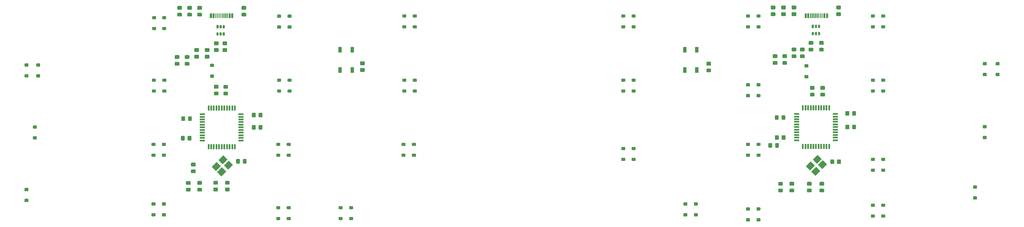
<source format=gbp>
G04 #@! TF.GenerationSoftware,KiCad,Pcbnew,(5.1.4-0-10_14)*
G04 #@! TF.CreationDate,2020-08-04T22:57:21-05:00*
G04 #@! TF.ProjectId,Dori,446f7269-2e6b-4696-9361-645f70636258,rev?*
G04 #@! TF.SameCoordinates,Original*
G04 #@! TF.FileFunction,Paste,Bot*
G04 #@! TF.FilePolarity,Positive*
%FSLAX46Y46*%
G04 Gerber Fmt 4.6, Leading zero omitted, Abs format (unit mm)*
G04 Created by KiCad (PCBNEW (5.1.4-0-10_14)) date 2020-08-04 22:57:21*
%MOMM*%
%LPD*%
G04 APERTURE LIST*
%ADD10C,0.100000*%
%ADD11C,1.150000*%
%ADD12C,1.000000*%
%ADD13C,1.800000*%
%ADD14R,1.500000X0.500000*%
%ADD15R,0.500000X1.500000*%
%ADD16C,0.650000*%
%ADD17R,0.650000X1.060000*%
%ADD18R,1.100000X1.800000*%
%ADD19C,0.600000*%
%ADD20C,0.300000*%
G04 APERTURE END LIST*
D10*
G36*
X166974505Y-78051204D02*
G01*
X166998773Y-78054804D01*
X167022572Y-78060765D01*
X167045671Y-78069030D01*
X167067850Y-78079520D01*
X167088893Y-78092132D01*
X167108599Y-78106747D01*
X167126777Y-78123223D01*
X167143253Y-78141401D01*
X167157868Y-78161107D01*
X167170480Y-78182150D01*
X167180970Y-78204329D01*
X167189235Y-78227428D01*
X167195196Y-78251227D01*
X167198796Y-78275495D01*
X167200000Y-78299999D01*
X167200000Y-79200001D01*
X167198796Y-79224505D01*
X167195196Y-79248773D01*
X167189235Y-79272572D01*
X167180970Y-79295671D01*
X167170480Y-79317850D01*
X167157868Y-79338893D01*
X167143253Y-79358599D01*
X167126777Y-79376777D01*
X167108599Y-79393253D01*
X167088893Y-79407868D01*
X167067850Y-79420480D01*
X167045671Y-79430970D01*
X167022572Y-79439235D01*
X166998773Y-79445196D01*
X166974505Y-79448796D01*
X166950001Y-79450000D01*
X166299999Y-79450000D01*
X166275495Y-79448796D01*
X166251227Y-79445196D01*
X166227428Y-79439235D01*
X166204329Y-79430970D01*
X166182150Y-79420480D01*
X166161107Y-79407868D01*
X166141401Y-79393253D01*
X166123223Y-79376777D01*
X166106747Y-79358599D01*
X166092132Y-79338893D01*
X166079520Y-79317850D01*
X166069030Y-79295671D01*
X166060765Y-79272572D01*
X166054804Y-79248773D01*
X166051204Y-79224505D01*
X166050000Y-79200001D01*
X166050000Y-78299999D01*
X166051204Y-78275495D01*
X166054804Y-78251227D01*
X166060765Y-78227428D01*
X166069030Y-78204329D01*
X166079520Y-78182150D01*
X166092132Y-78161107D01*
X166106747Y-78141401D01*
X166123223Y-78123223D01*
X166141401Y-78106747D01*
X166161107Y-78092132D01*
X166182150Y-78079520D01*
X166204329Y-78069030D01*
X166227428Y-78060765D01*
X166251227Y-78054804D01*
X166275495Y-78051204D01*
X166299999Y-78050000D01*
X166950001Y-78050000D01*
X166974505Y-78051204D01*
X166974505Y-78051204D01*
G37*
D11*
X166625000Y-78750000D03*
D10*
G36*
X164924505Y-78051204D02*
G01*
X164948773Y-78054804D01*
X164972572Y-78060765D01*
X164995671Y-78069030D01*
X165017850Y-78079520D01*
X165038893Y-78092132D01*
X165058599Y-78106747D01*
X165076777Y-78123223D01*
X165093253Y-78141401D01*
X165107868Y-78161107D01*
X165120480Y-78182150D01*
X165130970Y-78204329D01*
X165139235Y-78227428D01*
X165145196Y-78251227D01*
X165148796Y-78275495D01*
X165150000Y-78299999D01*
X165150000Y-79200001D01*
X165148796Y-79224505D01*
X165145196Y-79248773D01*
X165139235Y-79272572D01*
X165130970Y-79295671D01*
X165120480Y-79317850D01*
X165107868Y-79338893D01*
X165093253Y-79358599D01*
X165076777Y-79376777D01*
X165058599Y-79393253D01*
X165038893Y-79407868D01*
X165017850Y-79420480D01*
X164995671Y-79430970D01*
X164972572Y-79439235D01*
X164948773Y-79445196D01*
X164924505Y-79448796D01*
X164900001Y-79450000D01*
X164249999Y-79450000D01*
X164225495Y-79448796D01*
X164201227Y-79445196D01*
X164177428Y-79439235D01*
X164154329Y-79430970D01*
X164132150Y-79420480D01*
X164111107Y-79407868D01*
X164091401Y-79393253D01*
X164073223Y-79376777D01*
X164056747Y-79358599D01*
X164042132Y-79338893D01*
X164029520Y-79317850D01*
X164019030Y-79295671D01*
X164010765Y-79272572D01*
X164004804Y-79248773D01*
X164001204Y-79224505D01*
X164000000Y-79200001D01*
X164000000Y-78299999D01*
X164001204Y-78275495D01*
X164004804Y-78251227D01*
X164010765Y-78227428D01*
X164019030Y-78204329D01*
X164029520Y-78182150D01*
X164042132Y-78161107D01*
X164056747Y-78141401D01*
X164073223Y-78123223D01*
X164091401Y-78106747D01*
X164111107Y-78092132D01*
X164132150Y-78079520D01*
X164154329Y-78069030D01*
X164177428Y-78060765D01*
X164201227Y-78054804D01*
X164225495Y-78051204D01*
X164249999Y-78050000D01*
X164900001Y-78050000D01*
X164924505Y-78051204D01*
X164924505Y-78051204D01*
G37*
D11*
X164575000Y-78750000D03*
D10*
G36*
X342993505Y-47441204D02*
G01*
X343017773Y-47444804D01*
X343041572Y-47450765D01*
X343064671Y-47459030D01*
X343086850Y-47469520D01*
X343107893Y-47482132D01*
X343127599Y-47496747D01*
X343145777Y-47513223D01*
X343162253Y-47531401D01*
X343176868Y-47551107D01*
X343189480Y-47572150D01*
X343199970Y-47594329D01*
X343208235Y-47617428D01*
X343214196Y-47641227D01*
X343217796Y-47665495D01*
X343219000Y-47689999D01*
X343219000Y-48340001D01*
X343217796Y-48364505D01*
X343214196Y-48388773D01*
X343208235Y-48412572D01*
X343199970Y-48435671D01*
X343189480Y-48457850D01*
X343176868Y-48478893D01*
X343162253Y-48498599D01*
X343145777Y-48516777D01*
X343127599Y-48533253D01*
X343107893Y-48547868D01*
X343086850Y-48560480D01*
X343064671Y-48570970D01*
X343041572Y-48579235D01*
X343017773Y-48585196D01*
X342993505Y-48588796D01*
X342969001Y-48590000D01*
X342068999Y-48590000D01*
X342044495Y-48588796D01*
X342020227Y-48585196D01*
X341996428Y-48579235D01*
X341973329Y-48570970D01*
X341951150Y-48560480D01*
X341930107Y-48547868D01*
X341910401Y-48533253D01*
X341892223Y-48516777D01*
X341875747Y-48498599D01*
X341861132Y-48478893D01*
X341848520Y-48457850D01*
X341838030Y-48435671D01*
X341829765Y-48412572D01*
X341823804Y-48388773D01*
X341820204Y-48364505D01*
X341819000Y-48340001D01*
X341819000Y-47689999D01*
X341820204Y-47665495D01*
X341823804Y-47641227D01*
X341829765Y-47617428D01*
X341838030Y-47594329D01*
X341848520Y-47572150D01*
X341861132Y-47551107D01*
X341875747Y-47531401D01*
X341892223Y-47513223D01*
X341910401Y-47496747D01*
X341930107Y-47482132D01*
X341951150Y-47469520D01*
X341973329Y-47459030D01*
X341996428Y-47450765D01*
X342020227Y-47444804D01*
X342044495Y-47441204D01*
X342068999Y-47440000D01*
X342969001Y-47440000D01*
X342993505Y-47441204D01*
X342993505Y-47441204D01*
G37*
D11*
X342519000Y-48015000D03*
D10*
G36*
X342993505Y-45391204D02*
G01*
X343017773Y-45394804D01*
X343041572Y-45400765D01*
X343064671Y-45409030D01*
X343086850Y-45419520D01*
X343107893Y-45432132D01*
X343127599Y-45446747D01*
X343145777Y-45463223D01*
X343162253Y-45481401D01*
X343176868Y-45501107D01*
X343189480Y-45522150D01*
X343199970Y-45544329D01*
X343208235Y-45567428D01*
X343214196Y-45591227D01*
X343217796Y-45615495D01*
X343219000Y-45639999D01*
X343219000Y-46290001D01*
X343217796Y-46314505D01*
X343214196Y-46338773D01*
X343208235Y-46362572D01*
X343199970Y-46385671D01*
X343189480Y-46407850D01*
X343176868Y-46428893D01*
X343162253Y-46448599D01*
X343145777Y-46466777D01*
X343127599Y-46483253D01*
X343107893Y-46497868D01*
X343086850Y-46510480D01*
X343064671Y-46520970D01*
X343041572Y-46529235D01*
X343017773Y-46535196D01*
X342993505Y-46538796D01*
X342969001Y-46540000D01*
X342068999Y-46540000D01*
X342044495Y-46538796D01*
X342020227Y-46535196D01*
X341996428Y-46529235D01*
X341973329Y-46520970D01*
X341951150Y-46510480D01*
X341930107Y-46497868D01*
X341910401Y-46483253D01*
X341892223Y-46466777D01*
X341875747Y-46448599D01*
X341861132Y-46428893D01*
X341848520Y-46407850D01*
X341838030Y-46385671D01*
X341829765Y-46362572D01*
X341823804Y-46338773D01*
X341820204Y-46314505D01*
X341819000Y-46290001D01*
X341819000Y-45639999D01*
X341820204Y-45615495D01*
X341823804Y-45591227D01*
X341829765Y-45567428D01*
X341838030Y-45544329D01*
X341848520Y-45522150D01*
X341861132Y-45501107D01*
X341875747Y-45481401D01*
X341892223Y-45463223D01*
X341910401Y-45446747D01*
X341930107Y-45432132D01*
X341951150Y-45419520D01*
X341973329Y-45409030D01*
X341996428Y-45400765D01*
X342020227Y-45394804D01*
X342044495Y-45391204D01*
X342068999Y-45390000D01*
X342969001Y-45390000D01*
X342993505Y-45391204D01*
X342993505Y-45391204D01*
G37*
D11*
X342519000Y-45965000D03*
D10*
G36*
X329404505Y-58218204D02*
G01*
X329428773Y-58221804D01*
X329452572Y-58227765D01*
X329475671Y-58236030D01*
X329497850Y-58246520D01*
X329518893Y-58259132D01*
X329538599Y-58273747D01*
X329556777Y-58290223D01*
X329573253Y-58308401D01*
X329587868Y-58328107D01*
X329600480Y-58349150D01*
X329610970Y-58371329D01*
X329619235Y-58394428D01*
X329625196Y-58418227D01*
X329628796Y-58442495D01*
X329630000Y-58466999D01*
X329630000Y-59117001D01*
X329628796Y-59141505D01*
X329625196Y-59165773D01*
X329619235Y-59189572D01*
X329610970Y-59212671D01*
X329600480Y-59234850D01*
X329587868Y-59255893D01*
X329573253Y-59275599D01*
X329556777Y-59293777D01*
X329538599Y-59310253D01*
X329518893Y-59324868D01*
X329497850Y-59337480D01*
X329475671Y-59347970D01*
X329452572Y-59356235D01*
X329428773Y-59362196D01*
X329404505Y-59365796D01*
X329380001Y-59367000D01*
X328479999Y-59367000D01*
X328455495Y-59365796D01*
X328431227Y-59362196D01*
X328407428Y-59356235D01*
X328384329Y-59347970D01*
X328362150Y-59337480D01*
X328341107Y-59324868D01*
X328321401Y-59310253D01*
X328303223Y-59293777D01*
X328286747Y-59275599D01*
X328272132Y-59255893D01*
X328259520Y-59234850D01*
X328249030Y-59212671D01*
X328240765Y-59189572D01*
X328234804Y-59165773D01*
X328231204Y-59141505D01*
X328230000Y-59117001D01*
X328230000Y-58466999D01*
X328231204Y-58442495D01*
X328234804Y-58418227D01*
X328240765Y-58394428D01*
X328249030Y-58371329D01*
X328259520Y-58349150D01*
X328272132Y-58328107D01*
X328286747Y-58308401D01*
X328303223Y-58290223D01*
X328321401Y-58273747D01*
X328341107Y-58259132D01*
X328362150Y-58246520D01*
X328384329Y-58236030D01*
X328407428Y-58227765D01*
X328431227Y-58221804D01*
X328455495Y-58218204D01*
X328479999Y-58217000D01*
X329380001Y-58217000D01*
X329404505Y-58218204D01*
X329404505Y-58218204D01*
G37*
D11*
X328930000Y-58792000D03*
D10*
G36*
X329404505Y-60268204D02*
G01*
X329428773Y-60271804D01*
X329452572Y-60277765D01*
X329475671Y-60286030D01*
X329497850Y-60296520D01*
X329518893Y-60309132D01*
X329538599Y-60323747D01*
X329556777Y-60340223D01*
X329573253Y-60358401D01*
X329587868Y-60378107D01*
X329600480Y-60399150D01*
X329610970Y-60421329D01*
X329619235Y-60444428D01*
X329625196Y-60468227D01*
X329628796Y-60492495D01*
X329630000Y-60516999D01*
X329630000Y-61167001D01*
X329628796Y-61191505D01*
X329625196Y-61215773D01*
X329619235Y-61239572D01*
X329610970Y-61262671D01*
X329600480Y-61284850D01*
X329587868Y-61305893D01*
X329573253Y-61325599D01*
X329556777Y-61343777D01*
X329538599Y-61360253D01*
X329518893Y-61374868D01*
X329497850Y-61387480D01*
X329475671Y-61397970D01*
X329452572Y-61406235D01*
X329428773Y-61412196D01*
X329404505Y-61415796D01*
X329380001Y-61417000D01*
X328479999Y-61417000D01*
X328455495Y-61415796D01*
X328431227Y-61412196D01*
X328407428Y-61406235D01*
X328384329Y-61397970D01*
X328362150Y-61387480D01*
X328341107Y-61374868D01*
X328321401Y-61360253D01*
X328303223Y-61343777D01*
X328286747Y-61325599D01*
X328272132Y-61305893D01*
X328259520Y-61284850D01*
X328249030Y-61262671D01*
X328240765Y-61239572D01*
X328234804Y-61215773D01*
X328231204Y-61191505D01*
X328230000Y-61167001D01*
X328230000Y-60516999D01*
X328231204Y-60492495D01*
X328234804Y-60468227D01*
X328240765Y-60444428D01*
X328249030Y-60421329D01*
X328259520Y-60399150D01*
X328272132Y-60378107D01*
X328286747Y-60358401D01*
X328303223Y-60340223D01*
X328321401Y-60323747D01*
X328341107Y-60309132D01*
X328362150Y-60296520D01*
X328384329Y-60286030D01*
X328407428Y-60277765D01*
X328431227Y-60271804D01*
X328455495Y-60268204D01*
X328479999Y-60267000D01*
X329380001Y-60267000D01*
X329404505Y-60268204D01*
X329404505Y-60268204D01*
G37*
D11*
X328930000Y-60842000D03*
D10*
G36*
X147667505Y-58345204D02*
G01*
X147691773Y-58348804D01*
X147715572Y-58354765D01*
X147738671Y-58363030D01*
X147760850Y-58373520D01*
X147781893Y-58386132D01*
X147801599Y-58400747D01*
X147819777Y-58417223D01*
X147836253Y-58435401D01*
X147850868Y-58455107D01*
X147863480Y-58476150D01*
X147873970Y-58498329D01*
X147882235Y-58521428D01*
X147888196Y-58545227D01*
X147891796Y-58569495D01*
X147893000Y-58593999D01*
X147893000Y-59244001D01*
X147891796Y-59268505D01*
X147888196Y-59292773D01*
X147882235Y-59316572D01*
X147873970Y-59339671D01*
X147863480Y-59361850D01*
X147850868Y-59382893D01*
X147836253Y-59402599D01*
X147819777Y-59420777D01*
X147801599Y-59437253D01*
X147781893Y-59451868D01*
X147760850Y-59464480D01*
X147738671Y-59474970D01*
X147715572Y-59483235D01*
X147691773Y-59489196D01*
X147667505Y-59492796D01*
X147643001Y-59494000D01*
X146742999Y-59494000D01*
X146718495Y-59492796D01*
X146694227Y-59489196D01*
X146670428Y-59483235D01*
X146647329Y-59474970D01*
X146625150Y-59464480D01*
X146604107Y-59451868D01*
X146584401Y-59437253D01*
X146566223Y-59420777D01*
X146549747Y-59402599D01*
X146535132Y-59382893D01*
X146522520Y-59361850D01*
X146512030Y-59339671D01*
X146503765Y-59316572D01*
X146497804Y-59292773D01*
X146494204Y-59268505D01*
X146493000Y-59244001D01*
X146493000Y-58593999D01*
X146494204Y-58569495D01*
X146497804Y-58545227D01*
X146503765Y-58521428D01*
X146512030Y-58498329D01*
X146522520Y-58476150D01*
X146535132Y-58455107D01*
X146549747Y-58435401D01*
X146566223Y-58417223D01*
X146584401Y-58400747D01*
X146604107Y-58386132D01*
X146625150Y-58373520D01*
X146647329Y-58363030D01*
X146670428Y-58354765D01*
X146694227Y-58348804D01*
X146718495Y-58345204D01*
X146742999Y-58344000D01*
X147643001Y-58344000D01*
X147667505Y-58345204D01*
X147667505Y-58345204D01*
G37*
D11*
X147193000Y-58919000D03*
D10*
G36*
X147667505Y-60395204D02*
G01*
X147691773Y-60398804D01*
X147715572Y-60404765D01*
X147738671Y-60413030D01*
X147760850Y-60423520D01*
X147781893Y-60436132D01*
X147801599Y-60450747D01*
X147819777Y-60467223D01*
X147836253Y-60485401D01*
X147850868Y-60505107D01*
X147863480Y-60526150D01*
X147873970Y-60548329D01*
X147882235Y-60571428D01*
X147888196Y-60595227D01*
X147891796Y-60619495D01*
X147893000Y-60643999D01*
X147893000Y-61294001D01*
X147891796Y-61318505D01*
X147888196Y-61342773D01*
X147882235Y-61366572D01*
X147873970Y-61389671D01*
X147863480Y-61411850D01*
X147850868Y-61432893D01*
X147836253Y-61452599D01*
X147819777Y-61470777D01*
X147801599Y-61487253D01*
X147781893Y-61501868D01*
X147760850Y-61514480D01*
X147738671Y-61524970D01*
X147715572Y-61533235D01*
X147691773Y-61539196D01*
X147667505Y-61542796D01*
X147643001Y-61544000D01*
X146742999Y-61544000D01*
X146718495Y-61542796D01*
X146694227Y-61539196D01*
X146670428Y-61533235D01*
X146647329Y-61524970D01*
X146625150Y-61514480D01*
X146604107Y-61501868D01*
X146584401Y-61487253D01*
X146566223Y-61470777D01*
X146549747Y-61452599D01*
X146535132Y-61432893D01*
X146522520Y-61411850D01*
X146512030Y-61389671D01*
X146503765Y-61366572D01*
X146497804Y-61342773D01*
X146494204Y-61318505D01*
X146493000Y-61294001D01*
X146493000Y-60643999D01*
X146494204Y-60619495D01*
X146497804Y-60595227D01*
X146503765Y-60571428D01*
X146512030Y-60548329D01*
X146522520Y-60526150D01*
X146535132Y-60505107D01*
X146549747Y-60485401D01*
X146566223Y-60467223D01*
X146584401Y-60450747D01*
X146604107Y-60436132D01*
X146625150Y-60423520D01*
X146647329Y-60413030D01*
X146670428Y-60404765D01*
X146694227Y-60398804D01*
X146718495Y-60395204D01*
X146742999Y-60394000D01*
X147643001Y-60394000D01*
X147667505Y-60395204D01*
X147667505Y-60395204D01*
G37*
D11*
X147193000Y-60969000D03*
D10*
G36*
X326229505Y-45391204D02*
G01*
X326253773Y-45394804D01*
X326277572Y-45400765D01*
X326300671Y-45409030D01*
X326322850Y-45419520D01*
X326343893Y-45432132D01*
X326363599Y-45446747D01*
X326381777Y-45463223D01*
X326398253Y-45481401D01*
X326412868Y-45501107D01*
X326425480Y-45522150D01*
X326435970Y-45544329D01*
X326444235Y-45567428D01*
X326450196Y-45591227D01*
X326453796Y-45615495D01*
X326455000Y-45639999D01*
X326455000Y-46290001D01*
X326453796Y-46314505D01*
X326450196Y-46338773D01*
X326444235Y-46362572D01*
X326435970Y-46385671D01*
X326425480Y-46407850D01*
X326412868Y-46428893D01*
X326398253Y-46448599D01*
X326381777Y-46466777D01*
X326363599Y-46483253D01*
X326343893Y-46497868D01*
X326322850Y-46510480D01*
X326300671Y-46520970D01*
X326277572Y-46529235D01*
X326253773Y-46535196D01*
X326229505Y-46538796D01*
X326205001Y-46540000D01*
X325304999Y-46540000D01*
X325280495Y-46538796D01*
X325256227Y-46535196D01*
X325232428Y-46529235D01*
X325209329Y-46520970D01*
X325187150Y-46510480D01*
X325166107Y-46497868D01*
X325146401Y-46483253D01*
X325128223Y-46466777D01*
X325111747Y-46448599D01*
X325097132Y-46428893D01*
X325084520Y-46407850D01*
X325074030Y-46385671D01*
X325065765Y-46362572D01*
X325059804Y-46338773D01*
X325056204Y-46314505D01*
X325055000Y-46290001D01*
X325055000Y-45639999D01*
X325056204Y-45615495D01*
X325059804Y-45591227D01*
X325065765Y-45567428D01*
X325074030Y-45544329D01*
X325084520Y-45522150D01*
X325097132Y-45501107D01*
X325111747Y-45481401D01*
X325128223Y-45463223D01*
X325146401Y-45446747D01*
X325166107Y-45432132D01*
X325187150Y-45419520D01*
X325209329Y-45409030D01*
X325232428Y-45400765D01*
X325256227Y-45394804D01*
X325280495Y-45391204D01*
X325304999Y-45390000D01*
X326205001Y-45390000D01*
X326229505Y-45391204D01*
X326229505Y-45391204D01*
G37*
D11*
X325755000Y-45965000D03*
D10*
G36*
X326229505Y-47441204D02*
G01*
X326253773Y-47444804D01*
X326277572Y-47450765D01*
X326300671Y-47459030D01*
X326322850Y-47469520D01*
X326343893Y-47482132D01*
X326363599Y-47496747D01*
X326381777Y-47513223D01*
X326398253Y-47531401D01*
X326412868Y-47551107D01*
X326425480Y-47572150D01*
X326435970Y-47594329D01*
X326444235Y-47617428D01*
X326450196Y-47641227D01*
X326453796Y-47665495D01*
X326455000Y-47689999D01*
X326455000Y-48340001D01*
X326453796Y-48364505D01*
X326450196Y-48388773D01*
X326444235Y-48412572D01*
X326435970Y-48435671D01*
X326425480Y-48457850D01*
X326412868Y-48478893D01*
X326398253Y-48498599D01*
X326381777Y-48516777D01*
X326363599Y-48533253D01*
X326343893Y-48547868D01*
X326322850Y-48560480D01*
X326300671Y-48570970D01*
X326277572Y-48579235D01*
X326253773Y-48585196D01*
X326229505Y-48588796D01*
X326205001Y-48590000D01*
X325304999Y-48590000D01*
X325280495Y-48588796D01*
X325256227Y-48585196D01*
X325232428Y-48579235D01*
X325209329Y-48570970D01*
X325187150Y-48560480D01*
X325166107Y-48547868D01*
X325146401Y-48533253D01*
X325128223Y-48516777D01*
X325111747Y-48498599D01*
X325097132Y-48478893D01*
X325084520Y-48457850D01*
X325074030Y-48435671D01*
X325065765Y-48412572D01*
X325059804Y-48388773D01*
X325056204Y-48364505D01*
X325055000Y-48340001D01*
X325055000Y-47689999D01*
X325056204Y-47665495D01*
X325059804Y-47641227D01*
X325065765Y-47617428D01*
X325074030Y-47594329D01*
X325084520Y-47572150D01*
X325097132Y-47551107D01*
X325111747Y-47531401D01*
X325128223Y-47513223D01*
X325146401Y-47496747D01*
X325166107Y-47482132D01*
X325187150Y-47469520D01*
X325209329Y-47459030D01*
X325232428Y-47450765D01*
X325256227Y-47444804D01*
X325280495Y-47441204D01*
X325304999Y-47440000D01*
X326205001Y-47440000D01*
X326229505Y-47441204D01*
X326229505Y-47441204D01*
G37*
D11*
X325755000Y-48015000D03*
D10*
G36*
X145508505Y-45518204D02*
G01*
X145532773Y-45521804D01*
X145556572Y-45527765D01*
X145579671Y-45536030D01*
X145601850Y-45546520D01*
X145622893Y-45559132D01*
X145642599Y-45573747D01*
X145660777Y-45590223D01*
X145677253Y-45608401D01*
X145691868Y-45628107D01*
X145704480Y-45649150D01*
X145714970Y-45671329D01*
X145723235Y-45694428D01*
X145729196Y-45718227D01*
X145732796Y-45742495D01*
X145734000Y-45766999D01*
X145734000Y-46417001D01*
X145732796Y-46441505D01*
X145729196Y-46465773D01*
X145723235Y-46489572D01*
X145714970Y-46512671D01*
X145704480Y-46534850D01*
X145691868Y-46555893D01*
X145677253Y-46575599D01*
X145660777Y-46593777D01*
X145642599Y-46610253D01*
X145622893Y-46624868D01*
X145601850Y-46637480D01*
X145579671Y-46647970D01*
X145556572Y-46656235D01*
X145532773Y-46662196D01*
X145508505Y-46665796D01*
X145484001Y-46667000D01*
X144583999Y-46667000D01*
X144559495Y-46665796D01*
X144535227Y-46662196D01*
X144511428Y-46656235D01*
X144488329Y-46647970D01*
X144466150Y-46637480D01*
X144445107Y-46624868D01*
X144425401Y-46610253D01*
X144407223Y-46593777D01*
X144390747Y-46575599D01*
X144376132Y-46555893D01*
X144363520Y-46534850D01*
X144353030Y-46512671D01*
X144344765Y-46489572D01*
X144338804Y-46465773D01*
X144335204Y-46441505D01*
X144334000Y-46417001D01*
X144334000Y-45766999D01*
X144335204Y-45742495D01*
X144338804Y-45718227D01*
X144344765Y-45694428D01*
X144353030Y-45671329D01*
X144363520Y-45649150D01*
X144376132Y-45628107D01*
X144390747Y-45608401D01*
X144407223Y-45590223D01*
X144425401Y-45573747D01*
X144445107Y-45559132D01*
X144466150Y-45546520D01*
X144488329Y-45536030D01*
X144511428Y-45527765D01*
X144535227Y-45521804D01*
X144559495Y-45518204D01*
X144583999Y-45517000D01*
X145484001Y-45517000D01*
X145508505Y-45518204D01*
X145508505Y-45518204D01*
G37*
D11*
X145034000Y-46092000D03*
D10*
G36*
X145508505Y-47568204D02*
G01*
X145532773Y-47571804D01*
X145556572Y-47577765D01*
X145579671Y-47586030D01*
X145601850Y-47596520D01*
X145622893Y-47609132D01*
X145642599Y-47623747D01*
X145660777Y-47640223D01*
X145677253Y-47658401D01*
X145691868Y-47678107D01*
X145704480Y-47699150D01*
X145714970Y-47721329D01*
X145723235Y-47744428D01*
X145729196Y-47768227D01*
X145732796Y-47792495D01*
X145734000Y-47816999D01*
X145734000Y-48467001D01*
X145732796Y-48491505D01*
X145729196Y-48515773D01*
X145723235Y-48539572D01*
X145714970Y-48562671D01*
X145704480Y-48584850D01*
X145691868Y-48605893D01*
X145677253Y-48625599D01*
X145660777Y-48643777D01*
X145642599Y-48660253D01*
X145622893Y-48674868D01*
X145601850Y-48687480D01*
X145579671Y-48697970D01*
X145556572Y-48706235D01*
X145532773Y-48712196D01*
X145508505Y-48715796D01*
X145484001Y-48717000D01*
X144583999Y-48717000D01*
X144559495Y-48715796D01*
X144535227Y-48712196D01*
X144511428Y-48706235D01*
X144488329Y-48697970D01*
X144466150Y-48687480D01*
X144445107Y-48674868D01*
X144425401Y-48660253D01*
X144407223Y-48643777D01*
X144390747Y-48625599D01*
X144376132Y-48605893D01*
X144363520Y-48584850D01*
X144353030Y-48562671D01*
X144344765Y-48539572D01*
X144338804Y-48515773D01*
X144335204Y-48491505D01*
X144334000Y-48467001D01*
X144334000Y-47816999D01*
X144335204Y-47792495D01*
X144338804Y-47768227D01*
X144344765Y-47744428D01*
X144353030Y-47721329D01*
X144363520Y-47699150D01*
X144376132Y-47678107D01*
X144390747Y-47658401D01*
X144407223Y-47640223D01*
X144425401Y-47623747D01*
X144445107Y-47609132D01*
X144466150Y-47596520D01*
X144488329Y-47586030D01*
X144511428Y-47577765D01*
X144535227Y-47571804D01*
X144559495Y-47568204D01*
X144583999Y-47567000D01*
X145484001Y-47567000D01*
X145508505Y-47568204D01*
X145508505Y-47568204D01*
G37*
D11*
X145034000Y-48142000D03*
D10*
G36*
X331944505Y-60268204D02*
G01*
X331968773Y-60271804D01*
X331992572Y-60277765D01*
X332015671Y-60286030D01*
X332037850Y-60296520D01*
X332058893Y-60309132D01*
X332078599Y-60323747D01*
X332096777Y-60340223D01*
X332113253Y-60358401D01*
X332127868Y-60378107D01*
X332140480Y-60399150D01*
X332150970Y-60421329D01*
X332159235Y-60444428D01*
X332165196Y-60468227D01*
X332168796Y-60492495D01*
X332170000Y-60516999D01*
X332170000Y-61167001D01*
X332168796Y-61191505D01*
X332165196Y-61215773D01*
X332159235Y-61239572D01*
X332150970Y-61262671D01*
X332140480Y-61284850D01*
X332127868Y-61305893D01*
X332113253Y-61325599D01*
X332096777Y-61343777D01*
X332078599Y-61360253D01*
X332058893Y-61374868D01*
X332037850Y-61387480D01*
X332015671Y-61397970D01*
X331992572Y-61406235D01*
X331968773Y-61412196D01*
X331944505Y-61415796D01*
X331920001Y-61417000D01*
X331019999Y-61417000D01*
X330995495Y-61415796D01*
X330971227Y-61412196D01*
X330947428Y-61406235D01*
X330924329Y-61397970D01*
X330902150Y-61387480D01*
X330881107Y-61374868D01*
X330861401Y-61360253D01*
X330843223Y-61343777D01*
X330826747Y-61325599D01*
X330812132Y-61305893D01*
X330799520Y-61284850D01*
X330789030Y-61262671D01*
X330780765Y-61239572D01*
X330774804Y-61215773D01*
X330771204Y-61191505D01*
X330770000Y-61167001D01*
X330770000Y-60516999D01*
X330771204Y-60492495D01*
X330774804Y-60468227D01*
X330780765Y-60444428D01*
X330789030Y-60421329D01*
X330799520Y-60399150D01*
X330812132Y-60378107D01*
X330826747Y-60358401D01*
X330843223Y-60340223D01*
X330861401Y-60323747D01*
X330881107Y-60309132D01*
X330902150Y-60296520D01*
X330924329Y-60286030D01*
X330947428Y-60277765D01*
X330971227Y-60271804D01*
X330995495Y-60268204D01*
X331019999Y-60267000D01*
X331920001Y-60267000D01*
X331944505Y-60268204D01*
X331944505Y-60268204D01*
G37*
D11*
X331470000Y-60842000D03*
D10*
G36*
X331944505Y-58218204D02*
G01*
X331968773Y-58221804D01*
X331992572Y-58227765D01*
X332015671Y-58236030D01*
X332037850Y-58246520D01*
X332058893Y-58259132D01*
X332078599Y-58273747D01*
X332096777Y-58290223D01*
X332113253Y-58308401D01*
X332127868Y-58328107D01*
X332140480Y-58349150D01*
X332150970Y-58371329D01*
X332159235Y-58394428D01*
X332165196Y-58418227D01*
X332168796Y-58442495D01*
X332170000Y-58466999D01*
X332170000Y-59117001D01*
X332168796Y-59141505D01*
X332165196Y-59165773D01*
X332159235Y-59189572D01*
X332150970Y-59212671D01*
X332140480Y-59234850D01*
X332127868Y-59255893D01*
X332113253Y-59275599D01*
X332096777Y-59293777D01*
X332078599Y-59310253D01*
X332058893Y-59324868D01*
X332037850Y-59337480D01*
X332015671Y-59347970D01*
X331992572Y-59356235D01*
X331968773Y-59362196D01*
X331944505Y-59365796D01*
X331920001Y-59367000D01*
X331019999Y-59367000D01*
X330995495Y-59365796D01*
X330971227Y-59362196D01*
X330947428Y-59356235D01*
X330924329Y-59347970D01*
X330902150Y-59337480D01*
X330881107Y-59324868D01*
X330861401Y-59310253D01*
X330843223Y-59293777D01*
X330826747Y-59275599D01*
X330812132Y-59255893D01*
X330799520Y-59234850D01*
X330789030Y-59212671D01*
X330780765Y-59189572D01*
X330774804Y-59165773D01*
X330771204Y-59141505D01*
X330770000Y-59117001D01*
X330770000Y-58466999D01*
X330771204Y-58442495D01*
X330774804Y-58418227D01*
X330780765Y-58394428D01*
X330789030Y-58371329D01*
X330799520Y-58349150D01*
X330812132Y-58328107D01*
X330826747Y-58308401D01*
X330843223Y-58290223D01*
X330861401Y-58273747D01*
X330881107Y-58259132D01*
X330902150Y-58246520D01*
X330924329Y-58236030D01*
X330947428Y-58227765D01*
X330971227Y-58221804D01*
X330995495Y-58218204D01*
X331019999Y-58217000D01*
X331920001Y-58217000D01*
X331944505Y-58218204D01*
X331944505Y-58218204D01*
G37*
D11*
X331470000Y-58792000D03*
D10*
G36*
X150842505Y-60395204D02*
G01*
X150866773Y-60398804D01*
X150890572Y-60404765D01*
X150913671Y-60413030D01*
X150935850Y-60423520D01*
X150956893Y-60436132D01*
X150976599Y-60450747D01*
X150994777Y-60467223D01*
X151011253Y-60485401D01*
X151025868Y-60505107D01*
X151038480Y-60526150D01*
X151048970Y-60548329D01*
X151057235Y-60571428D01*
X151063196Y-60595227D01*
X151066796Y-60619495D01*
X151068000Y-60643999D01*
X151068000Y-61294001D01*
X151066796Y-61318505D01*
X151063196Y-61342773D01*
X151057235Y-61366572D01*
X151048970Y-61389671D01*
X151038480Y-61411850D01*
X151025868Y-61432893D01*
X151011253Y-61452599D01*
X150994777Y-61470777D01*
X150976599Y-61487253D01*
X150956893Y-61501868D01*
X150935850Y-61514480D01*
X150913671Y-61524970D01*
X150890572Y-61533235D01*
X150866773Y-61539196D01*
X150842505Y-61542796D01*
X150818001Y-61544000D01*
X149917999Y-61544000D01*
X149893495Y-61542796D01*
X149869227Y-61539196D01*
X149845428Y-61533235D01*
X149822329Y-61524970D01*
X149800150Y-61514480D01*
X149779107Y-61501868D01*
X149759401Y-61487253D01*
X149741223Y-61470777D01*
X149724747Y-61452599D01*
X149710132Y-61432893D01*
X149697520Y-61411850D01*
X149687030Y-61389671D01*
X149678765Y-61366572D01*
X149672804Y-61342773D01*
X149669204Y-61318505D01*
X149668000Y-61294001D01*
X149668000Y-60643999D01*
X149669204Y-60619495D01*
X149672804Y-60595227D01*
X149678765Y-60571428D01*
X149687030Y-60548329D01*
X149697520Y-60526150D01*
X149710132Y-60505107D01*
X149724747Y-60485401D01*
X149741223Y-60467223D01*
X149759401Y-60450747D01*
X149779107Y-60436132D01*
X149800150Y-60423520D01*
X149822329Y-60413030D01*
X149845428Y-60404765D01*
X149869227Y-60398804D01*
X149893495Y-60395204D01*
X149917999Y-60394000D01*
X150818001Y-60394000D01*
X150842505Y-60395204D01*
X150842505Y-60395204D01*
G37*
D11*
X150368000Y-60969000D03*
D10*
G36*
X150842505Y-58345204D02*
G01*
X150866773Y-58348804D01*
X150890572Y-58354765D01*
X150913671Y-58363030D01*
X150935850Y-58373520D01*
X150956893Y-58386132D01*
X150976599Y-58400747D01*
X150994777Y-58417223D01*
X151011253Y-58435401D01*
X151025868Y-58455107D01*
X151038480Y-58476150D01*
X151048970Y-58498329D01*
X151057235Y-58521428D01*
X151063196Y-58545227D01*
X151066796Y-58569495D01*
X151068000Y-58593999D01*
X151068000Y-59244001D01*
X151066796Y-59268505D01*
X151063196Y-59292773D01*
X151057235Y-59316572D01*
X151048970Y-59339671D01*
X151038480Y-59361850D01*
X151025868Y-59382893D01*
X151011253Y-59402599D01*
X150994777Y-59420777D01*
X150976599Y-59437253D01*
X150956893Y-59451868D01*
X150935850Y-59464480D01*
X150913671Y-59474970D01*
X150890572Y-59483235D01*
X150866773Y-59489196D01*
X150842505Y-59492796D01*
X150818001Y-59494000D01*
X149917999Y-59494000D01*
X149893495Y-59492796D01*
X149869227Y-59489196D01*
X149845428Y-59483235D01*
X149822329Y-59474970D01*
X149800150Y-59464480D01*
X149779107Y-59451868D01*
X149759401Y-59437253D01*
X149741223Y-59420777D01*
X149724747Y-59402599D01*
X149710132Y-59382893D01*
X149697520Y-59361850D01*
X149687030Y-59339671D01*
X149678765Y-59316572D01*
X149672804Y-59292773D01*
X149669204Y-59268505D01*
X149668000Y-59244001D01*
X149668000Y-58593999D01*
X149669204Y-58569495D01*
X149672804Y-58545227D01*
X149678765Y-58521428D01*
X149687030Y-58498329D01*
X149697520Y-58476150D01*
X149710132Y-58455107D01*
X149724747Y-58435401D01*
X149741223Y-58417223D01*
X149759401Y-58400747D01*
X149779107Y-58386132D01*
X149800150Y-58373520D01*
X149822329Y-58363030D01*
X149845428Y-58354765D01*
X149869227Y-58348804D01*
X149893495Y-58345204D01*
X149917999Y-58344000D01*
X150818001Y-58344000D01*
X150842505Y-58345204D01*
X150842505Y-58345204D01*
G37*
D11*
X150368000Y-58919000D03*
D10*
G36*
X323054505Y-45391204D02*
G01*
X323078773Y-45394804D01*
X323102572Y-45400765D01*
X323125671Y-45409030D01*
X323147850Y-45419520D01*
X323168893Y-45432132D01*
X323188599Y-45446747D01*
X323206777Y-45463223D01*
X323223253Y-45481401D01*
X323237868Y-45501107D01*
X323250480Y-45522150D01*
X323260970Y-45544329D01*
X323269235Y-45567428D01*
X323275196Y-45591227D01*
X323278796Y-45615495D01*
X323280000Y-45639999D01*
X323280000Y-46290001D01*
X323278796Y-46314505D01*
X323275196Y-46338773D01*
X323269235Y-46362572D01*
X323260970Y-46385671D01*
X323250480Y-46407850D01*
X323237868Y-46428893D01*
X323223253Y-46448599D01*
X323206777Y-46466777D01*
X323188599Y-46483253D01*
X323168893Y-46497868D01*
X323147850Y-46510480D01*
X323125671Y-46520970D01*
X323102572Y-46529235D01*
X323078773Y-46535196D01*
X323054505Y-46538796D01*
X323030001Y-46540000D01*
X322129999Y-46540000D01*
X322105495Y-46538796D01*
X322081227Y-46535196D01*
X322057428Y-46529235D01*
X322034329Y-46520970D01*
X322012150Y-46510480D01*
X321991107Y-46497868D01*
X321971401Y-46483253D01*
X321953223Y-46466777D01*
X321936747Y-46448599D01*
X321922132Y-46428893D01*
X321909520Y-46407850D01*
X321899030Y-46385671D01*
X321890765Y-46362572D01*
X321884804Y-46338773D01*
X321881204Y-46314505D01*
X321880000Y-46290001D01*
X321880000Y-45639999D01*
X321881204Y-45615495D01*
X321884804Y-45591227D01*
X321890765Y-45567428D01*
X321899030Y-45544329D01*
X321909520Y-45522150D01*
X321922132Y-45501107D01*
X321936747Y-45481401D01*
X321953223Y-45463223D01*
X321971401Y-45446747D01*
X321991107Y-45432132D01*
X322012150Y-45419520D01*
X322034329Y-45409030D01*
X322057428Y-45400765D01*
X322081227Y-45394804D01*
X322105495Y-45391204D01*
X322129999Y-45390000D01*
X323030001Y-45390000D01*
X323054505Y-45391204D01*
X323054505Y-45391204D01*
G37*
D11*
X322580000Y-45965000D03*
D10*
G36*
X323054505Y-47441204D02*
G01*
X323078773Y-47444804D01*
X323102572Y-47450765D01*
X323125671Y-47459030D01*
X323147850Y-47469520D01*
X323168893Y-47482132D01*
X323188599Y-47496747D01*
X323206777Y-47513223D01*
X323223253Y-47531401D01*
X323237868Y-47551107D01*
X323250480Y-47572150D01*
X323260970Y-47594329D01*
X323269235Y-47617428D01*
X323275196Y-47641227D01*
X323278796Y-47665495D01*
X323280000Y-47689999D01*
X323280000Y-48340001D01*
X323278796Y-48364505D01*
X323275196Y-48388773D01*
X323269235Y-48412572D01*
X323260970Y-48435671D01*
X323250480Y-48457850D01*
X323237868Y-48478893D01*
X323223253Y-48498599D01*
X323206777Y-48516777D01*
X323188599Y-48533253D01*
X323168893Y-48547868D01*
X323147850Y-48560480D01*
X323125671Y-48570970D01*
X323102572Y-48579235D01*
X323078773Y-48585196D01*
X323054505Y-48588796D01*
X323030001Y-48590000D01*
X322129999Y-48590000D01*
X322105495Y-48588796D01*
X322081227Y-48585196D01*
X322057428Y-48579235D01*
X322034329Y-48570970D01*
X322012150Y-48560480D01*
X321991107Y-48547868D01*
X321971401Y-48533253D01*
X321953223Y-48516777D01*
X321936747Y-48498599D01*
X321922132Y-48478893D01*
X321909520Y-48457850D01*
X321899030Y-48435671D01*
X321890765Y-48412572D01*
X321884804Y-48388773D01*
X321881204Y-48364505D01*
X321880000Y-48340001D01*
X321880000Y-47689999D01*
X321881204Y-47665495D01*
X321884804Y-47641227D01*
X321890765Y-47617428D01*
X321899030Y-47594329D01*
X321909520Y-47572150D01*
X321922132Y-47551107D01*
X321936747Y-47531401D01*
X321953223Y-47513223D01*
X321971401Y-47496747D01*
X321991107Y-47482132D01*
X322012150Y-47469520D01*
X322034329Y-47459030D01*
X322057428Y-47450765D01*
X322081227Y-47444804D01*
X322105495Y-47441204D01*
X322129999Y-47440000D01*
X323030001Y-47440000D01*
X323054505Y-47441204D01*
X323054505Y-47441204D01*
G37*
D11*
X322580000Y-48015000D03*
D10*
G36*
X142460505Y-45518204D02*
G01*
X142484773Y-45521804D01*
X142508572Y-45527765D01*
X142531671Y-45536030D01*
X142553850Y-45546520D01*
X142574893Y-45559132D01*
X142594599Y-45573747D01*
X142612777Y-45590223D01*
X142629253Y-45608401D01*
X142643868Y-45628107D01*
X142656480Y-45649150D01*
X142666970Y-45671329D01*
X142675235Y-45694428D01*
X142681196Y-45718227D01*
X142684796Y-45742495D01*
X142686000Y-45766999D01*
X142686000Y-46417001D01*
X142684796Y-46441505D01*
X142681196Y-46465773D01*
X142675235Y-46489572D01*
X142666970Y-46512671D01*
X142656480Y-46534850D01*
X142643868Y-46555893D01*
X142629253Y-46575599D01*
X142612777Y-46593777D01*
X142594599Y-46610253D01*
X142574893Y-46624868D01*
X142553850Y-46637480D01*
X142531671Y-46647970D01*
X142508572Y-46656235D01*
X142484773Y-46662196D01*
X142460505Y-46665796D01*
X142436001Y-46667000D01*
X141535999Y-46667000D01*
X141511495Y-46665796D01*
X141487227Y-46662196D01*
X141463428Y-46656235D01*
X141440329Y-46647970D01*
X141418150Y-46637480D01*
X141397107Y-46624868D01*
X141377401Y-46610253D01*
X141359223Y-46593777D01*
X141342747Y-46575599D01*
X141328132Y-46555893D01*
X141315520Y-46534850D01*
X141305030Y-46512671D01*
X141296765Y-46489572D01*
X141290804Y-46465773D01*
X141287204Y-46441505D01*
X141286000Y-46417001D01*
X141286000Y-45766999D01*
X141287204Y-45742495D01*
X141290804Y-45718227D01*
X141296765Y-45694428D01*
X141305030Y-45671329D01*
X141315520Y-45649150D01*
X141328132Y-45628107D01*
X141342747Y-45608401D01*
X141359223Y-45590223D01*
X141377401Y-45573747D01*
X141397107Y-45559132D01*
X141418150Y-45546520D01*
X141440329Y-45536030D01*
X141463428Y-45527765D01*
X141487227Y-45521804D01*
X141511495Y-45518204D01*
X141535999Y-45517000D01*
X142436001Y-45517000D01*
X142460505Y-45518204D01*
X142460505Y-45518204D01*
G37*
D11*
X141986000Y-46092000D03*
D10*
G36*
X142460505Y-47568204D02*
G01*
X142484773Y-47571804D01*
X142508572Y-47577765D01*
X142531671Y-47586030D01*
X142553850Y-47596520D01*
X142574893Y-47609132D01*
X142594599Y-47623747D01*
X142612777Y-47640223D01*
X142629253Y-47658401D01*
X142643868Y-47678107D01*
X142656480Y-47699150D01*
X142666970Y-47721329D01*
X142675235Y-47744428D01*
X142681196Y-47768227D01*
X142684796Y-47792495D01*
X142686000Y-47816999D01*
X142686000Y-48467001D01*
X142684796Y-48491505D01*
X142681196Y-48515773D01*
X142675235Y-48539572D01*
X142666970Y-48562671D01*
X142656480Y-48584850D01*
X142643868Y-48605893D01*
X142629253Y-48625599D01*
X142612777Y-48643777D01*
X142594599Y-48660253D01*
X142574893Y-48674868D01*
X142553850Y-48687480D01*
X142531671Y-48697970D01*
X142508572Y-48706235D01*
X142484773Y-48712196D01*
X142460505Y-48715796D01*
X142436001Y-48717000D01*
X141535999Y-48717000D01*
X141511495Y-48715796D01*
X141487227Y-48712196D01*
X141463428Y-48706235D01*
X141440329Y-48697970D01*
X141418150Y-48687480D01*
X141397107Y-48674868D01*
X141377401Y-48660253D01*
X141359223Y-48643777D01*
X141342747Y-48625599D01*
X141328132Y-48605893D01*
X141315520Y-48584850D01*
X141305030Y-48562671D01*
X141296765Y-48539572D01*
X141290804Y-48515773D01*
X141287204Y-48491505D01*
X141286000Y-48467001D01*
X141286000Y-47816999D01*
X141287204Y-47792495D01*
X141290804Y-47768227D01*
X141296765Y-47744428D01*
X141305030Y-47721329D01*
X141315520Y-47699150D01*
X141328132Y-47678107D01*
X141342747Y-47658401D01*
X141359223Y-47640223D01*
X141377401Y-47623747D01*
X141397107Y-47609132D01*
X141418150Y-47596520D01*
X141440329Y-47586030D01*
X141463428Y-47577765D01*
X141487227Y-47571804D01*
X141511495Y-47568204D01*
X141535999Y-47567000D01*
X142436001Y-47567000D01*
X142460505Y-47568204D01*
X142460505Y-47568204D01*
G37*
D11*
X141986000Y-48142000D03*
D10*
G36*
X384422504Y-103513204D02*
G01*
X384446773Y-103516804D01*
X384470571Y-103522765D01*
X384493671Y-103531030D01*
X384515849Y-103541520D01*
X384536893Y-103554133D01*
X384556598Y-103568747D01*
X384574777Y-103585223D01*
X384591253Y-103603402D01*
X384605867Y-103623107D01*
X384618480Y-103644151D01*
X384628970Y-103666329D01*
X384637235Y-103689429D01*
X384643196Y-103713227D01*
X384646796Y-103737496D01*
X384648000Y-103762000D01*
X384648000Y-104262000D01*
X384646796Y-104286504D01*
X384643196Y-104310773D01*
X384637235Y-104334571D01*
X384628970Y-104357671D01*
X384618480Y-104379849D01*
X384605867Y-104400893D01*
X384591253Y-104420598D01*
X384574777Y-104438777D01*
X384556598Y-104455253D01*
X384536893Y-104469867D01*
X384515849Y-104482480D01*
X384493671Y-104492970D01*
X384470571Y-104501235D01*
X384446773Y-104507196D01*
X384422504Y-104510796D01*
X384398000Y-104512000D01*
X383698000Y-104512000D01*
X383673496Y-104510796D01*
X383649227Y-104507196D01*
X383625429Y-104501235D01*
X383602329Y-104492970D01*
X383580151Y-104482480D01*
X383559107Y-104469867D01*
X383539402Y-104455253D01*
X383521223Y-104438777D01*
X383504747Y-104420598D01*
X383490133Y-104400893D01*
X383477520Y-104379849D01*
X383467030Y-104357671D01*
X383458765Y-104334571D01*
X383452804Y-104310773D01*
X383449204Y-104286504D01*
X383448000Y-104262000D01*
X383448000Y-103762000D01*
X383449204Y-103737496D01*
X383452804Y-103713227D01*
X383458765Y-103689429D01*
X383467030Y-103666329D01*
X383477520Y-103644151D01*
X383490133Y-103623107D01*
X383504747Y-103603402D01*
X383521223Y-103585223D01*
X383539402Y-103568747D01*
X383559107Y-103554133D01*
X383580151Y-103541520D01*
X383602329Y-103531030D01*
X383625429Y-103522765D01*
X383649227Y-103516804D01*
X383673496Y-103513204D01*
X383698000Y-103512000D01*
X384398000Y-103512000D01*
X384422504Y-103513204D01*
X384422504Y-103513204D01*
G37*
D12*
X384048000Y-104012000D03*
D10*
G36*
X384422504Y-100213204D02*
G01*
X384446773Y-100216804D01*
X384470571Y-100222765D01*
X384493671Y-100231030D01*
X384515849Y-100241520D01*
X384536893Y-100254133D01*
X384556598Y-100268747D01*
X384574777Y-100285223D01*
X384591253Y-100303402D01*
X384605867Y-100323107D01*
X384618480Y-100344151D01*
X384628970Y-100366329D01*
X384637235Y-100389429D01*
X384643196Y-100413227D01*
X384646796Y-100437496D01*
X384648000Y-100462000D01*
X384648000Y-100962000D01*
X384646796Y-100986504D01*
X384643196Y-101010773D01*
X384637235Y-101034571D01*
X384628970Y-101057671D01*
X384618480Y-101079849D01*
X384605867Y-101100893D01*
X384591253Y-101120598D01*
X384574777Y-101138777D01*
X384556598Y-101155253D01*
X384536893Y-101169867D01*
X384515849Y-101182480D01*
X384493671Y-101192970D01*
X384470571Y-101201235D01*
X384446773Y-101207196D01*
X384422504Y-101210796D01*
X384398000Y-101212000D01*
X383698000Y-101212000D01*
X383673496Y-101210796D01*
X383649227Y-101207196D01*
X383625429Y-101201235D01*
X383602329Y-101192970D01*
X383580151Y-101182480D01*
X383559107Y-101169867D01*
X383539402Y-101155253D01*
X383521223Y-101138777D01*
X383504747Y-101120598D01*
X383490133Y-101100893D01*
X383477520Y-101079849D01*
X383467030Y-101057671D01*
X383458765Y-101034571D01*
X383452804Y-101010773D01*
X383449204Y-100986504D01*
X383448000Y-100962000D01*
X383448000Y-100462000D01*
X383449204Y-100437496D01*
X383452804Y-100413227D01*
X383458765Y-100389429D01*
X383467030Y-100366329D01*
X383477520Y-100344151D01*
X383490133Y-100323107D01*
X383504747Y-100303402D01*
X383521223Y-100285223D01*
X383539402Y-100268747D01*
X383559107Y-100254133D01*
X383580151Y-100241520D01*
X383602329Y-100231030D01*
X383625429Y-100222765D01*
X383649227Y-100216804D01*
X383673496Y-100213204D01*
X383698000Y-100212000D01*
X384398000Y-100212000D01*
X384422504Y-100213204D01*
X384422504Y-100213204D01*
G37*
D12*
X384048000Y-100712000D03*
D10*
G36*
X387343504Y-85098204D02*
G01*
X387367773Y-85101804D01*
X387391571Y-85107765D01*
X387414671Y-85116030D01*
X387436849Y-85126520D01*
X387457893Y-85139133D01*
X387477598Y-85153747D01*
X387495777Y-85170223D01*
X387512253Y-85188402D01*
X387526867Y-85208107D01*
X387539480Y-85229151D01*
X387549970Y-85251329D01*
X387558235Y-85274429D01*
X387564196Y-85298227D01*
X387567796Y-85322496D01*
X387569000Y-85347000D01*
X387569000Y-85847000D01*
X387567796Y-85871504D01*
X387564196Y-85895773D01*
X387558235Y-85919571D01*
X387549970Y-85942671D01*
X387539480Y-85964849D01*
X387526867Y-85985893D01*
X387512253Y-86005598D01*
X387495777Y-86023777D01*
X387477598Y-86040253D01*
X387457893Y-86054867D01*
X387436849Y-86067480D01*
X387414671Y-86077970D01*
X387391571Y-86086235D01*
X387367773Y-86092196D01*
X387343504Y-86095796D01*
X387319000Y-86097000D01*
X386619000Y-86097000D01*
X386594496Y-86095796D01*
X386570227Y-86092196D01*
X386546429Y-86086235D01*
X386523329Y-86077970D01*
X386501151Y-86067480D01*
X386480107Y-86054867D01*
X386460402Y-86040253D01*
X386442223Y-86023777D01*
X386425747Y-86005598D01*
X386411133Y-85985893D01*
X386398520Y-85964849D01*
X386388030Y-85942671D01*
X386379765Y-85919571D01*
X386373804Y-85895773D01*
X386370204Y-85871504D01*
X386369000Y-85847000D01*
X386369000Y-85347000D01*
X386370204Y-85322496D01*
X386373804Y-85298227D01*
X386379765Y-85274429D01*
X386388030Y-85251329D01*
X386398520Y-85229151D01*
X386411133Y-85208107D01*
X386425747Y-85188402D01*
X386442223Y-85170223D01*
X386460402Y-85153747D01*
X386480107Y-85139133D01*
X386501151Y-85126520D01*
X386523329Y-85116030D01*
X386546429Y-85107765D01*
X386570227Y-85101804D01*
X386594496Y-85098204D01*
X386619000Y-85097000D01*
X387319000Y-85097000D01*
X387343504Y-85098204D01*
X387343504Y-85098204D01*
G37*
D12*
X386969000Y-85597000D03*
D10*
G36*
X387343504Y-81798204D02*
G01*
X387367773Y-81801804D01*
X387391571Y-81807765D01*
X387414671Y-81816030D01*
X387436849Y-81826520D01*
X387457893Y-81839133D01*
X387477598Y-81853747D01*
X387495777Y-81870223D01*
X387512253Y-81888402D01*
X387526867Y-81908107D01*
X387539480Y-81929151D01*
X387549970Y-81951329D01*
X387558235Y-81974429D01*
X387564196Y-81998227D01*
X387567796Y-82022496D01*
X387569000Y-82047000D01*
X387569000Y-82547000D01*
X387567796Y-82571504D01*
X387564196Y-82595773D01*
X387558235Y-82619571D01*
X387549970Y-82642671D01*
X387539480Y-82664849D01*
X387526867Y-82685893D01*
X387512253Y-82705598D01*
X387495777Y-82723777D01*
X387477598Y-82740253D01*
X387457893Y-82754867D01*
X387436849Y-82767480D01*
X387414671Y-82777970D01*
X387391571Y-82786235D01*
X387367773Y-82792196D01*
X387343504Y-82795796D01*
X387319000Y-82797000D01*
X386619000Y-82797000D01*
X386594496Y-82795796D01*
X386570227Y-82792196D01*
X386546429Y-82786235D01*
X386523329Y-82777970D01*
X386501151Y-82767480D01*
X386480107Y-82754867D01*
X386460402Y-82740253D01*
X386442223Y-82723777D01*
X386425747Y-82705598D01*
X386411133Y-82685893D01*
X386398520Y-82664849D01*
X386388030Y-82642671D01*
X386379765Y-82619571D01*
X386373804Y-82595773D01*
X386370204Y-82571504D01*
X386369000Y-82547000D01*
X386369000Y-82047000D01*
X386370204Y-82022496D01*
X386373804Y-81998227D01*
X386379765Y-81974429D01*
X386388030Y-81951329D01*
X386398520Y-81929151D01*
X386411133Y-81908107D01*
X386425747Y-81888402D01*
X386442223Y-81870223D01*
X386460402Y-81853747D01*
X386480107Y-81839133D01*
X386501151Y-81826520D01*
X386523329Y-81816030D01*
X386546429Y-81807765D01*
X386570227Y-81801804D01*
X386594496Y-81798204D01*
X386619000Y-81797000D01*
X387319000Y-81797000D01*
X387343504Y-81798204D01*
X387343504Y-81798204D01*
G37*
D12*
X386969000Y-82297000D03*
D10*
G36*
X387343504Y-65921204D02*
G01*
X387367773Y-65924804D01*
X387391571Y-65930765D01*
X387414671Y-65939030D01*
X387436849Y-65949520D01*
X387457893Y-65962133D01*
X387477598Y-65976747D01*
X387495777Y-65993223D01*
X387512253Y-66011402D01*
X387526867Y-66031107D01*
X387539480Y-66052151D01*
X387549970Y-66074329D01*
X387558235Y-66097429D01*
X387564196Y-66121227D01*
X387567796Y-66145496D01*
X387569000Y-66170000D01*
X387569000Y-66670000D01*
X387567796Y-66694504D01*
X387564196Y-66718773D01*
X387558235Y-66742571D01*
X387549970Y-66765671D01*
X387539480Y-66787849D01*
X387526867Y-66808893D01*
X387512253Y-66828598D01*
X387495777Y-66846777D01*
X387477598Y-66863253D01*
X387457893Y-66877867D01*
X387436849Y-66890480D01*
X387414671Y-66900970D01*
X387391571Y-66909235D01*
X387367773Y-66915196D01*
X387343504Y-66918796D01*
X387319000Y-66920000D01*
X386619000Y-66920000D01*
X386594496Y-66918796D01*
X386570227Y-66915196D01*
X386546429Y-66909235D01*
X386523329Y-66900970D01*
X386501151Y-66890480D01*
X386480107Y-66877867D01*
X386460402Y-66863253D01*
X386442223Y-66846777D01*
X386425747Y-66828598D01*
X386411133Y-66808893D01*
X386398520Y-66787849D01*
X386388030Y-66765671D01*
X386379765Y-66742571D01*
X386373804Y-66718773D01*
X386370204Y-66694504D01*
X386369000Y-66670000D01*
X386369000Y-66170000D01*
X386370204Y-66145496D01*
X386373804Y-66121227D01*
X386379765Y-66097429D01*
X386388030Y-66074329D01*
X386398520Y-66052151D01*
X386411133Y-66031107D01*
X386425747Y-66011402D01*
X386442223Y-65993223D01*
X386460402Y-65976747D01*
X386480107Y-65962133D01*
X386501151Y-65949520D01*
X386523329Y-65939030D01*
X386546429Y-65930765D01*
X386570227Y-65924804D01*
X386594496Y-65921204D01*
X386619000Y-65920000D01*
X387319000Y-65920000D01*
X387343504Y-65921204D01*
X387343504Y-65921204D01*
G37*
D12*
X386969000Y-66420000D03*
D10*
G36*
X387343504Y-62621204D02*
G01*
X387367773Y-62624804D01*
X387391571Y-62630765D01*
X387414671Y-62639030D01*
X387436849Y-62649520D01*
X387457893Y-62662133D01*
X387477598Y-62676747D01*
X387495777Y-62693223D01*
X387512253Y-62711402D01*
X387526867Y-62731107D01*
X387539480Y-62752151D01*
X387549970Y-62774329D01*
X387558235Y-62797429D01*
X387564196Y-62821227D01*
X387567796Y-62845496D01*
X387569000Y-62870000D01*
X387569000Y-63370000D01*
X387567796Y-63394504D01*
X387564196Y-63418773D01*
X387558235Y-63442571D01*
X387549970Y-63465671D01*
X387539480Y-63487849D01*
X387526867Y-63508893D01*
X387512253Y-63528598D01*
X387495777Y-63546777D01*
X387477598Y-63563253D01*
X387457893Y-63577867D01*
X387436849Y-63590480D01*
X387414671Y-63600970D01*
X387391571Y-63609235D01*
X387367773Y-63615196D01*
X387343504Y-63618796D01*
X387319000Y-63620000D01*
X386619000Y-63620000D01*
X386594496Y-63618796D01*
X386570227Y-63615196D01*
X386546429Y-63609235D01*
X386523329Y-63600970D01*
X386501151Y-63590480D01*
X386480107Y-63577867D01*
X386460402Y-63563253D01*
X386442223Y-63546777D01*
X386425747Y-63528598D01*
X386411133Y-63508893D01*
X386398520Y-63487849D01*
X386388030Y-63465671D01*
X386379765Y-63442571D01*
X386373804Y-63418773D01*
X386370204Y-63394504D01*
X386369000Y-63370000D01*
X386369000Y-62870000D01*
X386370204Y-62845496D01*
X386373804Y-62821227D01*
X386379765Y-62797429D01*
X386388030Y-62774329D01*
X386398520Y-62752151D01*
X386411133Y-62731107D01*
X386425747Y-62711402D01*
X386442223Y-62693223D01*
X386460402Y-62676747D01*
X386480107Y-62662133D01*
X386501151Y-62649520D01*
X386523329Y-62639030D01*
X386546429Y-62630765D01*
X386570227Y-62624804D01*
X386594496Y-62621204D01*
X386619000Y-62620000D01*
X387319000Y-62620000D01*
X387343504Y-62621204D01*
X387343504Y-62621204D01*
G37*
D12*
X386969000Y-63120000D03*
D10*
G36*
X391280504Y-65921204D02*
G01*
X391304773Y-65924804D01*
X391328571Y-65930765D01*
X391351671Y-65939030D01*
X391373849Y-65949520D01*
X391394893Y-65962133D01*
X391414598Y-65976747D01*
X391432777Y-65993223D01*
X391449253Y-66011402D01*
X391463867Y-66031107D01*
X391476480Y-66052151D01*
X391486970Y-66074329D01*
X391495235Y-66097429D01*
X391501196Y-66121227D01*
X391504796Y-66145496D01*
X391506000Y-66170000D01*
X391506000Y-66670000D01*
X391504796Y-66694504D01*
X391501196Y-66718773D01*
X391495235Y-66742571D01*
X391486970Y-66765671D01*
X391476480Y-66787849D01*
X391463867Y-66808893D01*
X391449253Y-66828598D01*
X391432777Y-66846777D01*
X391414598Y-66863253D01*
X391394893Y-66877867D01*
X391373849Y-66890480D01*
X391351671Y-66900970D01*
X391328571Y-66909235D01*
X391304773Y-66915196D01*
X391280504Y-66918796D01*
X391256000Y-66920000D01*
X390556000Y-66920000D01*
X390531496Y-66918796D01*
X390507227Y-66915196D01*
X390483429Y-66909235D01*
X390460329Y-66900970D01*
X390438151Y-66890480D01*
X390417107Y-66877867D01*
X390397402Y-66863253D01*
X390379223Y-66846777D01*
X390362747Y-66828598D01*
X390348133Y-66808893D01*
X390335520Y-66787849D01*
X390325030Y-66765671D01*
X390316765Y-66742571D01*
X390310804Y-66718773D01*
X390307204Y-66694504D01*
X390306000Y-66670000D01*
X390306000Y-66170000D01*
X390307204Y-66145496D01*
X390310804Y-66121227D01*
X390316765Y-66097429D01*
X390325030Y-66074329D01*
X390335520Y-66052151D01*
X390348133Y-66031107D01*
X390362747Y-66011402D01*
X390379223Y-65993223D01*
X390397402Y-65976747D01*
X390417107Y-65962133D01*
X390438151Y-65949520D01*
X390460329Y-65939030D01*
X390483429Y-65930765D01*
X390507227Y-65924804D01*
X390531496Y-65921204D01*
X390556000Y-65920000D01*
X391256000Y-65920000D01*
X391280504Y-65921204D01*
X391280504Y-65921204D01*
G37*
D12*
X390906000Y-66420000D03*
D10*
G36*
X391280504Y-62621204D02*
G01*
X391304773Y-62624804D01*
X391328571Y-62630765D01*
X391351671Y-62639030D01*
X391373849Y-62649520D01*
X391394893Y-62662133D01*
X391414598Y-62676747D01*
X391432777Y-62693223D01*
X391449253Y-62711402D01*
X391463867Y-62731107D01*
X391476480Y-62752151D01*
X391486970Y-62774329D01*
X391495235Y-62797429D01*
X391501196Y-62821227D01*
X391504796Y-62845496D01*
X391506000Y-62870000D01*
X391506000Y-63370000D01*
X391504796Y-63394504D01*
X391501196Y-63418773D01*
X391495235Y-63442571D01*
X391486970Y-63465671D01*
X391476480Y-63487849D01*
X391463867Y-63508893D01*
X391449253Y-63528598D01*
X391432777Y-63546777D01*
X391414598Y-63563253D01*
X391394893Y-63577867D01*
X391373849Y-63590480D01*
X391351671Y-63600970D01*
X391328571Y-63609235D01*
X391304773Y-63615196D01*
X391280504Y-63618796D01*
X391256000Y-63620000D01*
X390556000Y-63620000D01*
X390531496Y-63618796D01*
X390507227Y-63615196D01*
X390483429Y-63609235D01*
X390460329Y-63600970D01*
X390438151Y-63590480D01*
X390417107Y-63577867D01*
X390397402Y-63563253D01*
X390379223Y-63546777D01*
X390362747Y-63528598D01*
X390348133Y-63508893D01*
X390335520Y-63487849D01*
X390325030Y-63465671D01*
X390316765Y-63442571D01*
X390310804Y-63418773D01*
X390307204Y-63394504D01*
X390306000Y-63370000D01*
X390306000Y-62870000D01*
X390307204Y-62845496D01*
X390310804Y-62821227D01*
X390316765Y-62797429D01*
X390325030Y-62774329D01*
X390335520Y-62752151D01*
X390348133Y-62731107D01*
X390362747Y-62711402D01*
X390379223Y-62693223D01*
X390397402Y-62676747D01*
X390417107Y-62662133D01*
X390438151Y-62649520D01*
X390460329Y-62639030D01*
X390483429Y-62630765D01*
X390507227Y-62624804D01*
X390531496Y-62621204D01*
X390556000Y-62620000D01*
X391256000Y-62620000D01*
X391280504Y-62621204D01*
X391280504Y-62621204D01*
G37*
D12*
X390906000Y-63120000D03*
D10*
G36*
X342977505Y-92265204D02*
G01*
X343001773Y-92268804D01*
X343025572Y-92274765D01*
X343048671Y-92283030D01*
X343070850Y-92293520D01*
X343091893Y-92306132D01*
X343111599Y-92320747D01*
X343129777Y-92337223D01*
X343146253Y-92355401D01*
X343160868Y-92375107D01*
X343173480Y-92396150D01*
X343183970Y-92418329D01*
X343192235Y-92441428D01*
X343198196Y-92465227D01*
X343201796Y-92489495D01*
X343203000Y-92513999D01*
X343203000Y-93414001D01*
X343201796Y-93438505D01*
X343198196Y-93462773D01*
X343192235Y-93486572D01*
X343183970Y-93509671D01*
X343173480Y-93531850D01*
X343160868Y-93552893D01*
X343146253Y-93572599D01*
X343129777Y-93590777D01*
X343111599Y-93607253D01*
X343091893Y-93621868D01*
X343070850Y-93634480D01*
X343048671Y-93644970D01*
X343025572Y-93653235D01*
X343001773Y-93659196D01*
X342977505Y-93662796D01*
X342953001Y-93664000D01*
X342302999Y-93664000D01*
X342278495Y-93662796D01*
X342254227Y-93659196D01*
X342230428Y-93653235D01*
X342207329Y-93644970D01*
X342185150Y-93634480D01*
X342164107Y-93621868D01*
X342144401Y-93607253D01*
X342126223Y-93590777D01*
X342109747Y-93572599D01*
X342095132Y-93552893D01*
X342082520Y-93531850D01*
X342072030Y-93509671D01*
X342063765Y-93486572D01*
X342057804Y-93462773D01*
X342054204Y-93438505D01*
X342053000Y-93414001D01*
X342053000Y-92513999D01*
X342054204Y-92489495D01*
X342057804Y-92465227D01*
X342063765Y-92441428D01*
X342072030Y-92418329D01*
X342082520Y-92396150D01*
X342095132Y-92375107D01*
X342109747Y-92355401D01*
X342126223Y-92337223D01*
X342144401Y-92320747D01*
X342164107Y-92306132D01*
X342185150Y-92293520D01*
X342207329Y-92283030D01*
X342230428Y-92274765D01*
X342254227Y-92268804D01*
X342278495Y-92265204D01*
X342302999Y-92264000D01*
X342953001Y-92264000D01*
X342977505Y-92265204D01*
X342977505Y-92265204D01*
G37*
D11*
X342628000Y-92964000D03*
D10*
G36*
X340927505Y-92265204D02*
G01*
X340951773Y-92268804D01*
X340975572Y-92274765D01*
X340998671Y-92283030D01*
X341020850Y-92293520D01*
X341041893Y-92306132D01*
X341061599Y-92320747D01*
X341079777Y-92337223D01*
X341096253Y-92355401D01*
X341110868Y-92375107D01*
X341123480Y-92396150D01*
X341133970Y-92418329D01*
X341142235Y-92441428D01*
X341148196Y-92465227D01*
X341151796Y-92489495D01*
X341153000Y-92513999D01*
X341153000Y-93414001D01*
X341151796Y-93438505D01*
X341148196Y-93462773D01*
X341142235Y-93486572D01*
X341133970Y-93509671D01*
X341123480Y-93531850D01*
X341110868Y-93552893D01*
X341096253Y-93572599D01*
X341079777Y-93590777D01*
X341061599Y-93607253D01*
X341041893Y-93621868D01*
X341020850Y-93634480D01*
X340998671Y-93644970D01*
X340975572Y-93653235D01*
X340951773Y-93659196D01*
X340927505Y-93662796D01*
X340903001Y-93664000D01*
X340252999Y-93664000D01*
X340228495Y-93662796D01*
X340204227Y-93659196D01*
X340180428Y-93653235D01*
X340157329Y-93644970D01*
X340135150Y-93634480D01*
X340114107Y-93621868D01*
X340094401Y-93607253D01*
X340076223Y-93590777D01*
X340059747Y-93572599D01*
X340045132Y-93552893D01*
X340032520Y-93531850D01*
X340022030Y-93509671D01*
X340013765Y-93486572D01*
X340007804Y-93462773D01*
X340004204Y-93438505D01*
X340003000Y-93414001D01*
X340003000Y-92513999D01*
X340004204Y-92489495D01*
X340007804Y-92465227D01*
X340013765Y-92441428D01*
X340022030Y-92418329D01*
X340032520Y-92396150D01*
X340045132Y-92375107D01*
X340059747Y-92355401D01*
X340076223Y-92337223D01*
X340094401Y-92320747D01*
X340114107Y-92306132D01*
X340135150Y-92293520D01*
X340157329Y-92283030D01*
X340180428Y-92274765D01*
X340204227Y-92268804D01*
X340228495Y-92265204D01*
X340252999Y-92264000D01*
X340903001Y-92264000D01*
X340927505Y-92265204D01*
X340927505Y-92265204D01*
G37*
D11*
X340578000Y-92964000D03*
D10*
G36*
X324124505Y-87301204D02*
G01*
X324148773Y-87304804D01*
X324172572Y-87310765D01*
X324195671Y-87319030D01*
X324217850Y-87329520D01*
X324238893Y-87342132D01*
X324258599Y-87356747D01*
X324276777Y-87373223D01*
X324293253Y-87391401D01*
X324307868Y-87411107D01*
X324320480Y-87432150D01*
X324330970Y-87454329D01*
X324339235Y-87477428D01*
X324345196Y-87501227D01*
X324348796Y-87525495D01*
X324350000Y-87549999D01*
X324350000Y-88450001D01*
X324348796Y-88474505D01*
X324345196Y-88498773D01*
X324339235Y-88522572D01*
X324330970Y-88545671D01*
X324320480Y-88567850D01*
X324307868Y-88588893D01*
X324293253Y-88608599D01*
X324276777Y-88626777D01*
X324258599Y-88643253D01*
X324238893Y-88657868D01*
X324217850Y-88670480D01*
X324195671Y-88680970D01*
X324172572Y-88689235D01*
X324148773Y-88695196D01*
X324124505Y-88698796D01*
X324100001Y-88700000D01*
X323449999Y-88700000D01*
X323425495Y-88698796D01*
X323401227Y-88695196D01*
X323377428Y-88689235D01*
X323354329Y-88680970D01*
X323332150Y-88670480D01*
X323311107Y-88657868D01*
X323291401Y-88643253D01*
X323273223Y-88626777D01*
X323256747Y-88608599D01*
X323242132Y-88588893D01*
X323229520Y-88567850D01*
X323219030Y-88545671D01*
X323210765Y-88522572D01*
X323204804Y-88498773D01*
X323201204Y-88474505D01*
X323200000Y-88450001D01*
X323200000Y-87549999D01*
X323201204Y-87525495D01*
X323204804Y-87501227D01*
X323210765Y-87477428D01*
X323219030Y-87454329D01*
X323229520Y-87432150D01*
X323242132Y-87411107D01*
X323256747Y-87391401D01*
X323273223Y-87373223D01*
X323291401Y-87356747D01*
X323311107Y-87342132D01*
X323332150Y-87329520D01*
X323354329Y-87319030D01*
X323377428Y-87310765D01*
X323401227Y-87304804D01*
X323425495Y-87301204D01*
X323449999Y-87300000D01*
X324100001Y-87300000D01*
X324124505Y-87301204D01*
X324124505Y-87301204D01*
G37*
D11*
X323775000Y-88000000D03*
D10*
G36*
X322074505Y-87301204D02*
G01*
X322098773Y-87304804D01*
X322122572Y-87310765D01*
X322145671Y-87319030D01*
X322167850Y-87329520D01*
X322188893Y-87342132D01*
X322208599Y-87356747D01*
X322226777Y-87373223D01*
X322243253Y-87391401D01*
X322257868Y-87411107D01*
X322270480Y-87432150D01*
X322280970Y-87454329D01*
X322289235Y-87477428D01*
X322295196Y-87501227D01*
X322298796Y-87525495D01*
X322300000Y-87549999D01*
X322300000Y-88450001D01*
X322298796Y-88474505D01*
X322295196Y-88498773D01*
X322289235Y-88522572D01*
X322280970Y-88545671D01*
X322270480Y-88567850D01*
X322257868Y-88588893D01*
X322243253Y-88608599D01*
X322226777Y-88626777D01*
X322208599Y-88643253D01*
X322188893Y-88657868D01*
X322167850Y-88670480D01*
X322145671Y-88680970D01*
X322122572Y-88689235D01*
X322098773Y-88695196D01*
X322074505Y-88698796D01*
X322050001Y-88700000D01*
X321399999Y-88700000D01*
X321375495Y-88698796D01*
X321351227Y-88695196D01*
X321327428Y-88689235D01*
X321304329Y-88680970D01*
X321282150Y-88670480D01*
X321261107Y-88657868D01*
X321241401Y-88643253D01*
X321223223Y-88626777D01*
X321206747Y-88608599D01*
X321192132Y-88588893D01*
X321179520Y-88567850D01*
X321169030Y-88545671D01*
X321160765Y-88522572D01*
X321154804Y-88498773D01*
X321151204Y-88474505D01*
X321150000Y-88450001D01*
X321150000Y-87549999D01*
X321151204Y-87525495D01*
X321154804Y-87501227D01*
X321160765Y-87477428D01*
X321169030Y-87454329D01*
X321179520Y-87432150D01*
X321192132Y-87411107D01*
X321206747Y-87391401D01*
X321223223Y-87373223D01*
X321241401Y-87356747D01*
X321261107Y-87342132D01*
X321282150Y-87329520D01*
X321304329Y-87319030D01*
X321327428Y-87310765D01*
X321351227Y-87304804D01*
X321375495Y-87301204D01*
X321399999Y-87300000D01*
X322050001Y-87300000D01*
X322074505Y-87301204D01*
X322074505Y-87301204D01*
G37*
D11*
X321725000Y-88000000D03*
D10*
G36*
X333114504Y-63256204D02*
G01*
X333138773Y-63259804D01*
X333162571Y-63265765D01*
X333185671Y-63274030D01*
X333207849Y-63284520D01*
X333228893Y-63297133D01*
X333248598Y-63311747D01*
X333266777Y-63328223D01*
X333283253Y-63346402D01*
X333297867Y-63366107D01*
X333310480Y-63387151D01*
X333320970Y-63409329D01*
X333329235Y-63432429D01*
X333335196Y-63456227D01*
X333338796Y-63480496D01*
X333340000Y-63505000D01*
X333340000Y-64005000D01*
X333338796Y-64029504D01*
X333335196Y-64053773D01*
X333329235Y-64077571D01*
X333320970Y-64100671D01*
X333310480Y-64122849D01*
X333297867Y-64143893D01*
X333283253Y-64163598D01*
X333266777Y-64181777D01*
X333248598Y-64198253D01*
X333228893Y-64212867D01*
X333207849Y-64225480D01*
X333185671Y-64235970D01*
X333162571Y-64244235D01*
X333138773Y-64250196D01*
X333114504Y-64253796D01*
X333090000Y-64255000D01*
X332390000Y-64255000D01*
X332365496Y-64253796D01*
X332341227Y-64250196D01*
X332317429Y-64244235D01*
X332294329Y-64235970D01*
X332272151Y-64225480D01*
X332251107Y-64212867D01*
X332231402Y-64198253D01*
X332213223Y-64181777D01*
X332196747Y-64163598D01*
X332182133Y-64143893D01*
X332169520Y-64122849D01*
X332159030Y-64100671D01*
X332150765Y-64077571D01*
X332144804Y-64053773D01*
X332141204Y-64029504D01*
X332140000Y-64005000D01*
X332140000Y-63505000D01*
X332141204Y-63480496D01*
X332144804Y-63456227D01*
X332150765Y-63432429D01*
X332159030Y-63409329D01*
X332169520Y-63387151D01*
X332182133Y-63366107D01*
X332196747Y-63346402D01*
X332213223Y-63328223D01*
X332231402Y-63311747D01*
X332251107Y-63297133D01*
X332272151Y-63284520D01*
X332294329Y-63274030D01*
X332317429Y-63265765D01*
X332341227Y-63259804D01*
X332365496Y-63256204D01*
X332390000Y-63255000D01*
X333090000Y-63255000D01*
X333114504Y-63256204D01*
X333114504Y-63256204D01*
G37*
D12*
X332740000Y-63755000D03*
D10*
G36*
X333114504Y-66556204D02*
G01*
X333138773Y-66559804D01*
X333162571Y-66565765D01*
X333185671Y-66574030D01*
X333207849Y-66584520D01*
X333228893Y-66597133D01*
X333248598Y-66611747D01*
X333266777Y-66628223D01*
X333283253Y-66646402D01*
X333297867Y-66666107D01*
X333310480Y-66687151D01*
X333320970Y-66709329D01*
X333329235Y-66732429D01*
X333335196Y-66756227D01*
X333338796Y-66780496D01*
X333340000Y-66805000D01*
X333340000Y-67305000D01*
X333338796Y-67329504D01*
X333335196Y-67353773D01*
X333329235Y-67377571D01*
X333320970Y-67400671D01*
X333310480Y-67422849D01*
X333297867Y-67443893D01*
X333283253Y-67463598D01*
X333266777Y-67481777D01*
X333248598Y-67498253D01*
X333228893Y-67512867D01*
X333207849Y-67525480D01*
X333185671Y-67535970D01*
X333162571Y-67544235D01*
X333138773Y-67550196D01*
X333114504Y-67553796D01*
X333090000Y-67555000D01*
X332390000Y-67555000D01*
X332365496Y-67553796D01*
X332341227Y-67550196D01*
X332317429Y-67544235D01*
X332294329Y-67535970D01*
X332272151Y-67525480D01*
X332251107Y-67512867D01*
X332231402Y-67498253D01*
X332213223Y-67481777D01*
X332196747Y-67463598D01*
X332182133Y-67443893D01*
X332169520Y-67422849D01*
X332159030Y-67400671D01*
X332150765Y-67377571D01*
X332144804Y-67353773D01*
X332141204Y-67329504D01*
X332140000Y-67305000D01*
X332140000Y-66805000D01*
X332141204Y-66780496D01*
X332144804Y-66756227D01*
X332150765Y-66732429D01*
X332159030Y-66709329D01*
X332169520Y-66687151D01*
X332182133Y-66666107D01*
X332196747Y-66646402D01*
X332213223Y-66628223D01*
X332231402Y-66611747D01*
X332251107Y-66597133D01*
X332272151Y-66584520D01*
X332294329Y-66574030D01*
X332317429Y-66565765D01*
X332341227Y-66559804D01*
X332365496Y-66556204D01*
X332390000Y-66555000D01*
X333090000Y-66555000D01*
X333114504Y-66556204D01*
X333114504Y-66556204D01*
G37*
D12*
X332740000Y-67055000D03*
D10*
G36*
X152266504Y-63129204D02*
G01*
X152290773Y-63132804D01*
X152314571Y-63138765D01*
X152337671Y-63147030D01*
X152359849Y-63157520D01*
X152380893Y-63170133D01*
X152400598Y-63184747D01*
X152418777Y-63201223D01*
X152435253Y-63219402D01*
X152449867Y-63239107D01*
X152462480Y-63260151D01*
X152472970Y-63282329D01*
X152481235Y-63305429D01*
X152487196Y-63329227D01*
X152490796Y-63353496D01*
X152492000Y-63378000D01*
X152492000Y-63878000D01*
X152490796Y-63902504D01*
X152487196Y-63926773D01*
X152481235Y-63950571D01*
X152472970Y-63973671D01*
X152462480Y-63995849D01*
X152449867Y-64016893D01*
X152435253Y-64036598D01*
X152418777Y-64054777D01*
X152400598Y-64071253D01*
X152380893Y-64085867D01*
X152359849Y-64098480D01*
X152337671Y-64108970D01*
X152314571Y-64117235D01*
X152290773Y-64123196D01*
X152266504Y-64126796D01*
X152242000Y-64128000D01*
X151542000Y-64128000D01*
X151517496Y-64126796D01*
X151493227Y-64123196D01*
X151469429Y-64117235D01*
X151446329Y-64108970D01*
X151424151Y-64098480D01*
X151403107Y-64085867D01*
X151383402Y-64071253D01*
X151365223Y-64054777D01*
X151348747Y-64036598D01*
X151334133Y-64016893D01*
X151321520Y-63995849D01*
X151311030Y-63973671D01*
X151302765Y-63950571D01*
X151296804Y-63926773D01*
X151293204Y-63902504D01*
X151292000Y-63878000D01*
X151292000Y-63378000D01*
X151293204Y-63353496D01*
X151296804Y-63329227D01*
X151302765Y-63305429D01*
X151311030Y-63282329D01*
X151321520Y-63260151D01*
X151334133Y-63239107D01*
X151348747Y-63219402D01*
X151365223Y-63201223D01*
X151383402Y-63184747D01*
X151403107Y-63170133D01*
X151424151Y-63157520D01*
X151446329Y-63147030D01*
X151469429Y-63138765D01*
X151493227Y-63132804D01*
X151517496Y-63129204D01*
X151542000Y-63128000D01*
X152242000Y-63128000D01*
X152266504Y-63129204D01*
X152266504Y-63129204D01*
G37*
D12*
X151892000Y-63628000D03*
D10*
G36*
X152266504Y-66429204D02*
G01*
X152290773Y-66432804D01*
X152314571Y-66438765D01*
X152337671Y-66447030D01*
X152359849Y-66457520D01*
X152380893Y-66470133D01*
X152400598Y-66484747D01*
X152418777Y-66501223D01*
X152435253Y-66519402D01*
X152449867Y-66539107D01*
X152462480Y-66560151D01*
X152472970Y-66582329D01*
X152481235Y-66605429D01*
X152487196Y-66629227D01*
X152490796Y-66653496D01*
X152492000Y-66678000D01*
X152492000Y-67178000D01*
X152490796Y-67202504D01*
X152487196Y-67226773D01*
X152481235Y-67250571D01*
X152472970Y-67273671D01*
X152462480Y-67295849D01*
X152449867Y-67316893D01*
X152435253Y-67336598D01*
X152418777Y-67354777D01*
X152400598Y-67371253D01*
X152380893Y-67385867D01*
X152359849Y-67398480D01*
X152337671Y-67408970D01*
X152314571Y-67417235D01*
X152290773Y-67423196D01*
X152266504Y-67426796D01*
X152242000Y-67428000D01*
X151542000Y-67428000D01*
X151517496Y-67426796D01*
X151493227Y-67423196D01*
X151469429Y-67417235D01*
X151446329Y-67408970D01*
X151424151Y-67398480D01*
X151403107Y-67385867D01*
X151383402Y-67371253D01*
X151365223Y-67354777D01*
X151348747Y-67336598D01*
X151334133Y-67316893D01*
X151321520Y-67295849D01*
X151311030Y-67273671D01*
X151302765Y-67250571D01*
X151296804Y-67226773D01*
X151293204Y-67202504D01*
X151292000Y-67178000D01*
X151292000Y-66678000D01*
X151293204Y-66653496D01*
X151296804Y-66629227D01*
X151302765Y-66605429D01*
X151311030Y-66582329D01*
X151321520Y-66560151D01*
X151334133Y-66539107D01*
X151348747Y-66519402D01*
X151365223Y-66501223D01*
X151383402Y-66484747D01*
X151403107Y-66470133D01*
X151424151Y-66457520D01*
X151446329Y-66447030D01*
X151469429Y-66438765D01*
X151493227Y-66432804D01*
X151517496Y-66429204D01*
X151542000Y-66428000D01*
X152242000Y-66428000D01*
X152266504Y-66429204D01*
X152266504Y-66429204D01*
G37*
D12*
X151892000Y-66928000D03*
D10*
G36*
X146651505Y-93270204D02*
G01*
X146675773Y-93273804D01*
X146699572Y-93279765D01*
X146722671Y-93288030D01*
X146744850Y-93298520D01*
X146765893Y-93311132D01*
X146785599Y-93325747D01*
X146803777Y-93342223D01*
X146820253Y-93360401D01*
X146834868Y-93380107D01*
X146847480Y-93401150D01*
X146857970Y-93423329D01*
X146866235Y-93446428D01*
X146872196Y-93470227D01*
X146875796Y-93494495D01*
X146877000Y-93518999D01*
X146877000Y-94169001D01*
X146875796Y-94193505D01*
X146872196Y-94217773D01*
X146866235Y-94241572D01*
X146857970Y-94264671D01*
X146847480Y-94286850D01*
X146834868Y-94307893D01*
X146820253Y-94327599D01*
X146803777Y-94345777D01*
X146785599Y-94362253D01*
X146765893Y-94376868D01*
X146744850Y-94389480D01*
X146722671Y-94399970D01*
X146699572Y-94408235D01*
X146675773Y-94414196D01*
X146651505Y-94417796D01*
X146627001Y-94419000D01*
X145726999Y-94419000D01*
X145702495Y-94417796D01*
X145678227Y-94414196D01*
X145654428Y-94408235D01*
X145631329Y-94399970D01*
X145609150Y-94389480D01*
X145588107Y-94376868D01*
X145568401Y-94362253D01*
X145550223Y-94345777D01*
X145533747Y-94327599D01*
X145519132Y-94307893D01*
X145506520Y-94286850D01*
X145496030Y-94264671D01*
X145487765Y-94241572D01*
X145481804Y-94217773D01*
X145478204Y-94193505D01*
X145477000Y-94169001D01*
X145477000Y-93518999D01*
X145478204Y-93494495D01*
X145481804Y-93470227D01*
X145487765Y-93446428D01*
X145496030Y-93423329D01*
X145506520Y-93401150D01*
X145519132Y-93380107D01*
X145533747Y-93360401D01*
X145550223Y-93342223D01*
X145568401Y-93325747D01*
X145588107Y-93311132D01*
X145609150Y-93298520D01*
X145631329Y-93288030D01*
X145654428Y-93279765D01*
X145678227Y-93273804D01*
X145702495Y-93270204D01*
X145726999Y-93269000D01*
X146627001Y-93269000D01*
X146651505Y-93270204D01*
X146651505Y-93270204D01*
G37*
D11*
X146177000Y-93844000D03*
D10*
G36*
X146651505Y-95320204D02*
G01*
X146675773Y-95323804D01*
X146699572Y-95329765D01*
X146722671Y-95338030D01*
X146744850Y-95348520D01*
X146765893Y-95361132D01*
X146785599Y-95375747D01*
X146803777Y-95392223D01*
X146820253Y-95410401D01*
X146834868Y-95430107D01*
X146847480Y-95451150D01*
X146857970Y-95473329D01*
X146866235Y-95496428D01*
X146872196Y-95520227D01*
X146875796Y-95544495D01*
X146877000Y-95568999D01*
X146877000Y-96219001D01*
X146875796Y-96243505D01*
X146872196Y-96267773D01*
X146866235Y-96291572D01*
X146857970Y-96314671D01*
X146847480Y-96336850D01*
X146834868Y-96357893D01*
X146820253Y-96377599D01*
X146803777Y-96395777D01*
X146785599Y-96412253D01*
X146765893Y-96426868D01*
X146744850Y-96439480D01*
X146722671Y-96449970D01*
X146699572Y-96458235D01*
X146675773Y-96464196D01*
X146651505Y-96467796D01*
X146627001Y-96469000D01*
X145726999Y-96469000D01*
X145702495Y-96467796D01*
X145678227Y-96464196D01*
X145654428Y-96458235D01*
X145631329Y-96449970D01*
X145609150Y-96439480D01*
X145588107Y-96426868D01*
X145568401Y-96412253D01*
X145550223Y-96395777D01*
X145533747Y-96377599D01*
X145519132Y-96357893D01*
X145506520Y-96336850D01*
X145496030Y-96314671D01*
X145487765Y-96291572D01*
X145481804Y-96267773D01*
X145478204Y-96243505D01*
X145477000Y-96219001D01*
X145477000Y-95568999D01*
X145478204Y-95544495D01*
X145481804Y-95520227D01*
X145487765Y-95496428D01*
X145496030Y-95473329D01*
X145506520Y-95451150D01*
X145519132Y-95430107D01*
X145533747Y-95410401D01*
X145550223Y-95392223D01*
X145568401Y-95375747D01*
X145588107Y-95361132D01*
X145609150Y-95348520D01*
X145631329Y-95338030D01*
X145654428Y-95329765D01*
X145678227Y-95323804D01*
X145702495Y-95320204D01*
X145726999Y-95319000D01*
X146627001Y-95319000D01*
X146651505Y-95320204D01*
X146651505Y-95320204D01*
G37*
D11*
X146177000Y-95894000D03*
D10*
G36*
X148556505Y-100908204D02*
G01*
X148580773Y-100911804D01*
X148604572Y-100917765D01*
X148627671Y-100926030D01*
X148649850Y-100936520D01*
X148670893Y-100949132D01*
X148690599Y-100963747D01*
X148708777Y-100980223D01*
X148725253Y-100998401D01*
X148739868Y-101018107D01*
X148752480Y-101039150D01*
X148762970Y-101061329D01*
X148771235Y-101084428D01*
X148777196Y-101108227D01*
X148780796Y-101132495D01*
X148782000Y-101156999D01*
X148782000Y-101807001D01*
X148780796Y-101831505D01*
X148777196Y-101855773D01*
X148771235Y-101879572D01*
X148762970Y-101902671D01*
X148752480Y-101924850D01*
X148739868Y-101945893D01*
X148725253Y-101965599D01*
X148708777Y-101983777D01*
X148690599Y-102000253D01*
X148670893Y-102014868D01*
X148649850Y-102027480D01*
X148627671Y-102037970D01*
X148604572Y-102046235D01*
X148580773Y-102052196D01*
X148556505Y-102055796D01*
X148532001Y-102057000D01*
X147631999Y-102057000D01*
X147607495Y-102055796D01*
X147583227Y-102052196D01*
X147559428Y-102046235D01*
X147536329Y-102037970D01*
X147514150Y-102027480D01*
X147493107Y-102014868D01*
X147473401Y-102000253D01*
X147455223Y-101983777D01*
X147438747Y-101965599D01*
X147424132Y-101945893D01*
X147411520Y-101924850D01*
X147401030Y-101902671D01*
X147392765Y-101879572D01*
X147386804Y-101855773D01*
X147383204Y-101831505D01*
X147382000Y-101807001D01*
X147382000Y-101156999D01*
X147383204Y-101132495D01*
X147386804Y-101108227D01*
X147392765Y-101084428D01*
X147401030Y-101061329D01*
X147411520Y-101039150D01*
X147424132Y-101018107D01*
X147438747Y-100998401D01*
X147455223Y-100980223D01*
X147473401Y-100963747D01*
X147493107Y-100949132D01*
X147514150Y-100936520D01*
X147536329Y-100926030D01*
X147559428Y-100917765D01*
X147583227Y-100911804D01*
X147607495Y-100908204D01*
X147631999Y-100907000D01*
X148532001Y-100907000D01*
X148556505Y-100908204D01*
X148556505Y-100908204D01*
G37*
D11*
X148082000Y-101482000D03*
D10*
G36*
X148556505Y-98858204D02*
G01*
X148580773Y-98861804D01*
X148604572Y-98867765D01*
X148627671Y-98876030D01*
X148649850Y-98886520D01*
X148670893Y-98899132D01*
X148690599Y-98913747D01*
X148708777Y-98930223D01*
X148725253Y-98948401D01*
X148739868Y-98968107D01*
X148752480Y-98989150D01*
X148762970Y-99011329D01*
X148771235Y-99034428D01*
X148777196Y-99058227D01*
X148780796Y-99082495D01*
X148782000Y-99106999D01*
X148782000Y-99757001D01*
X148780796Y-99781505D01*
X148777196Y-99805773D01*
X148771235Y-99829572D01*
X148762970Y-99852671D01*
X148752480Y-99874850D01*
X148739868Y-99895893D01*
X148725253Y-99915599D01*
X148708777Y-99933777D01*
X148690599Y-99950253D01*
X148670893Y-99964868D01*
X148649850Y-99977480D01*
X148627671Y-99987970D01*
X148604572Y-99996235D01*
X148580773Y-100002196D01*
X148556505Y-100005796D01*
X148532001Y-100007000D01*
X147631999Y-100007000D01*
X147607495Y-100005796D01*
X147583227Y-100002196D01*
X147559428Y-99996235D01*
X147536329Y-99987970D01*
X147514150Y-99977480D01*
X147493107Y-99964868D01*
X147473401Y-99950253D01*
X147455223Y-99933777D01*
X147438747Y-99915599D01*
X147424132Y-99895893D01*
X147411520Y-99874850D01*
X147401030Y-99852671D01*
X147392765Y-99829572D01*
X147386804Y-99805773D01*
X147383204Y-99781505D01*
X147382000Y-99757001D01*
X147382000Y-99106999D01*
X147383204Y-99082495D01*
X147386804Y-99058227D01*
X147392765Y-99034428D01*
X147401030Y-99011329D01*
X147411520Y-98989150D01*
X147424132Y-98968107D01*
X147438747Y-98948401D01*
X147455223Y-98930223D01*
X147473401Y-98913747D01*
X147493107Y-98899132D01*
X147514150Y-98886520D01*
X147536329Y-98876030D01*
X147559428Y-98867765D01*
X147583227Y-98861804D01*
X147607495Y-98858204D01*
X147631999Y-98857000D01*
X148532001Y-98857000D01*
X148556505Y-98858204D01*
X148556505Y-98858204D01*
G37*
D11*
X148082000Y-99432000D03*
D10*
G36*
X353299503Y-95062581D02*
G01*
X353323772Y-95066181D01*
X353347570Y-95072142D01*
X353370670Y-95080407D01*
X353392848Y-95090897D01*
X353413892Y-95103510D01*
X353433597Y-95118124D01*
X353451776Y-95134600D01*
X353468252Y-95152779D01*
X353482866Y-95172484D01*
X353495479Y-95193528D01*
X353505969Y-95215706D01*
X353514234Y-95238806D01*
X353520195Y-95262604D01*
X353523795Y-95286873D01*
X353524999Y-95311377D01*
X353524999Y-95811377D01*
X353523795Y-95835881D01*
X353520195Y-95860150D01*
X353514234Y-95883948D01*
X353505969Y-95907048D01*
X353495479Y-95929226D01*
X353482866Y-95950270D01*
X353468252Y-95969975D01*
X353451776Y-95988154D01*
X353433597Y-96004630D01*
X353413892Y-96019244D01*
X353392848Y-96031857D01*
X353370670Y-96042347D01*
X353347570Y-96050612D01*
X353323772Y-96056573D01*
X353299503Y-96060173D01*
X353274999Y-96061377D01*
X352574999Y-96061377D01*
X352550495Y-96060173D01*
X352526226Y-96056573D01*
X352502428Y-96050612D01*
X352479328Y-96042347D01*
X352457150Y-96031857D01*
X352436106Y-96019244D01*
X352416401Y-96004630D01*
X352398222Y-95988154D01*
X352381746Y-95969975D01*
X352367132Y-95950270D01*
X352354519Y-95929226D01*
X352344029Y-95907048D01*
X352335764Y-95883948D01*
X352329803Y-95860150D01*
X352326203Y-95835881D01*
X352324999Y-95811377D01*
X352324999Y-95311377D01*
X352326203Y-95286873D01*
X352329803Y-95262604D01*
X352335764Y-95238806D01*
X352344029Y-95215706D01*
X352354519Y-95193528D01*
X352367132Y-95172484D01*
X352381746Y-95152779D01*
X352398222Y-95134600D01*
X352416401Y-95118124D01*
X352436106Y-95103510D01*
X352457150Y-95090897D01*
X352479328Y-95080407D01*
X352502428Y-95072142D01*
X352526226Y-95066181D01*
X352550495Y-95062581D01*
X352574999Y-95061377D01*
X353274999Y-95061377D01*
X353299503Y-95062581D01*
X353299503Y-95062581D01*
G37*
D12*
X352924999Y-95561377D03*
D10*
G36*
X353299503Y-91762581D02*
G01*
X353323772Y-91766181D01*
X353347570Y-91772142D01*
X353370670Y-91780407D01*
X353392848Y-91790897D01*
X353413892Y-91803510D01*
X353433597Y-91818124D01*
X353451776Y-91834600D01*
X353468252Y-91852779D01*
X353482866Y-91872484D01*
X353495479Y-91893528D01*
X353505969Y-91915706D01*
X353514234Y-91938806D01*
X353520195Y-91962604D01*
X353523795Y-91986873D01*
X353524999Y-92011377D01*
X353524999Y-92511377D01*
X353523795Y-92535881D01*
X353520195Y-92560150D01*
X353514234Y-92583948D01*
X353505969Y-92607048D01*
X353495479Y-92629226D01*
X353482866Y-92650270D01*
X353468252Y-92669975D01*
X353451776Y-92688154D01*
X353433597Y-92704630D01*
X353413892Y-92719244D01*
X353392848Y-92731857D01*
X353370670Y-92742347D01*
X353347570Y-92750612D01*
X353323772Y-92756573D01*
X353299503Y-92760173D01*
X353274999Y-92761377D01*
X352574999Y-92761377D01*
X352550495Y-92760173D01*
X352526226Y-92756573D01*
X352502428Y-92750612D01*
X352479328Y-92742347D01*
X352457150Y-92731857D01*
X352436106Y-92719244D01*
X352416401Y-92704630D01*
X352398222Y-92688154D01*
X352381746Y-92669975D01*
X352367132Y-92650270D01*
X352354519Y-92629226D01*
X352344029Y-92607048D01*
X352335764Y-92583948D01*
X352329803Y-92560150D01*
X352326203Y-92535881D01*
X352324999Y-92511377D01*
X352324999Y-92011377D01*
X352326203Y-91986873D01*
X352329803Y-91962604D01*
X352335764Y-91938806D01*
X352344029Y-91915706D01*
X352354519Y-91893528D01*
X352367132Y-91872484D01*
X352381746Y-91852779D01*
X352398222Y-91834600D01*
X352416401Y-91818124D01*
X352436106Y-91803510D01*
X352457150Y-91790897D01*
X352479328Y-91780407D01*
X352502428Y-91772142D01*
X352526226Y-91766181D01*
X352550495Y-91762581D01*
X352574999Y-91761377D01*
X353274999Y-91761377D01*
X353299503Y-91762581D01*
X353299503Y-91762581D01*
G37*
D12*
X352924999Y-92261377D03*
D10*
G36*
X356474503Y-95062581D02*
G01*
X356498772Y-95066181D01*
X356522570Y-95072142D01*
X356545670Y-95080407D01*
X356567848Y-95090897D01*
X356588892Y-95103510D01*
X356608597Y-95118124D01*
X356626776Y-95134600D01*
X356643252Y-95152779D01*
X356657866Y-95172484D01*
X356670479Y-95193528D01*
X356680969Y-95215706D01*
X356689234Y-95238806D01*
X356695195Y-95262604D01*
X356698795Y-95286873D01*
X356699999Y-95311377D01*
X356699999Y-95811377D01*
X356698795Y-95835881D01*
X356695195Y-95860150D01*
X356689234Y-95883948D01*
X356680969Y-95907048D01*
X356670479Y-95929226D01*
X356657866Y-95950270D01*
X356643252Y-95969975D01*
X356626776Y-95988154D01*
X356608597Y-96004630D01*
X356588892Y-96019244D01*
X356567848Y-96031857D01*
X356545670Y-96042347D01*
X356522570Y-96050612D01*
X356498772Y-96056573D01*
X356474503Y-96060173D01*
X356449999Y-96061377D01*
X355749999Y-96061377D01*
X355725495Y-96060173D01*
X355701226Y-96056573D01*
X355677428Y-96050612D01*
X355654328Y-96042347D01*
X355632150Y-96031857D01*
X355611106Y-96019244D01*
X355591401Y-96004630D01*
X355573222Y-95988154D01*
X355556746Y-95969975D01*
X355542132Y-95950270D01*
X355529519Y-95929226D01*
X355519029Y-95907048D01*
X355510764Y-95883948D01*
X355504803Y-95860150D01*
X355501203Y-95835881D01*
X355499999Y-95811377D01*
X355499999Y-95311377D01*
X355501203Y-95286873D01*
X355504803Y-95262604D01*
X355510764Y-95238806D01*
X355519029Y-95215706D01*
X355529519Y-95193528D01*
X355542132Y-95172484D01*
X355556746Y-95152779D01*
X355573222Y-95134600D01*
X355591401Y-95118124D01*
X355611106Y-95103510D01*
X355632150Y-95090897D01*
X355654328Y-95080407D01*
X355677428Y-95072142D01*
X355701226Y-95066181D01*
X355725495Y-95062581D01*
X355749999Y-95061377D01*
X356449999Y-95061377D01*
X356474503Y-95062581D01*
X356474503Y-95062581D01*
G37*
D12*
X356099999Y-95561377D03*
D10*
G36*
X356474503Y-91762581D02*
G01*
X356498772Y-91766181D01*
X356522570Y-91772142D01*
X356545670Y-91780407D01*
X356567848Y-91790897D01*
X356588892Y-91803510D01*
X356608597Y-91818124D01*
X356626776Y-91834600D01*
X356643252Y-91852779D01*
X356657866Y-91872484D01*
X356670479Y-91893528D01*
X356680969Y-91915706D01*
X356689234Y-91938806D01*
X356695195Y-91962604D01*
X356698795Y-91986873D01*
X356699999Y-92011377D01*
X356699999Y-92511377D01*
X356698795Y-92535881D01*
X356695195Y-92560150D01*
X356689234Y-92583948D01*
X356680969Y-92607048D01*
X356670479Y-92629226D01*
X356657866Y-92650270D01*
X356643252Y-92669975D01*
X356626776Y-92688154D01*
X356608597Y-92704630D01*
X356588892Y-92719244D01*
X356567848Y-92731857D01*
X356545670Y-92742347D01*
X356522570Y-92750612D01*
X356498772Y-92756573D01*
X356474503Y-92760173D01*
X356449999Y-92761377D01*
X355749999Y-92761377D01*
X355725495Y-92760173D01*
X355701226Y-92756573D01*
X355677428Y-92750612D01*
X355654328Y-92742347D01*
X355632150Y-92731857D01*
X355611106Y-92719244D01*
X355591401Y-92704630D01*
X355573222Y-92688154D01*
X355556746Y-92669975D01*
X355542132Y-92650270D01*
X355529519Y-92629226D01*
X355519029Y-92607048D01*
X355510764Y-92583948D01*
X355504803Y-92560150D01*
X355501203Y-92535881D01*
X355499999Y-92511377D01*
X355499999Y-92011377D01*
X355501203Y-91986873D01*
X355504803Y-91962604D01*
X355510764Y-91938806D01*
X355519029Y-91915706D01*
X355529519Y-91893528D01*
X355542132Y-91872484D01*
X355556746Y-91852779D01*
X355573222Y-91834600D01*
X355591401Y-91818124D01*
X355611106Y-91803510D01*
X355632150Y-91790897D01*
X355654328Y-91780407D01*
X355677428Y-91772142D01*
X355701226Y-91766181D01*
X355725495Y-91762581D01*
X355749999Y-91761377D01*
X356449999Y-91761377D01*
X356474503Y-91762581D01*
X356474503Y-91762581D01*
G37*
D12*
X356099999Y-92261377D03*
D10*
G36*
X303469505Y-62536204D02*
G01*
X303493773Y-62539804D01*
X303517572Y-62545765D01*
X303540671Y-62554030D01*
X303562850Y-62564520D01*
X303583893Y-62577132D01*
X303603599Y-62591747D01*
X303621777Y-62608223D01*
X303638253Y-62626401D01*
X303652868Y-62646107D01*
X303665480Y-62667150D01*
X303675970Y-62689329D01*
X303684235Y-62712428D01*
X303690196Y-62736227D01*
X303693796Y-62760495D01*
X303695000Y-62784999D01*
X303695000Y-63435001D01*
X303693796Y-63459505D01*
X303690196Y-63483773D01*
X303684235Y-63507572D01*
X303675970Y-63530671D01*
X303665480Y-63552850D01*
X303652868Y-63573893D01*
X303638253Y-63593599D01*
X303621777Y-63611777D01*
X303603599Y-63628253D01*
X303583893Y-63642868D01*
X303562850Y-63655480D01*
X303540671Y-63665970D01*
X303517572Y-63674235D01*
X303493773Y-63680196D01*
X303469505Y-63683796D01*
X303445001Y-63685000D01*
X302544999Y-63685000D01*
X302520495Y-63683796D01*
X302496227Y-63680196D01*
X302472428Y-63674235D01*
X302449329Y-63665970D01*
X302427150Y-63655480D01*
X302406107Y-63642868D01*
X302386401Y-63628253D01*
X302368223Y-63611777D01*
X302351747Y-63593599D01*
X302337132Y-63573893D01*
X302324520Y-63552850D01*
X302314030Y-63530671D01*
X302305765Y-63507572D01*
X302299804Y-63483773D01*
X302296204Y-63459505D01*
X302295000Y-63435001D01*
X302295000Y-62784999D01*
X302296204Y-62760495D01*
X302299804Y-62736227D01*
X302305765Y-62712428D01*
X302314030Y-62689329D01*
X302324520Y-62667150D01*
X302337132Y-62646107D01*
X302351747Y-62626401D01*
X302368223Y-62608223D01*
X302386401Y-62591747D01*
X302406107Y-62577132D01*
X302427150Y-62564520D01*
X302449329Y-62554030D01*
X302472428Y-62545765D01*
X302496227Y-62539804D01*
X302520495Y-62536204D01*
X302544999Y-62535000D01*
X303445001Y-62535000D01*
X303469505Y-62536204D01*
X303469505Y-62536204D01*
G37*
D11*
X302995000Y-63110000D03*
D10*
G36*
X303469505Y-64586204D02*
G01*
X303493773Y-64589804D01*
X303517572Y-64595765D01*
X303540671Y-64604030D01*
X303562850Y-64614520D01*
X303583893Y-64627132D01*
X303603599Y-64641747D01*
X303621777Y-64658223D01*
X303638253Y-64676401D01*
X303652868Y-64696107D01*
X303665480Y-64717150D01*
X303675970Y-64739329D01*
X303684235Y-64762428D01*
X303690196Y-64786227D01*
X303693796Y-64810495D01*
X303695000Y-64834999D01*
X303695000Y-65485001D01*
X303693796Y-65509505D01*
X303690196Y-65533773D01*
X303684235Y-65557572D01*
X303675970Y-65580671D01*
X303665480Y-65602850D01*
X303652868Y-65623893D01*
X303638253Y-65643599D01*
X303621777Y-65661777D01*
X303603599Y-65678253D01*
X303583893Y-65692868D01*
X303562850Y-65705480D01*
X303540671Y-65715970D01*
X303517572Y-65724235D01*
X303493773Y-65730196D01*
X303469505Y-65733796D01*
X303445001Y-65735000D01*
X302544999Y-65735000D01*
X302520495Y-65733796D01*
X302496227Y-65730196D01*
X302472428Y-65724235D01*
X302449329Y-65715970D01*
X302427150Y-65705480D01*
X302406107Y-65692868D01*
X302386401Y-65678253D01*
X302368223Y-65661777D01*
X302351747Y-65643599D01*
X302337132Y-65623893D01*
X302324520Y-65602850D01*
X302314030Y-65580671D01*
X302305765Y-65557572D01*
X302299804Y-65533773D01*
X302296204Y-65509505D01*
X302295000Y-65485001D01*
X302295000Y-64834999D01*
X302296204Y-64810495D01*
X302299804Y-64786227D01*
X302305765Y-64762428D01*
X302314030Y-64739329D01*
X302324520Y-64717150D01*
X302337132Y-64696107D01*
X302351747Y-64676401D01*
X302368223Y-64658223D01*
X302386401Y-64641747D01*
X302406107Y-64627132D01*
X302427150Y-64614520D01*
X302449329Y-64604030D01*
X302472428Y-64595765D01*
X302496227Y-64589804D01*
X302520495Y-64586204D01*
X302544999Y-64585000D01*
X303445001Y-64585000D01*
X303469505Y-64586204D01*
X303469505Y-64586204D01*
G37*
D11*
X302995000Y-65160000D03*
D10*
G36*
X329404505Y-47441204D02*
G01*
X329428773Y-47444804D01*
X329452572Y-47450765D01*
X329475671Y-47459030D01*
X329497850Y-47469520D01*
X329518893Y-47482132D01*
X329538599Y-47496747D01*
X329556777Y-47513223D01*
X329573253Y-47531401D01*
X329587868Y-47551107D01*
X329600480Y-47572150D01*
X329610970Y-47594329D01*
X329619235Y-47617428D01*
X329625196Y-47641227D01*
X329628796Y-47665495D01*
X329630000Y-47689999D01*
X329630000Y-48340001D01*
X329628796Y-48364505D01*
X329625196Y-48388773D01*
X329619235Y-48412572D01*
X329610970Y-48435671D01*
X329600480Y-48457850D01*
X329587868Y-48478893D01*
X329573253Y-48498599D01*
X329556777Y-48516777D01*
X329538599Y-48533253D01*
X329518893Y-48547868D01*
X329497850Y-48560480D01*
X329475671Y-48570970D01*
X329452572Y-48579235D01*
X329428773Y-48585196D01*
X329404505Y-48588796D01*
X329380001Y-48590000D01*
X328479999Y-48590000D01*
X328455495Y-48588796D01*
X328431227Y-48585196D01*
X328407428Y-48579235D01*
X328384329Y-48570970D01*
X328362150Y-48560480D01*
X328341107Y-48547868D01*
X328321401Y-48533253D01*
X328303223Y-48516777D01*
X328286747Y-48498599D01*
X328272132Y-48478893D01*
X328259520Y-48457850D01*
X328249030Y-48435671D01*
X328240765Y-48412572D01*
X328234804Y-48388773D01*
X328231204Y-48364505D01*
X328230000Y-48340001D01*
X328230000Y-47689999D01*
X328231204Y-47665495D01*
X328234804Y-47641227D01*
X328240765Y-47617428D01*
X328249030Y-47594329D01*
X328259520Y-47572150D01*
X328272132Y-47551107D01*
X328286747Y-47531401D01*
X328303223Y-47513223D01*
X328321401Y-47496747D01*
X328341107Y-47482132D01*
X328362150Y-47469520D01*
X328384329Y-47459030D01*
X328407428Y-47450765D01*
X328431227Y-47444804D01*
X328455495Y-47441204D01*
X328479999Y-47440000D01*
X329380001Y-47440000D01*
X329404505Y-47441204D01*
X329404505Y-47441204D01*
G37*
D11*
X328930000Y-48015000D03*
D10*
G36*
X329404505Y-45391204D02*
G01*
X329428773Y-45394804D01*
X329452572Y-45400765D01*
X329475671Y-45409030D01*
X329497850Y-45419520D01*
X329518893Y-45432132D01*
X329538599Y-45446747D01*
X329556777Y-45463223D01*
X329573253Y-45481401D01*
X329587868Y-45501107D01*
X329600480Y-45522150D01*
X329610970Y-45544329D01*
X329619235Y-45567428D01*
X329625196Y-45591227D01*
X329628796Y-45615495D01*
X329630000Y-45639999D01*
X329630000Y-46290001D01*
X329628796Y-46314505D01*
X329625196Y-46338773D01*
X329619235Y-46362572D01*
X329610970Y-46385671D01*
X329600480Y-46407850D01*
X329587868Y-46428893D01*
X329573253Y-46448599D01*
X329556777Y-46466777D01*
X329538599Y-46483253D01*
X329518893Y-46497868D01*
X329497850Y-46510480D01*
X329475671Y-46520970D01*
X329452572Y-46529235D01*
X329428773Y-46535196D01*
X329404505Y-46538796D01*
X329380001Y-46540000D01*
X328479999Y-46540000D01*
X328455495Y-46538796D01*
X328431227Y-46535196D01*
X328407428Y-46529235D01*
X328384329Y-46520970D01*
X328362150Y-46510480D01*
X328341107Y-46497868D01*
X328321401Y-46483253D01*
X328303223Y-46466777D01*
X328286747Y-46448599D01*
X328272132Y-46428893D01*
X328259520Y-46407850D01*
X328249030Y-46385671D01*
X328240765Y-46362572D01*
X328234804Y-46338773D01*
X328231204Y-46314505D01*
X328230000Y-46290001D01*
X328230000Y-45639999D01*
X328231204Y-45615495D01*
X328234804Y-45591227D01*
X328240765Y-45567428D01*
X328249030Y-45544329D01*
X328259520Y-45522150D01*
X328272132Y-45501107D01*
X328286747Y-45481401D01*
X328303223Y-45463223D01*
X328321401Y-45446747D01*
X328341107Y-45432132D01*
X328362150Y-45419520D01*
X328384329Y-45409030D01*
X328407428Y-45400765D01*
X328431227Y-45394804D01*
X328455495Y-45391204D01*
X328479999Y-45390000D01*
X329380001Y-45390000D01*
X329404505Y-45391204D01*
X329404505Y-45391204D01*
G37*
D11*
X328930000Y-45965000D03*
D10*
G36*
X326086505Y-78803204D02*
G01*
X326110773Y-78806804D01*
X326134572Y-78812765D01*
X326157671Y-78821030D01*
X326179850Y-78831520D01*
X326200893Y-78844132D01*
X326220599Y-78858747D01*
X326238777Y-78875223D01*
X326255253Y-78893401D01*
X326269868Y-78913107D01*
X326282480Y-78934150D01*
X326292970Y-78956329D01*
X326301235Y-78979428D01*
X326307196Y-79003227D01*
X326310796Y-79027495D01*
X326312000Y-79051999D01*
X326312000Y-79952001D01*
X326310796Y-79976505D01*
X326307196Y-80000773D01*
X326301235Y-80024572D01*
X326292970Y-80047671D01*
X326282480Y-80069850D01*
X326269868Y-80090893D01*
X326255253Y-80110599D01*
X326238777Y-80128777D01*
X326220599Y-80145253D01*
X326200893Y-80159868D01*
X326179850Y-80172480D01*
X326157671Y-80182970D01*
X326134572Y-80191235D01*
X326110773Y-80197196D01*
X326086505Y-80200796D01*
X326062001Y-80202000D01*
X325411999Y-80202000D01*
X325387495Y-80200796D01*
X325363227Y-80197196D01*
X325339428Y-80191235D01*
X325316329Y-80182970D01*
X325294150Y-80172480D01*
X325273107Y-80159868D01*
X325253401Y-80145253D01*
X325235223Y-80128777D01*
X325218747Y-80110599D01*
X325204132Y-80090893D01*
X325191520Y-80069850D01*
X325181030Y-80047671D01*
X325172765Y-80024572D01*
X325166804Y-80000773D01*
X325163204Y-79976505D01*
X325162000Y-79952001D01*
X325162000Y-79051999D01*
X325163204Y-79027495D01*
X325166804Y-79003227D01*
X325172765Y-78979428D01*
X325181030Y-78956329D01*
X325191520Y-78934150D01*
X325204132Y-78913107D01*
X325218747Y-78893401D01*
X325235223Y-78875223D01*
X325253401Y-78858747D01*
X325273107Y-78844132D01*
X325294150Y-78831520D01*
X325316329Y-78821030D01*
X325339428Y-78812765D01*
X325363227Y-78806804D01*
X325387495Y-78803204D01*
X325411999Y-78802000D01*
X326062001Y-78802000D01*
X326086505Y-78803204D01*
X326086505Y-78803204D01*
G37*
D11*
X325737000Y-79502000D03*
D10*
G36*
X324036505Y-78803204D02*
G01*
X324060773Y-78806804D01*
X324084572Y-78812765D01*
X324107671Y-78821030D01*
X324129850Y-78831520D01*
X324150893Y-78844132D01*
X324170599Y-78858747D01*
X324188777Y-78875223D01*
X324205253Y-78893401D01*
X324219868Y-78913107D01*
X324232480Y-78934150D01*
X324242970Y-78956329D01*
X324251235Y-78979428D01*
X324257196Y-79003227D01*
X324260796Y-79027495D01*
X324262000Y-79051999D01*
X324262000Y-79952001D01*
X324260796Y-79976505D01*
X324257196Y-80000773D01*
X324251235Y-80024572D01*
X324242970Y-80047671D01*
X324232480Y-80069850D01*
X324219868Y-80090893D01*
X324205253Y-80110599D01*
X324188777Y-80128777D01*
X324170599Y-80145253D01*
X324150893Y-80159868D01*
X324129850Y-80172480D01*
X324107671Y-80182970D01*
X324084572Y-80191235D01*
X324060773Y-80197196D01*
X324036505Y-80200796D01*
X324012001Y-80202000D01*
X323361999Y-80202000D01*
X323337495Y-80200796D01*
X323313227Y-80197196D01*
X323289428Y-80191235D01*
X323266329Y-80182970D01*
X323244150Y-80172480D01*
X323223107Y-80159868D01*
X323203401Y-80145253D01*
X323185223Y-80128777D01*
X323168747Y-80110599D01*
X323154132Y-80090893D01*
X323141520Y-80069850D01*
X323131030Y-80047671D01*
X323122765Y-80024572D01*
X323116804Y-80000773D01*
X323113204Y-79976505D01*
X323112000Y-79952001D01*
X323112000Y-79051999D01*
X323113204Y-79027495D01*
X323116804Y-79003227D01*
X323122765Y-78979428D01*
X323131030Y-78956329D01*
X323141520Y-78934150D01*
X323154132Y-78913107D01*
X323168747Y-78893401D01*
X323185223Y-78875223D01*
X323203401Y-78858747D01*
X323223107Y-78844132D01*
X323244150Y-78831520D01*
X323266329Y-78821030D01*
X323289428Y-78812765D01*
X323313227Y-78806804D01*
X323337495Y-78803204D01*
X323361999Y-78802000D01*
X324012001Y-78802000D01*
X324036505Y-78803204D01*
X324036505Y-78803204D01*
G37*
D11*
X323687000Y-79502000D03*
D10*
G36*
X337759505Y-56186204D02*
G01*
X337783773Y-56189804D01*
X337807572Y-56195765D01*
X337830671Y-56204030D01*
X337852850Y-56214520D01*
X337873893Y-56227132D01*
X337893599Y-56241747D01*
X337911777Y-56258223D01*
X337928253Y-56276401D01*
X337942868Y-56296107D01*
X337955480Y-56317150D01*
X337965970Y-56339329D01*
X337974235Y-56362428D01*
X337980196Y-56386227D01*
X337983796Y-56410495D01*
X337985000Y-56434999D01*
X337985000Y-57085001D01*
X337983796Y-57109505D01*
X337980196Y-57133773D01*
X337974235Y-57157572D01*
X337965970Y-57180671D01*
X337955480Y-57202850D01*
X337942868Y-57223893D01*
X337928253Y-57243599D01*
X337911777Y-57261777D01*
X337893599Y-57278253D01*
X337873893Y-57292868D01*
X337852850Y-57305480D01*
X337830671Y-57315970D01*
X337807572Y-57324235D01*
X337783773Y-57330196D01*
X337759505Y-57333796D01*
X337735001Y-57335000D01*
X336834999Y-57335000D01*
X336810495Y-57333796D01*
X336786227Y-57330196D01*
X336762428Y-57324235D01*
X336739329Y-57315970D01*
X336717150Y-57305480D01*
X336696107Y-57292868D01*
X336676401Y-57278253D01*
X336658223Y-57261777D01*
X336641747Y-57243599D01*
X336627132Y-57223893D01*
X336614520Y-57202850D01*
X336604030Y-57180671D01*
X336595765Y-57157572D01*
X336589804Y-57133773D01*
X336586204Y-57109505D01*
X336585000Y-57085001D01*
X336585000Y-56434999D01*
X336586204Y-56410495D01*
X336589804Y-56386227D01*
X336595765Y-56362428D01*
X336604030Y-56339329D01*
X336614520Y-56317150D01*
X336627132Y-56296107D01*
X336641747Y-56276401D01*
X336658223Y-56258223D01*
X336676401Y-56241747D01*
X336696107Y-56227132D01*
X336717150Y-56214520D01*
X336739329Y-56204030D01*
X336762428Y-56195765D01*
X336786227Y-56189804D01*
X336810495Y-56186204D01*
X336834999Y-56185000D01*
X337735001Y-56185000D01*
X337759505Y-56186204D01*
X337759505Y-56186204D01*
G37*
D11*
X337285000Y-56760000D03*
D10*
G36*
X337759505Y-58236204D02*
G01*
X337783773Y-58239804D01*
X337807572Y-58245765D01*
X337830671Y-58254030D01*
X337852850Y-58264520D01*
X337873893Y-58277132D01*
X337893599Y-58291747D01*
X337911777Y-58308223D01*
X337928253Y-58326401D01*
X337942868Y-58346107D01*
X337955480Y-58367150D01*
X337965970Y-58389329D01*
X337974235Y-58412428D01*
X337980196Y-58436227D01*
X337983796Y-58460495D01*
X337985000Y-58484999D01*
X337985000Y-59135001D01*
X337983796Y-59159505D01*
X337980196Y-59183773D01*
X337974235Y-59207572D01*
X337965970Y-59230671D01*
X337955480Y-59252850D01*
X337942868Y-59273893D01*
X337928253Y-59293599D01*
X337911777Y-59311777D01*
X337893599Y-59328253D01*
X337873893Y-59342868D01*
X337852850Y-59355480D01*
X337830671Y-59365970D01*
X337807572Y-59374235D01*
X337783773Y-59380196D01*
X337759505Y-59383796D01*
X337735001Y-59385000D01*
X336834999Y-59385000D01*
X336810495Y-59383796D01*
X336786227Y-59380196D01*
X336762428Y-59374235D01*
X336739329Y-59365970D01*
X336717150Y-59355480D01*
X336696107Y-59342868D01*
X336676401Y-59328253D01*
X336658223Y-59311777D01*
X336641747Y-59293599D01*
X336627132Y-59273893D01*
X336614520Y-59252850D01*
X336604030Y-59230671D01*
X336595765Y-59207572D01*
X336589804Y-59183773D01*
X336586204Y-59159505D01*
X336585000Y-59135001D01*
X336585000Y-58484999D01*
X336586204Y-58460495D01*
X336589804Y-58436227D01*
X336595765Y-58412428D01*
X336604030Y-58389329D01*
X336614520Y-58367150D01*
X336627132Y-58346107D01*
X336641747Y-58326401D01*
X336658223Y-58308223D01*
X336676401Y-58291747D01*
X336696107Y-58277132D01*
X336717150Y-58264520D01*
X336739329Y-58254030D01*
X336762428Y-58245765D01*
X336786227Y-58239804D01*
X336810495Y-58236204D01*
X336834999Y-58235000D01*
X337735001Y-58235000D01*
X337759505Y-58236204D01*
X337759505Y-58236204D01*
G37*
D11*
X337285000Y-58810000D03*
D10*
G36*
X334584505Y-56186204D02*
G01*
X334608773Y-56189804D01*
X334632572Y-56195765D01*
X334655671Y-56204030D01*
X334677850Y-56214520D01*
X334698893Y-56227132D01*
X334718599Y-56241747D01*
X334736777Y-56258223D01*
X334753253Y-56276401D01*
X334767868Y-56296107D01*
X334780480Y-56317150D01*
X334790970Y-56339329D01*
X334799235Y-56362428D01*
X334805196Y-56386227D01*
X334808796Y-56410495D01*
X334810000Y-56434999D01*
X334810000Y-57085001D01*
X334808796Y-57109505D01*
X334805196Y-57133773D01*
X334799235Y-57157572D01*
X334790970Y-57180671D01*
X334780480Y-57202850D01*
X334767868Y-57223893D01*
X334753253Y-57243599D01*
X334736777Y-57261777D01*
X334718599Y-57278253D01*
X334698893Y-57292868D01*
X334677850Y-57305480D01*
X334655671Y-57315970D01*
X334632572Y-57324235D01*
X334608773Y-57330196D01*
X334584505Y-57333796D01*
X334560001Y-57335000D01*
X333659999Y-57335000D01*
X333635495Y-57333796D01*
X333611227Y-57330196D01*
X333587428Y-57324235D01*
X333564329Y-57315970D01*
X333542150Y-57305480D01*
X333521107Y-57292868D01*
X333501401Y-57278253D01*
X333483223Y-57261777D01*
X333466747Y-57243599D01*
X333452132Y-57223893D01*
X333439520Y-57202850D01*
X333429030Y-57180671D01*
X333420765Y-57157572D01*
X333414804Y-57133773D01*
X333411204Y-57109505D01*
X333410000Y-57085001D01*
X333410000Y-56434999D01*
X333411204Y-56410495D01*
X333414804Y-56386227D01*
X333420765Y-56362428D01*
X333429030Y-56339329D01*
X333439520Y-56317150D01*
X333452132Y-56296107D01*
X333466747Y-56276401D01*
X333483223Y-56258223D01*
X333501401Y-56241747D01*
X333521107Y-56227132D01*
X333542150Y-56214520D01*
X333564329Y-56204030D01*
X333587428Y-56195765D01*
X333611227Y-56189804D01*
X333635495Y-56186204D01*
X333659999Y-56185000D01*
X334560001Y-56185000D01*
X334584505Y-56186204D01*
X334584505Y-56186204D01*
G37*
D11*
X334110000Y-56760000D03*
D10*
G36*
X334584505Y-58236204D02*
G01*
X334608773Y-58239804D01*
X334632572Y-58245765D01*
X334655671Y-58254030D01*
X334677850Y-58264520D01*
X334698893Y-58277132D01*
X334718599Y-58291747D01*
X334736777Y-58308223D01*
X334753253Y-58326401D01*
X334767868Y-58346107D01*
X334780480Y-58367150D01*
X334790970Y-58389329D01*
X334799235Y-58412428D01*
X334805196Y-58436227D01*
X334808796Y-58460495D01*
X334810000Y-58484999D01*
X334810000Y-59135001D01*
X334808796Y-59159505D01*
X334805196Y-59183773D01*
X334799235Y-59207572D01*
X334790970Y-59230671D01*
X334780480Y-59252850D01*
X334767868Y-59273893D01*
X334753253Y-59293599D01*
X334736777Y-59311777D01*
X334718599Y-59328253D01*
X334698893Y-59342868D01*
X334677850Y-59355480D01*
X334655671Y-59365970D01*
X334632572Y-59374235D01*
X334608773Y-59380196D01*
X334584505Y-59383796D01*
X334560001Y-59385000D01*
X333659999Y-59385000D01*
X333635495Y-59383796D01*
X333611227Y-59380196D01*
X333587428Y-59374235D01*
X333564329Y-59365970D01*
X333542150Y-59355480D01*
X333521107Y-59342868D01*
X333501401Y-59328253D01*
X333483223Y-59311777D01*
X333466747Y-59293599D01*
X333452132Y-59273893D01*
X333439520Y-59252850D01*
X333429030Y-59230671D01*
X333420765Y-59207572D01*
X333414804Y-59183773D01*
X333411204Y-59159505D01*
X333410000Y-59135001D01*
X333410000Y-58484999D01*
X333411204Y-58460495D01*
X333414804Y-58436227D01*
X333420765Y-58412428D01*
X333429030Y-58389329D01*
X333439520Y-58367150D01*
X333452132Y-58346107D01*
X333466747Y-58326401D01*
X333483223Y-58308223D01*
X333501401Y-58291747D01*
X333521107Y-58277132D01*
X333542150Y-58264520D01*
X333564329Y-58254030D01*
X333587428Y-58245765D01*
X333611227Y-58239804D01*
X333635495Y-58236204D01*
X333659999Y-58235000D01*
X334560001Y-58235000D01*
X334584505Y-58236204D01*
X334584505Y-58236204D01*
G37*
D11*
X334110000Y-58810000D03*
D10*
G36*
X326583505Y-60250204D02*
G01*
X326607773Y-60253804D01*
X326631572Y-60259765D01*
X326654671Y-60268030D01*
X326676850Y-60278520D01*
X326697893Y-60291132D01*
X326717599Y-60305747D01*
X326735777Y-60322223D01*
X326752253Y-60340401D01*
X326766868Y-60360107D01*
X326779480Y-60381150D01*
X326789970Y-60403329D01*
X326798235Y-60426428D01*
X326804196Y-60450227D01*
X326807796Y-60474495D01*
X326809000Y-60498999D01*
X326809000Y-61149001D01*
X326807796Y-61173505D01*
X326804196Y-61197773D01*
X326798235Y-61221572D01*
X326789970Y-61244671D01*
X326779480Y-61266850D01*
X326766868Y-61287893D01*
X326752253Y-61307599D01*
X326735777Y-61325777D01*
X326717599Y-61342253D01*
X326697893Y-61356868D01*
X326676850Y-61369480D01*
X326654671Y-61379970D01*
X326631572Y-61388235D01*
X326607773Y-61394196D01*
X326583505Y-61397796D01*
X326559001Y-61399000D01*
X325658999Y-61399000D01*
X325634495Y-61397796D01*
X325610227Y-61394196D01*
X325586428Y-61388235D01*
X325563329Y-61379970D01*
X325541150Y-61369480D01*
X325520107Y-61356868D01*
X325500401Y-61342253D01*
X325482223Y-61325777D01*
X325465747Y-61307599D01*
X325451132Y-61287893D01*
X325438520Y-61266850D01*
X325428030Y-61244671D01*
X325419765Y-61221572D01*
X325413804Y-61197773D01*
X325410204Y-61173505D01*
X325409000Y-61149001D01*
X325409000Y-60498999D01*
X325410204Y-60474495D01*
X325413804Y-60450227D01*
X325419765Y-60426428D01*
X325428030Y-60403329D01*
X325438520Y-60381150D01*
X325451132Y-60360107D01*
X325465747Y-60340401D01*
X325482223Y-60322223D01*
X325500401Y-60305747D01*
X325520107Y-60291132D01*
X325541150Y-60278520D01*
X325563329Y-60268030D01*
X325586428Y-60259765D01*
X325610227Y-60253804D01*
X325634495Y-60250204D01*
X325658999Y-60249000D01*
X326559001Y-60249000D01*
X326583505Y-60250204D01*
X326583505Y-60250204D01*
G37*
D11*
X326109000Y-60824000D03*
D10*
G36*
X326583505Y-62300204D02*
G01*
X326607773Y-62303804D01*
X326631572Y-62309765D01*
X326654671Y-62318030D01*
X326676850Y-62328520D01*
X326697893Y-62341132D01*
X326717599Y-62355747D01*
X326735777Y-62372223D01*
X326752253Y-62390401D01*
X326766868Y-62410107D01*
X326779480Y-62431150D01*
X326789970Y-62453329D01*
X326798235Y-62476428D01*
X326804196Y-62500227D01*
X326807796Y-62524495D01*
X326809000Y-62548999D01*
X326809000Y-63199001D01*
X326807796Y-63223505D01*
X326804196Y-63247773D01*
X326798235Y-63271572D01*
X326789970Y-63294671D01*
X326779480Y-63316850D01*
X326766868Y-63337893D01*
X326752253Y-63357599D01*
X326735777Y-63375777D01*
X326717599Y-63392253D01*
X326697893Y-63406868D01*
X326676850Y-63419480D01*
X326654671Y-63429970D01*
X326631572Y-63438235D01*
X326607773Y-63444196D01*
X326583505Y-63447796D01*
X326559001Y-63449000D01*
X325658999Y-63449000D01*
X325634495Y-63447796D01*
X325610227Y-63444196D01*
X325586428Y-63438235D01*
X325563329Y-63429970D01*
X325541150Y-63419480D01*
X325520107Y-63406868D01*
X325500401Y-63392253D01*
X325482223Y-63375777D01*
X325465747Y-63357599D01*
X325451132Y-63337893D01*
X325438520Y-63316850D01*
X325428030Y-63294671D01*
X325419765Y-63271572D01*
X325413804Y-63247773D01*
X325410204Y-63223505D01*
X325409000Y-63199001D01*
X325409000Y-62548999D01*
X325410204Y-62524495D01*
X325413804Y-62500227D01*
X325419765Y-62476428D01*
X325428030Y-62453329D01*
X325438520Y-62431150D01*
X325451132Y-62410107D01*
X325465747Y-62390401D01*
X325482223Y-62372223D01*
X325500401Y-62355747D01*
X325520107Y-62341132D01*
X325541150Y-62328520D01*
X325563329Y-62318030D01*
X325586428Y-62309765D01*
X325610227Y-62303804D01*
X325634495Y-62300204D01*
X325658999Y-62299000D01*
X326559001Y-62299000D01*
X326583505Y-62300204D01*
X326583505Y-62300204D01*
G37*
D11*
X326109000Y-62874000D03*
D10*
G36*
X325313505Y-101171204D02*
G01*
X325337773Y-101174804D01*
X325361572Y-101180765D01*
X325384671Y-101189030D01*
X325406850Y-101199520D01*
X325427893Y-101212132D01*
X325447599Y-101226747D01*
X325465777Y-101243223D01*
X325482253Y-101261401D01*
X325496868Y-101281107D01*
X325509480Y-101302150D01*
X325519970Y-101324329D01*
X325528235Y-101347428D01*
X325534196Y-101371227D01*
X325537796Y-101395495D01*
X325539000Y-101419999D01*
X325539000Y-102070001D01*
X325537796Y-102094505D01*
X325534196Y-102118773D01*
X325528235Y-102142572D01*
X325519970Y-102165671D01*
X325509480Y-102187850D01*
X325496868Y-102208893D01*
X325482253Y-102228599D01*
X325465777Y-102246777D01*
X325447599Y-102263253D01*
X325427893Y-102277868D01*
X325406850Y-102290480D01*
X325384671Y-102300970D01*
X325361572Y-102309235D01*
X325337773Y-102315196D01*
X325313505Y-102318796D01*
X325289001Y-102320000D01*
X324388999Y-102320000D01*
X324364495Y-102318796D01*
X324340227Y-102315196D01*
X324316428Y-102309235D01*
X324293329Y-102300970D01*
X324271150Y-102290480D01*
X324250107Y-102277868D01*
X324230401Y-102263253D01*
X324212223Y-102246777D01*
X324195747Y-102228599D01*
X324181132Y-102208893D01*
X324168520Y-102187850D01*
X324158030Y-102165671D01*
X324149765Y-102142572D01*
X324143804Y-102118773D01*
X324140204Y-102094505D01*
X324139000Y-102070001D01*
X324139000Y-101419999D01*
X324140204Y-101395495D01*
X324143804Y-101371227D01*
X324149765Y-101347428D01*
X324158030Y-101324329D01*
X324168520Y-101302150D01*
X324181132Y-101281107D01*
X324195747Y-101261401D01*
X324212223Y-101243223D01*
X324230401Y-101226747D01*
X324250107Y-101212132D01*
X324271150Y-101199520D01*
X324293329Y-101189030D01*
X324316428Y-101180765D01*
X324340227Y-101174804D01*
X324364495Y-101171204D01*
X324388999Y-101170000D01*
X325289001Y-101170000D01*
X325313505Y-101171204D01*
X325313505Y-101171204D01*
G37*
D11*
X324839000Y-101745000D03*
D10*
G36*
X325313505Y-99121204D02*
G01*
X325337773Y-99124804D01*
X325361572Y-99130765D01*
X325384671Y-99139030D01*
X325406850Y-99149520D01*
X325427893Y-99162132D01*
X325447599Y-99176747D01*
X325465777Y-99193223D01*
X325482253Y-99211401D01*
X325496868Y-99231107D01*
X325509480Y-99252150D01*
X325519970Y-99274329D01*
X325528235Y-99297428D01*
X325534196Y-99321227D01*
X325537796Y-99345495D01*
X325539000Y-99369999D01*
X325539000Y-100020001D01*
X325537796Y-100044505D01*
X325534196Y-100068773D01*
X325528235Y-100092572D01*
X325519970Y-100115671D01*
X325509480Y-100137850D01*
X325496868Y-100158893D01*
X325482253Y-100178599D01*
X325465777Y-100196777D01*
X325447599Y-100213253D01*
X325427893Y-100227868D01*
X325406850Y-100240480D01*
X325384671Y-100250970D01*
X325361572Y-100259235D01*
X325337773Y-100265196D01*
X325313505Y-100268796D01*
X325289001Y-100270000D01*
X324388999Y-100270000D01*
X324364495Y-100268796D01*
X324340227Y-100265196D01*
X324316428Y-100259235D01*
X324293329Y-100250970D01*
X324271150Y-100240480D01*
X324250107Y-100227868D01*
X324230401Y-100213253D01*
X324212223Y-100196777D01*
X324195747Y-100178599D01*
X324181132Y-100158893D01*
X324168520Y-100137850D01*
X324158030Y-100115671D01*
X324149765Y-100092572D01*
X324143804Y-100068773D01*
X324140204Y-100044505D01*
X324139000Y-100020001D01*
X324139000Y-99369999D01*
X324140204Y-99345495D01*
X324143804Y-99321227D01*
X324149765Y-99297428D01*
X324158030Y-99274329D01*
X324168520Y-99252150D01*
X324181132Y-99231107D01*
X324195747Y-99211401D01*
X324212223Y-99193223D01*
X324230401Y-99176747D01*
X324250107Y-99162132D01*
X324271150Y-99149520D01*
X324293329Y-99139030D01*
X324316428Y-99130765D01*
X324340227Y-99124804D01*
X324364495Y-99121204D01*
X324388999Y-99120000D01*
X325289001Y-99120000D01*
X325313505Y-99121204D01*
X325313505Y-99121204D01*
G37*
D11*
X324839000Y-99695000D03*
D10*
G36*
X328769505Y-101162204D02*
G01*
X328793773Y-101165804D01*
X328817572Y-101171765D01*
X328840671Y-101180030D01*
X328862850Y-101190520D01*
X328883893Y-101203132D01*
X328903599Y-101217747D01*
X328921777Y-101234223D01*
X328938253Y-101252401D01*
X328952868Y-101272107D01*
X328965480Y-101293150D01*
X328975970Y-101315329D01*
X328984235Y-101338428D01*
X328990196Y-101362227D01*
X328993796Y-101386495D01*
X328995000Y-101410999D01*
X328995000Y-102061001D01*
X328993796Y-102085505D01*
X328990196Y-102109773D01*
X328984235Y-102133572D01*
X328975970Y-102156671D01*
X328965480Y-102178850D01*
X328952868Y-102199893D01*
X328938253Y-102219599D01*
X328921777Y-102237777D01*
X328903599Y-102254253D01*
X328883893Y-102268868D01*
X328862850Y-102281480D01*
X328840671Y-102291970D01*
X328817572Y-102300235D01*
X328793773Y-102306196D01*
X328769505Y-102309796D01*
X328745001Y-102311000D01*
X327844999Y-102311000D01*
X327820495Y-102309796D01*
X327796227Y-102306196D01*
X327772428Y-102300235D01*
X327749329Y-102291970D01*
X327727150Y-102281480D01*
X327706107Y-102268868D01*
X327686401Y-102254253D01*
X327668223Y-102237777D01*
X327651747Y-102219599D01*
X327637132Y-102199893D01*
X327624520Y-102178850D01*
X327614030Y-102156671D01*
X327605765Y-102133572D01*
X327599804Y-102109773D01*
X327596204Y-102085505D01*
X327595000Y-102061001D01*
X327595000Y-101410999D01*
X327596204Y-101386495D01*
X327599804Y-101362227D01*
X327605765Y-101338428D01*
X327614030Y-101315329D01*
X327624520Y-101293150D01*
X327637132Y-101272107D01*
X327651747Y-101252401D01*
X327668223Y-101234223D01*
X327686401Y-101217747D01*
X327706107Y-101203132D01*
X327727150Y-101190520D01*
X327749329Y-101180030D01*
X327772428Y-101171765D01*
X327796227Y-101165804D01*
X327820495Y-101162204D01*
X327844999Y-101161000D01*
X328745001Y-101161000D01*
X328769505Y-101162204D01*
X328769505Y-101162204D01*
G37*
D11*
X328295000Y-101736000D03*
D10*
G36*
X328769505Y-99112204D02*
G01*
X328793773Y-99115804D01*
X328817572Y-99121765D01*
X328840671Y-99130030D01*
X328862850Y-99140520D01*
X328883893Y-99153132D01*
X328903599Y-99167747D01*
X328921777Y-99184223D01*
X328938253Y-99202401D01*
X328952868Y-99222107D01*
X328965480Y-99243150D01*
X328975970Y-99265329D01*
X328984235Y-99288428D01*
X328990196Y-99312227D01*
X328993796Y-99336495D01*
X328995000Y-99360999D01*
X328995000Y-100011001D01*
X328993796Y-100035505D01*
X328990196Y-100059773D01*
X328984235Y-100083572D01*
X328975970Y-100106671D01*
X328965480Y-100128850D01*
X328952868Y-100149893D01*
X328938253Y-100169599D01*
X328921777Y-100187777D01*
X328903599Y-100204253D01*
X328883893Y-100218868D01*
X328862850Y-100231480D01*
X328840671Y-100241970D01*
X328817572Y-100250235D01*
X328793773Y-100256196D01*
X328769505Y-100259796D01*
X328745001Y-100261000D01*
X327844999Y-100261000D01*
X327820495Y-100259796D01*
X327796227Y-100256196D01*
X327772428Y-100250235D01*
X327749329Y-100241970D01*
X327727150Y-100231480D01*
X327706107Y-100218868D01*
X327686401Y-100204253D01*
X327668223Y-100187777D01*
X327651747Y-100169599D01*
X327637132Y-100149893D01*
X327624520Y-100128850D01*
X327614030Y-100106671D01*
X327605765Y-100083572D01*
X327599804Y-100059773D01*
X327596204Y-100035505D01*
X327595000Y-100011001D01*
X327595000Y-99360999D01*
X327596204Y-99336495D01*
X327599804Y-99312227D01*
X327605765Y-99288428D01*
X327614030Y-99265329D01*
X327624520Y-99243150D01*
X327637132Y-99222107D01*
X327651747Y-99202401D01*
X327668223Y-99184223D01*
X327686401Y-99167747D01*
X327706107Y-99153132D01*
X327727150Y-99140520D01*
X327749329Y-99130030D01*
X327772428Y-99121765D01*
X327796227Y-99115804D01*
X327820495Y-99112204D01*
X327844999Y-99111000D01*
X328745001Y-99111000D01*
X328769505Y-99112204D01*
X328769505Y-99112204D01*
G37*
D11*
X328295000Y-99686000D03*
D10*
G36*
X145127505Y-100917204D02*
G01*
X145151773Y-100920804D01*
X145175572Y-100926765D01*
X145198671Y-100935030D01*
X145220850Y-100945520D01*
X145241893Y-100958132D01*
X145261599Y-100972747D01*
X145279777Y-100989223D01*
X145296253Y-101007401D01*
X145310868Y-101027107D01*
X145323480Y-101048150D01*
X145333970Y-101070329D01*
X145342235Y-101093428D01*
X145348196Y-101117227D01*
X145351796Y-101141495D01*
X145353000Y-101165999D01*
X145353000Y-101816001D01*
X145351796Y-101840505D01*
X145348196Y-101864773D01*
X145342235Y-101888572D01*
X145333970Y-101911671D01*
X145323480Y-101933850D01*
X145310868Y-101954893D01*
X145296253Y-101974599D01*
X145279777Y-101992777D01*
X145261599Y-102009253D01*
X145241893Y-102023868D01*
X145220850Y-102036480D01*
X145198671Y-102046970D01*
X145175572Y-102055235D01*
X145151773Y-102061196D01*
X145127505Y-102064796D01*
X145103001Y-102066000D01*
X144202999Y-102066000D01*
X144178495Y-102064796D01*
X144154227Y-102061196D01*
X144130428Y-102055235D01*
X144107329Y-102046970D01*
X144085150Y-102036480D01*
X144064107Y-102023868D01*
X144044401Y-102009253D01*
X144026223Y-101992777D01*
X144009747Y-101974599D01*
X143995132Y-101954893D01*
X143982520Y-101933850D01*
X143972030Y-101911671D01*
X143963765Y-101888572D01*
X143957804Y-101864773D01*
X143954204Y-101840505D01*
X143953000Y-101816001D01*
X143953000Y-101165999D01*
X143954204Y-101141495D01*
X143957804Y-101117227D01*
X143963765Y-101093428D01*
X143972030Y-101070329D01*
X143982520Y-101048150D01*
X143995132Y-101027107D01*
X144009747Y-101007401D01*
X144026223Y-100989223D01*
X144044401Y-100972747D01*
X144064107Y-100958132D01*
X144085150Y-100945520D01*
X144107329Y-100935030D01*
X144130428Y-100926765D01*
X144154227Y-100920804D01*
X144178495Y-100917204D01*
X144202999Y-100916000D01*
X145103001Y-100916000D01*
X145127505Y-100917204D01*
X145127505Y-100917204D01*
G37*
D11*
X144653000Y-101491000D03*
D10*
G36*
X145127505Y-98867204D02*
G01*
X145151773Y-98870804D01*
X145175572Y-98876765D01*
X145198671Y-98885030D01*
X145220850Y-98895520D01*
X145241893Y-98908132D01*
X145261599Y-98922747D01*
X145279777Y-98939223D01*
X145296253Y-98957401D01*
X145310868Y-98977107D01*
X145323480Y-98998150D01*
X145333970Y-99020329D01*
X145342235Y-99043428D01*
X145348196Y-99067227D01*
X145351796Y-99091495D01*
X145353000Y-99115999D01*
X145353000Y-99766001D01*
X145351796Y-99790505D01*
X145348196Y-99814773D01*
X145342235Y-99838572D01*
X145333970Y-99861671D01*
X145323480Y-99883850D01*
X145310868Y-99904893D01*
X145296253Y-99924599D01*
X145279777Y-99942777D01*
X145261599Y-99959253D01*
X145241893Y-99973868D01*
X145220850Y-99986480D01*
X145198671Y-99996970D01*
X145175572Y-100005235D01*
X145151773Y-100011196D01*
X145127505Y-100014796D01*
X145103001Y-100016000D01*
X144202999Y-100016000D01*
X144178495Y-100014796D01*
X144154227Y-100011196D01*
X144130428Y-100005235D01*
X144107329Y-99996970D01*
X144085150Y-99986480D01*
X144064107Y-99973868D01*
X144044401Y-99959253D01*
X144026223Y-99942777D01*
X144009747Y-99924599D01*
X143995132Y-99904893D01*
X143982520Y-99883850D01*
X143972030Y-99861671D01*
X143963765Y-99838572D01*
X143957804Y-99814773D01*
X143954204Y-99790505D01*
X143953000Y-99766001D01*
X143953000Y-99115999D01*
X143954204Y-99091495D01*
X143957804Y-99067227D01*
X143963765Y-99043428D01*
X143972030Y-99020329D01*
X143982520Y-98998150D01*
X143995132Y-98977107D01*
X144009747Y-98957401D01*
X144026223Y-98939223D01*
X144044401Y-98922747D01*
X144064107Y-98908132D01*
X144085150Y-98895520D01*
X144107329Y-98885030D01*
X144130428Y-98876765D01*
X144154227Y-98870804D01*
X144178495Y-98867204D01*
X144202999Y-98866000D01*
X145103001Y-98866000D01*
X145127505Y-98867204D01*
X145127505Y-98867204D01*
G37*
D11*
X144653000Y-99441000D03*
D10*
G36*
X153636505Y-56313204D02*
G01*
X153660773Y-56316804D01*
X153684572Y-56322765D01*
X153707671Y-56331030D01*
X153729850Y-56341520D01*
X153750893Y-56354132D01*
X153770599Y-56368747D01*
X153788777Y-56385223D01*
X153805253Y-56403401D01*
X153819868Y-56423107D01*
X153832480Y-56444150D01*
X153842970Y-56466329D01*
X153851235Y-56489428D01*
X153857196Y-56513227D01*
X153860796Y-56537495D01*
X153862000Y-56561999D01*
X153862000Y-57212001D01*
X153860796Y-57236505D01*
X153857196Y-57260773D01*
X153851235Y-57284572D01*
X153842970Y-57307671D01*
X153832480Y-57329850D01*
X153819868Y-57350893D01*
X153805253Y-57370599D01*
X153788777Y-57388777D01*
X153770599Y-57405253D01*
X153750893Y-57419868D01*
X153729850Y-57432480D01*
X153707671Y-57442970D01*
X153684572Y-57451235D01*
X153660773Y-57457196D01*
X153636505Y-57460796D01*
X153612001Y-57462000D01*
X152711999Y-57462000D01*
X152687495Y-57460796D01*
X152663227Y-57457196D01*
X152639428Y-57451235D01*
X152616329Y-57442970D01*
X152594150Y-57432480D01*
X152573107Y-57419868D01*
X152553401Y-57405253D01*
X152535223Y-57388777D01*
X152518747Y-57370599D01*
X152504132Y-57350893D01*
X152491520Y-57329850D01*
X152481030Y-57307671D01*
X152472765Y-57284572D01*
X152466804Y-57260773D01*
X152463204Y-57236505D01*
X152462000Y-57212001D01*
X152462000Y-56561999D01*
X152463204Y-56537495D01*
X152466804Y-56513227D01*
X152472765Y-56489428D01*
X152481030Y-56466329D01*
X152491520Y-56444150D01*
X152504132Y-56423107D01*
X152518747Y-56403401D01*
X152535223Y-56385223D01*
X152553401Y-56368747D01*
X152573107Y-56354132D01*
X152594150Y-56341520D01*
X152616329Y-56331030D01*
X152639428Y-56322765D01*
X152663227Y-56316804D01*
X152687495Y-56313204D01*
X152711999Y-56312000D01*
X153612001Y-56312000D01*
X153636505Y-56313204D01*
X153636505Y-56313204D01*
G37*
D11*
X153162000Y-56887000D03*
D10*
G36*
X153636505Y-58363204D02*
G01*
X153660773Y-58366804D01*
X153684572Y-58372765D01*
X153707671Y-58381030D01*
X153729850Y-58391520D01*
X153750893Y-58404132D01*
X153770599Y-58418747D01*
X153788777Y-58435223D01*
X153805253Y-58453401D01*
X153819868Y-58473107D01*
X153832480Y-58494150D01*
X153842970Y-58516329D01*
X153851235Y-58539428D01*
X153857196Y-58563227D01*
X153860796Y-58587495D01*
X153862000Y-58611999D01*
X153862000Y-59262001D01*
X153860796Y-59286505D01*
X153857196Y-59310773D01*
X153851235Y-59334572D01*
X153842970Y-59357671D01*
X153832480Y-59379850D01*
X153819868Y-59400893D01*
X153805253Y-59420599D01*
X153788777Y-59438777D01*
X153770599Y-59455253D01*
X153750893Y-59469868D01*
X153729850Y-59482480D01*
X153707671Y-59492970D01*
X153684572Y-59501235D01*
X153660773Y-59507196D01*
X153636505Y-59510796D01*
X153612001Y-59512000D01*
X152711999Y-59512000D01*
X152687495Y-59510796D01*
X152663227Y-59507196D01*
X152639428Y-59501235D01*
X152616329Y-59492970D01*
X152594150Y-59482480D01*
X152573107Y-59469868D01*
X152553401Y-59455253D01*
X152535223Y-59438777D01*
X152518747Y-59420599D01*
X152504132Y-59400893D01*
X152491520Y-59379850D01*
X152481030Y-59357671D01*
X152472765Y-59334572D01*
X152466804Y-59310773D01*
X152463204Y-59286505D01*
X152462000Y-59262001D01*
X152462000Y-58611999D01*
X152463204Y-58587495D01*
X152466804Y-58563227D01*
X152472765Y-58539428D01*
X152481030Y-58516329D01*
X152491520Y-58494150D01*
X152504132Y-58473107D01*
X152518747Y-58453401D01*
X152535223Y-58435223D01*
X152553401Y-58418747D01*
X152573107Y-58404132D01*
X152594150Y-58391520D01*
X152616329Y-58381030D01*
X152639428Y-58372765D01*
X152663227Y-58366804D01*
X152687495Y-58363204D01*
X152711999Y-58362000D01*
X153612001Y-58362000D01*
X153636505Y-58363204D01*
X153636505Y-58363204D01*
G37*
D11*
X153162000Y-58937000D03*
D10*
G36*
X156244504Y-56313204D02*
G01*
X156268772Y-56316804D01*
X156292571Y-56322765D01*
X156315670Y-56331030D01*
X156337849Y-56341520D01*
X156358892Y-56354132D01*
X156378598Y-56368747D01*
X156396776Y-56385223D01*
X156413252Y-56403401D01*
X156427867Y-56423107D01*
X156440479Y-56444150D01*
X156450969Y-56466329D01*
X156459234Y-56489428D01*
X156465195Y-56513227D01*
X156468795Y-56537495D01*
X156469999Y-56561999D01*
X156469999Y-57212001D01*
X156468795Y-57236505D01*
X156465195Y-57260773D01*
X156459234Y-57284572D01*
X156450969Y-57307671D01*
X156440479Y-57329850D01*
X156427867Y-57350893D01*
X156413252Y-57370599D01*
X156396776Y-57388777D01*
X156378598Y-57405253D01*
X156358892Y-57419868D01*
X156337849Y-57432480D01*
X156315670Y-57442970D01*
X156292571Y-57451235D01*
X156268772Y-57457196D01*
X156244504Y-57460796D01*
X156220000Y-57462000D01*
X155319998Y-57462000D01*
X155295494Y-57460796D01*
X155271226Y-57457196D01*
X155247427Y-57451235D01*
X155224328Y-57442970D01*
X155202149Y-57432480D01*
X155181106Y-57419868D01*
X155161400Y-57405253D01*
X155143222Y-57388777D01*
X155126746Y-57370599D01*
X155112131Y-57350893D01*
X155099519Y-57329850D01*
X155089029Y-57307671D01*
X155080764Y-57284572D01*
X155074803Y-57260773D01*
X155071203Y-57236505D01*
X155069999Y-57212001D01*
X155069999Y-56561999D01*
X155071203Y-56537495D01*
X155074803Y-56513227D01*
X155080764Y-56489428D01*
X155089029Y-56466329D01*
X155099519Y-56444150D01*
X155112131Y-56423107D01*
X155126746Y-56403401D01*
X155143222Y-56385223D01*
X155161400Y-56368747D01*
X155181106Y-56354132D01*
X155202149Y-56341520D01*
X155224328Y-56331030D01*
X155247427Y-56322765D01*
X155271226Y-56316804D01*
X155295494Y-56313204D01*
X155319998Y-56312000D01*
X156220000Y-56312000D01*
X156244504Y-56313204D01*
X156244504Y-56313204D01*
G37*
D11*
X155769999Y-56887000D03*
D10*
G36*
X156244504Y-58363204D02*
G01*
X156268772Y-58366804D01*
X156292571Y-58372765D01*
X156315670Y-58381030D01*
X156337849Y-58391520D01*
X156358892Y-58404132D01*
X156378598Y-58418747D01*
X156396776Y-58435223D01*
X156413252Y-58453401D01*
X156427867Y-58473107D01*
X156440479Y-58494150D01*
X156450969Y-58516329D01*
X156459234Y-58539428D01*
X156465195Y-58563227D01*
X156468795Y-58587495D01*
X156469999Y-58611999D01*
X156469999Y-59262001D01*
X156468795Y-59286505D01*
X156465195Y-59310773D01*
X156459234Y-59334572D01*
X156450969Y-59357671D01*
X156440479Y-59379850D01*
X156427867Y-59400893D01*
X156413252Y-59420599D01*
X156396776Y-59438777D01*
X156378598Y-59455253D01*
X156358892Y-59469868D01*
X156337849Y-59482480D01*
X156315670Y-59492970D01*
X156292571Y-59501235D01*
X156268772Y-59507196D01*
X156244504Y-59510796D01*
X156220000Y-59512000D01*
X155319998Y-59512000D01*
X155295494Y-59510796D01*
X155271226Y-59507196D01*
X155247427Y-59501235D01*
X155224328Y-59492970D01*
X155202149Y-59482480D01*
X155181106Y-59469868D01*
X155161400Y-59455253D01*
X155143222Y-59438777D01*
X155126746Y-59420599D01*
X155112131Y-59400893D01*
X155099519Y-59379850D01*
X155089029Y-59357671D01*
X155080764Y-59334572D01*
X155074803Y-59310773D01*
X155071203Y-59286505D01*
X155069999Y-59262001D01*
X155069999Y-58611999D01*
X155071203Y-58587495D01*
X155074803Y-58563227D01*
X155080764Y-58539428D01*
X155089029Y-58516329D01*
X155099519Y-58494150D01*
X155112131Y-58473107D01*
X155126746Y-58453401D01*
X155143222Y-58435223D01*
X155161400Y-58418747D01*
X155181106Y-58404132D01*
X155202149Y-58391520D01*
X155224328Y-58381030D01*
X155247427Y-58372765D01*
X155271226Y-58366804D01*
X155295494Y-58363204D01*
X155319998Y-58362000D01*
X156220000Y-58362000D01*
X156244504Y-58363204D01*
X156244504Y-58363204D01*
G37*
D11*
X155769999Y-58937000D03*
D10*
G36*
X145492004Y-79163206D02*
G01*
X145516272Y-79166806D01*
X145540071Y-79172767D01*
X145563170Y-79181032D01*
X145585349Y-79191522D01*
X145606392Y-79204134D01*
X145626098Y-79218749D01*
X145644276Y-79235225D01*
X145660752Y-79253403D01*
X145675367Y-79273109D01*
X145687979Y-79294152D01*
X145698469Y-79316331D01*
X145706734Y-79339430D01*
X145712695Y-79363229D01*
X145716295Y-79387497D01*
X145717499Y-79412001D01*
X145717499Y-80312003D01*
X145716295Y-80336507D01*
X145712695Y-80360775D01*
X145706734Y-80384574D01*
X145698469Y-80407673D01*
X145687979Y-80429852D01*
X145675367Y-80450895D01*
X145660752Y-80470601D01*
X145644276Y-80488779D01*
X145626098Y-80505255D01*
X145606392Y-80519870D01*
X145585349Y-80532482D01*
X145563170Y-80542972D01*
X145540071Y-80551237D01*
X145516272Y-80557198D01*
X145492004Y-80560798D01*
X145467500Y-80562002D01*
X144817498Y-80562002D01*
X144792994Y-80560798D01*
X144768726Y-80557198D01*
X144744927Y-80551237D01*
X144721828Y-80542972D01*
X144699649Y-80532482D01*
X144678606Y-80519870D01*
X144658900Y-80505255D01*
X144640722Y-80488779D01*
X144624246Y-80470601D01*
X144609631Y-80450895D01*
X144597019Y-80429852D01*
X144586529Y-80407673D01*
X144578264Y-80384574D01*
X144572303Y-80360775D01*
X144568703Y-80336507D01*
X144567499Y-80312003D01*
X144567499Y-79412001D01*
X144568703Y-79387497D01*
X144572303Y-79363229D01*
X144578264Y-79339430D01*
X144586529Y-79316331D01*
X144597019Y-79294152D01*
X144609631Y-79273109D01*
X144624246Y-79253403D01*
X144640722Y-79235225D01*
X144658900Y-79218749D01*
X144678606Y-79204134D01*
X144699649Y-79191522D01*
X144721828Y-79181032D01*
X144744927Y-79172767D01*
X144768726Y-79166806D01*
X144792994Y-79163206D01*
X144817498Y-79162002D01*
X145467500Y-79162002D01*
X145492004Y-79163206D01*
X145492004Y-79163206D01*
G37*
D11*
X145142499Y-79862002D03*
D10*
G36*
X143442004Y-79163206D02*
G01*
X143466272Y-79166806D01*
X143490071Y-79172767D01*
X143513170Y-79181032D01*
X143535349Y-79191522D01*
X143556392Y-79204134D01*
X143576098Y-79218749D01*
X143594276Y-79235225D01*
X143610752Y-79253403D01*
X143625367Y-79273109D01*
X143637979Y-79294152D01*
X143648469Y-79316331D01*
X143656734Y-79339430D01*
X143662695Y-79363229D01*
X143666295Y-79387497D01*
X143667499Y-79412001D01*
X143667499Y-80312003D01*
X143666295Y-80336507D01*
X143662695Y-80360775D01*
X143656734Y-80384574D01*
X143648469Y-80407673D01*
X143637979Y-80429852D01*
X143625367Y-80450895D01*
X143610752Y-80470601D01*
X143594276Y-80488779D01*
X143576098Y-80505255D01*
X143556392Y-80519870D01*
X143535349Y-80532482D01*
X143513170Y-80542972D01*
X143490071Y-80551237D01*
X143466272Y-80557198D01*
X143442004Y-80560798D01*
X143417500Y-80562002D01*
X142767498Y-80562002D01*
X142742994Y-80560798D01*
X142718726Y-80557198D01*
X142694927Y-80551237D01*
X142671828Y-80542972D01*
X142649649Y-80532482D01*
X142628606Y-80519870D01*
X142608900Y-80505255D01*
X142590722Y-80488779D01*
X142574246Y-80470601D01*
X142559631Y-80450895D01*
X142547019Y-80429852D01*
X142536529Y-80407673D01*
X142528264Y-80384574D01*
X142522303Y-80360775D01*
X142518703Y-80336507D01*
X142517499Y-80312003D01*
X142517499Y-79412001D01*
X142518703Y-79387497D01*
X142522303Y-79363229D01*
X142528264Y-79339430D01*
X142536529Y-79316331D01*
X142547019Y-79294152D01*
X142559631Y-79273109D01*
X142574246Y-79253403D01*
X142590722Y-79235225D01*
X142608900Y-79218749D01*
X142628606Y-79204134D01*
X142649649Y-79191522D01*
X142671828Y-79181032D01*
X142694927Y-79172767D01*
X142718726Y-79166806D01*
X142742994Y-79163206D01*
X142767498Y-79162002D01*
X143417500Y-79162002D01*
X143442004Y-79163206D01*
X143442004Y-79163206D01*
G37*
D11*
X143092499Y-79862002D03*
D10*
G36*
X198097505Y-62409204D02*
G01*
X198121773Y-62412804D01*
X198145572Y-62418765D01*
X198168671Y-62427030D01*
X198190850Y-62437520D01*
X198211893Y-62450132D01*
X198231599Y-62464747D01*
X198249777Y-62481223D01*
X198266253Y-62499401D01*
X198280868Y-62519107D01*
X198293480Y-62540150D01*
X198303970Y-62562329D01*
X198312235Y-62585428D01*
X198318196Y-62609227D01*
X198321796Y-62633495D01*
X198323000Y-62657999D01*
X198323000Y-63308001D01*
X198321796Y-63332505D01*
X198318196Y-63356773D01*
X198312235Y-63380572D01*
X198303970Y-63403671D01*
X198293480Y-63425850D01*
X198280868Y-63446893D01*
X198266253Y-63466599D01*
X198249777Y-63484777D01*
X198231599Y-63501253D01*
X198211893Y-63515868D01*
X198190850Y-63528480D01*
X198168671Y-63538970D01*
X198145572Y-63547235D01*
X198121773Y-63553196D01*
X198097505Y-63556796D01*
X198073001Y-63558000D01*
X197172999Y-63558000D01*
X197148495Y-63556796D01*
X197124227Y-63553196D01*
X197100428Y-63547235D01*
X197077329Y-63538970D01*
X197055150Y-63528480D01*
X197034107Y-63515868D01*
X197014401Y-63501253D01*
X196996223Y-63484777D01*
X196979747Y-63466599D01*
X196965132Y-63446893D01*
X196952520Y-63425850D01*
X196942030Y-63403671D01*
X196933765Y-63380572D01*
X196927804Y-63356773D01*
X196924204Y-63332505D01*
X196923000Y-63308001D01*
X196923000Y-62657999D01*
X196924204Y-62633495D01*
X196927804Y-62609227D01*
X196933765Y-62585428D01*
X196942030Y-62562329D01*
X196952520Y-62540150D01*
X196965132Y-62519107D01*
X196979747Y-62499401D01*
X196996223Y-62481223D01*
X197014401Y-62464747D01*
X197034107Y-62450132D01*
X197055150Y-62437520D01*
X197077329Y-62427030D01*
X197100428Y-62418765D01*
X197124227Y-62412804D01*
X197148495Y-62409204D01*
X197172999Y-62408000D01*
X198073001Y-62408000D01*
X198097505Y-62409204D01*
X198097505Y-62409204D01*
G37*
D11*
X197623000Y-62983000D03*
D10*
G36*
X198097505Y-64459204D02*
G01*
X198121773Y-64462804D01*
X198145572Y-64468765D01*
X198168671Y-64477030D01*
X198190850Y-64487520D01*
X198211893Y-64500132D01*
X198231599Y-64514747D01*
X198249777Y-64531223D01*
X198266253Y-64549401D01*
X198280868Y-64569107D01*
X198293480Y-64590150D01*
X198303970Y-64612329D01*
X198312235Y-64635428D01*
X198318196Y-64659227D01*
X198321796Y-64683495D01*
X198323000Y-64707999D01*
X198323000Y-65358001D01*
X198321796Y-65382505D01*
X198318196Y-65406773D01*
X198312235Y-65430572D01*
X198303970Y-65453671D01*
X198293480Y-65475850D01*
X198280868Y-65496893D01*
X198266253Y-65516599D01*
X198249777Y-65534777D01*
X198231599Y-65551253D01*
X198211893Y-65565868D01*
X198190850Y-65578480D01*
X198168671Y-65588970D01*
X198145572Y-65597235D01*
X198121773Y-65603196D01*
X198097505Y-65606796D01*
X198073001Y-65608000D01*
X197172999Y-65608000D01*
X197148495Y-65606796D01*
X197124227Y-65603196D01*
X197100428Y-65597235D01*
X197077329Y-65588970D01*
X197055150Y-65578480D01*
X197034107Y-65565868D01*
X197014401Y-65551253D01*
X196996223Y-65534777D01*
X196979747Y-65516599D01*
X196965132Y-65496893D01*
X196952520Y-65475850D01*
X196942030Y-65453671D01*
X196933765Y-65430572D01*
X196927804Y-65406773D01*
X196924204Y-65382505D01*
X196923000Y-65358001D01*
X196923000Y-64707999D01*
X196924204Y-64683495D01*
X196927804Y-64659227D01*
X196933765Y-64635428D01*
X196942030Y-64612329D01*
X196952520Y-64590150D01*
X196965132Y-64569107D01*
X196979747Y-64549401D01*
X196996223Y-64531223D01*
X197014401Y-64514747D01*
X197034107Y-64500132D01*
X197055150Y-64487520D01*
X197077329Y-64477030D01*
X197100428Y-64468765D01*
X197124227Y-64462804D01*
X197148495Y-64459204D01*
X197172999Y-64458000D01*
X198073001Y-64458000D01*
X198097505Y-64459204D01*
X198097505Y-64459204D01*
G37*
D11*
X197623000Y-65033000D03*
D10*
G36*
X162018505Y-47568204D02*
G01*
X162042773Y-47571804D01*
X162066572Y-47577765D01*
X162089671Y-47586030D01*
X162111850Y-47596520D01*
X162132893Y-47609132D01*
X162152599Y-47623747D01*
X162170777Y-47640223D01*
X162187253Y-47658401D01*
X162201868Y-47678107D01*
X162214480Y-47699150D01*
X162224970Y-47721329D01*
X162233235Y-47744428D01*
X162239196Y-47768227D01*
X162242796Y-47792495D01*
X162244000Y-47816999D01*
X162244000Y-48467001D01*
X162242796Y-48491505D01*
X162239196Y-48515773D01*
X162233235Y-48539572D01*
X162224970Y-48562671D01*
X162214480Y-48584850D01*
X162201868Y-48605893D01*
X162187253Y-48625599D01*
X162170777Y-48643777D01*
X162152599Y-48660253D01*
X162132893Y-48674868D01*
X162111850Y-48687480D01*
X162089671Y-48697970D01*
X162066572Y-48706235D01*
X162042773Y-48712196D01*
X162018505Y-48715796D01*
X161994001Y-48717000D01*
X161093999Y-48717000D01*
X161069495Y-48715796D01*
X161045227Y-48712196D01*
X161021428Y-48706235D01*
X160998329Y-48697970D01*
X160976150Y-48687480D01*
X160955107Y-48674868D01*
X160935401Y-48660253D01*
X160917223Y-48643777D01*
X160900747Y-48625599D01*
X160886132Y-48605893D01*
X160873520Y-48584850D01*
X160863030Y-48562671D01*
X160854765Y-48539572D01*
X160848804Y-48515773D01*
X160845204Y-48491505D01*
X160844000Y-48467001D01*
X160844000Y-47816999D01*
X160845204Y-47792495D01*
X160848804Y-47768227D01*
X160854765Y-47744428D01*
X160863030Y-47721329D01*
X160873520Y-47699150D01*
X160886132Y-47678107D01*
X160900747Y-47658401D01*
X160917223Y-47640223D01*
X160935401Y-47623747D01*
X160955107Y-47609132D01*
X160976150Y-47596520D01*
X160998329Y-47586030D01*
X161021428Y-47577765D01*
X161045227Y-47571804D01*
X161069495Y-47568204D01*
X161093999Y-47567000D01*
X161994001Y-47567000D01*
X162018505Y-47568204D01*
X162018505Y-47568204D01*
G37*
D11*
X161544000Y-48142000D03*
D10*
G36*
X162018505Y-45518204D02*
G01*
X162042773Y-45521804D01*
X162066572Y-45527765D01*
X162089671Y-45536030D01*
X162111850Y-45546520D01*
X162132893Y-45559132D01*
X162152599Y-45573747D01*
X162170777Y-45590223D01*
X162187253Y-45608401D01*
X162201868Y-45628107D01*
X162214480Y-45649150D01*
X162224970Y-45671329D01*
X162233235Y-45694428D01*
X162239196Y-45718227D01*
X162242796Y-45742495D01*
X162244000Y-45766999D01*
X162244000Y-46417001D01*
X162242796Y-46441505D01*
X162239196Y-46465773D01*
X162233235Y-46489572D01*
X162224970Y-46512671D01*
X162214480Y-46534850D01*
X162201868Y-46555893D01*
X162187253Y-46575599D01*
X162170777Y-46593777D01*
X162152599Y-46610253D01*
X162132893Y-46624868D01*
X162111850Y-46637480D01*
X162089671Y-46647970D01*
X162066572Y-46656235D01*
X162042773Y-46662196D01*
X162018505Y-46665796D01*
X161994001Y-46667000D01*
X161093999Y-46667000D01*
X161069495Y-46665796D01*
X161045227Y-46662196D01*
X161021428Y-46656235D01*
X160998329Y-46647970D01*
X160976150Y-46637480D01*
X160955107Y-46624868D01*
X160935401Y-46610253D01*
X160917223Y-46593777D01*
X160900747Y-46575599D01*
X160886132Y-46555893D01*
X160873520Y-46534850D01*
X160863030Y-46512671D01*
X160854765Y-46489572D01*
X160848804Y-46465773D01*
X160845204Y-46441505D01*
X160844000Y-46417001D01*
X160844000Y-45766999D01*
X160845204Y-45742495D01*
X160848804Y-45718227D01*
X160854765Y-45694428D01*
X160863030Y-45671329D01*
X160873520Y-45649150D01*
X160886132Y-45628107D01*
X160900747Y-45608401D01*
X160917223Y-45590223D01*
X160935401Y-45573747D01*
X160955107Y-45559132D01*
X160976150Y-45546520D01*
X160998329Y-45536030D01*
X161021428Y-45527765D01*
X161045227Y-45521804D01*
X161069495Y-45518204D01*
X161093999Y-45517000D01*
X161994001Y-45517000D01*
X162018505Y-45518204D01*
X162018505Y-45518204D01*
G37*
D11*
X161544000Y-46092000D03*
D10*
G36*
X148556505Y-47568204D02*
G01*
X148580773Y-47571804D01*
X148604572Y-47577765D01*
X148627671Y-47586030D01*
X148649850Y-47596520D01*
X148670893Y-47609132D01*
X148690599Y-47623747D01*
X148708777Y-47640223D01*
X148725253Y-47658401D01*
X148739868Y-47678107D01*
X148752480Y-47699150D01*
X148762970Y-47721329D01*
X148771235Y-47744428D01*
X148777196Y-47768227D01*
X148780796Y-47792495D01*
X148782000Y-47816999D01*
X148782000Y-48467001D01*
X148780796Y-48491505D01*
X148777196Y-48515773D01*
X148771235Y-48539572D01*
X148762970Y-48562671D01*
X148752480Y-48584850D01*
X148739868Y-48605893D01*
X148725253Y-48625599D01*
X148708777Y-48643777D01*
X148690599Y-48660253D01*
X148670893Y-48674868D01*
X148649850Y-48687480D01*
X148627671Y-48697970D01*
X148604572Y-48706235D01*
X148580773Y-48712196D01*
X148556505Y-48715796D01*
X148532001Y-48717000D01*
X147631999Y-48717000D01*
X147607495Y-48715796D01*
X147583227Y-48712196D01*
X147559428Y-48706235D01*
X147536329Y-48697970D01*
X147514150Y-48687480D01*
X147493107Y-48674868D01*
X147473401Y-48660253D01*
X147455223Y-48643777D01*
X147438747Y-48625599D01*
X147424132Y-48605893D01*
X147411520Y-48584850D01*
X147401030Y-48562671D01*
X147392765Y-48539572D01*
X147386804Y-48515773D01*
X147383204Y-48491505D01*
X147382000Y-48467001D01*
X147382000Y-47816999D01*
X147383204Y-47792495D01*
X147386804Y-47768227D01*
X147392765Y-47744428D01*
X147401030Y-47721329D01*
X147411520Y-47699150D01*
X147424132Y-47678107D01*
X147438747Y-47658401D01*
X147455223Y-47640223D01*
X147473401Y-47623747D01*
X147493107Y-47609132D01*
X147514150Y-47596520D01*
X147536329Y-47586030D01*
X147559428Y-47577765D01*
X147583227Y-47571804D01*
X147607495Y-47568204D01*
X147631999Y-47567000D01*
X148532001Y-47567000D01*
X148556505Y-47568204D01*
X148556505Y-47568204D01*
G37*
D11*
X148082000Y-48142000D03*
D10*
G36*
X148556505Y-45518204D02*
G01*
X148580773Y-45521804D01*
X148604572Y-45527765D01*
X148627671Y-45536030D01*
X148649850Y-45546520D01*
X148670893Y-45559132D01*
X148690599Y-45573747D01*
X148708777Y-45590223D01*
X148725253Y-45608401D01*
X148739868Y-45628107D01*
X148752480Y-45649150D01*
X148762970Y-45671329D01*
X148771235Y-45694428D01*
X148777196Y-45718227D01*
X148780796Y-45742495D01*
X148782000Y-45766999D01*
X148782000Y-46417001D01*
X148780796Y-46441505D01*
X148777196Y-46465773D01*
X148771235Y-46489572D01*
X148762970Y-46512671D01*
X148752480Y-46534850D01*
X148739868Y-46555893D01*
X148725253Y-46575599D01*
X148708777Y-46593777D01*
X148690599Y-46610253D01*
X148670893Y-46624868D01*
X148649850Y-46637480D01*
X148627671Y-46647970D01*
X148604572Y-46656235D01*
X148580773Y-46662196D01*
X148556505Y-46665796D01*
X148532001Y-46667000D01*
X147631999Y-46667000D01*
X147607495Y-46665796D01*
X147583227Y-46662196D01*
X147559428Y-46656235D01*
X147536329Y-46647970D01*
X147514150Y-46637480D01*
X147493107Y-46624868D01*
X147473401Y-46610253D01*
X147455223Y-46593777D01*
X147438747Y-46575599D01*
X147424132Y-46555893D01*
X147411520Y-46534850D01*
X147401030Y-46512671D01*
X147392765Y-46489572D01*
X147386804Y-46465773D01*
X147383204Y-46441505D01*
X147382000Y-46417001D01*
X147382000Y-45766999D01*
X147383204Y-45742495D01*
X147386804Y-45718227D01*
X147392765Y-45694428D01*
X147401030Y-45671329D01*
X147411520Y-45649150D01*
X147424132Y-45628107D01*
X147438747Y-45608401D01*
X147455223Y-45590223D01*
X147473401Y-45573747D01*
X147493107Y-45559132D01*
X147514150Y-45546520D01*
X147536329Y-45536030D01*
X147559428Y-45527765D01*
X147583227Y-45521804D01*
X147607495Y-45518204D01*
X147631999Y-45517000D01*
X148532001Y-45517000D01*
X148556505Y-45518204D01*
X148556505Y-45518204D01*
G37*
D11*
X148082000Y-46092000D03*
D10*
G36*
X144746505Y-60504204D02*
G01*
X144770773Y-60507804D01*
X144794572Y-60513765D01*
X144817671Y-60522030D01*
X144839850Y-60532520D01*
X144860893Y-60545132D01*
X144880599Y-60559747D01*
X144898777Y-60576223D01*
X144915253Y-60594401D01*
X144929868Y-60614107D01*
X144942480Y-60635150D01*
X144952970Y-60657329D01*
X144961235Y-60680428D01*
X144967196Y-60704227D01*
X144970796Y-60728495D01*
X144972000Y-60752999D01*
X144972000Y-61403001D01*
X144970796Y-61427505D01*
X144967196Y-61451773D01*
X144961235Y-61475572D01*
X144952970Y-61498671D01*
X144942480Y-61520850D01*
X144929868Y-61541893D01*
X144915253Y-61561599D01*
X144898777Y-61579777D01*
X144880599Y-61596253D01*
X144860893Y-61610868D01*
X144839850Y-61623480D01*
X144817671Y-61633970D01*
X144794572Y-61642235D01*
X144770773Y-61648196D01*
X144746505Y-61651796D01*
X144722001Y-61653000D01*
X143821999Y-61653000D01*
X143797495Y-61651796D01*
X143773227Y-61648196D01*
X143749428Y-61642235D01*
X143726329Y-61633970D01*
X143704150Y-61623480D01*
X143683107Y-61610868D01*
X143663401Y-61596253D01*
X143645223Y-61579777D01*
X143628747Y-61561599D01*
X143614132Y-61541893D01*
X143601520Y-61520850D01*
X143591030Y-61498671D01*
X143582765Y-61475572D01*
X143576804Y-61451773D01*
X143573204Y-61427505D01*
X143572000Y-61403001D01*
X143572000Y-60752999D01*
X143573204Y-60728495D01*
X143576804Y-60704227D01*
X143582765Y-60680428D01*
X143591030Y-60657329D01*
X143601520Y-60635150D01*
X143614132Y-60614107D01*
X143628747Y-60594401D01*
X143645223Y-60576223D01*
X143663401Y-60559747D01*
X143683107Y-60545132D01*
X143704150Y-60532520D01*
X143726329Y-60522030D01*
X143749428Y-60513765D01*
X143773227Y-60507804D01*
X143797495Y-60504204D01*
X143821999Y-60503000D01*
X144722001Y-60503000D01*
X144746505Y-60504204D01*
X144746505Y-60504204D01*
G37*
D11*
X144272000Y-61078000D03*
D10*
G36*
X144746505Y-62554204D02*
G01*
X144770773Y-62557804D01*
X144794572Y-62563765D01*
X144817671Y-62572030D01*
X144839850Y-62582520D01*
X144860893Y-62595132D01*
X144880599Y-62609747D01*
X144898777Y-62626223D01*
X144915253Y-62644401D01*
X144929868Y-62664107D01*
X144942480Y-62685150D01*
X144952970Y-62707329D01*
X144961235Y-62730428D01*
X144967196Y-62754227D01*
X144970796Y-62778495D01*
X144972000Y-62802999D01*
X144972000Y-63453001D01*
X144970796Y-63477505D01*
X144967196Y-63501773D01*
X144961235Y-63525572D01*
X144952970Y-63548671D01*
X144942480Y-63570850D01*
X144929868Y-63591893D01*
X144915253Y-63611599D01*
X144898777Y-63629777D01*
X144880599Y-63646253D01*
X144860893Y-63660868D01*
X144839850Y-63673480D01*
X144817671Y-63683970D01*
X144794572Y-63692235D01*
X144770773Y-63698196D01*
X144746505Y-63701796D01*
X144722001Y-63703000D01*
X143821999Y-63703000D01*
X143797495Y-63701796D01*
X143773227Y-63698196D01*
X143749428Y-63692235D01*
X143726329Y-63683970D01*
X143704150Y-63673480D01*
X143683107Y-63660868D01*
X143663401Y-63646253D01*
X143645223Y-63629777D01*
X143628747Y-63611599D01*
X143614132Y-63591893D01*
X143601520Y-63570850D01*
X143591030Y-63548671D01*
X143582765Y-63525572D01*
X143576804Y-63501773D01*
X143573204Y-63477505D01*
X143572000Y-63453001D01*
X143572000Y-62802999D01*
X143573204Y-62778495D01*
X143576804Y-62754227D01*
X143582765Y-62730428D01*
X143591030Y-62707329D01*
X143601520Y-62685150D01*
X143614132Y-62664107D01*
X143628747Y-62644401D01*
X143645223Y-62626223D01*
X143663401Y-62609747D01*
X143683107Y-62595132D01*
X143704150Y-62582520D01*
X143726329Y-62572030D01*
X143749428Y-62563765D01*
X143773227Y-62557804D01*
X143797495Y-62554204D01*
X143821999Y-62553000D01*
X144722001Y-62553000D01*
X144746505Y-62554204D01*
X144746505Y-62554204D01*
G37*
D11*
X144272000Y-63128000D03*
D10*
G36*
X162167505Y-92138204D02*
G01*
X162191773Y-92141804D01*
X162215572Y-92147765D01*
X162238671Y-92156030D01*
X162260850Y-92166520D01*
X162281893Y-92179132D01*
X162301599Y-92193747D01*
X162319777Y-92210223D01*
X162336253Y-92228401D01*
X162350868Y-92248107D01*
X162363480Y-92269150D01*
X162373970Y-92291329D01*
X162382235Y-92314428D01*
X162388196Y-92338227D01*
X162391796Y-92362495D01*
X162393000Y-92386999D01*
X162393000Y-93287001D01*
X162391796Y-93311505D01*
X162388196Y-93335773D01*
X162382235Y-93359572D01*
X162373970Y-93382671D01*
X162363480Y-93404850D01*
X162350868Y-93425893D01*
X162336253Y-93445599D01*
X162319777Y-93463777D01*
X162301599Y-93480253D01*
X162281893Y-93494868D01*
X162260850Y-93507480D01*
X162238671Y-93517970D01*
X162215572Y-93526235D01*
X162191773Y-93532196D01*
X162167505Y-93535796D01*
X162143001Y-93537000D01*
X161492999Y-93537000D01*
X161468495Y-93535796D01*
X161444227Y-93532196D01*
X161420428Y-93526235D01*
X161397329Y-93517970D01*
X161375150Y-93507480D01*
X161354107Y-93494868D01*
X161334401Y-93480253D01*
X161316223Y-93463777D01*
X161299747Y-93445599D01*
X161285132Y-93425893D01*
X161272520Y-93404850D01*
X161262030Y-93382671D01*
X161253765Y-93359572D01*
X161247804Y-93335773D01*
X161244204Y-93311505D01*
X161243000Y-93287001D01*
X161243000Y-92386999D01*
X161244204Y-92362495D01*
X161247804Y-92338227D01*
X161253765Y-92314428D01*
X161262030Y-92291329D01*
X161272520Y-92269150D01*
X161285132Y-92248107D01*
X161299747Y-92228401D01*
X161316223Y-92210223D01*
X161334401Y-92193747D01*
X161354107Y-92179132D01*
X161375150Y-92166520D01*
X161397329Y-92156030D01*
X161420428Y-92147765D01*
X161444227Y-92141804D01*
X161468495Y-92138204D01*
X161492999Y-92137000D01*
X162143001Y-92137000D01*
X162167505Y-92138204D01*
X162167505Y-92138204D01*
G37*
D11*
X161818000Y-92837000D03*
D10*
G36*
X160117505Y-92138204D02*
G01*
X160141773Y-92141804D01*
X160165572Y-92147765D01*
X160188671Y-92156030D01*
X160210850Y-92166520D01*
X160231893Y-92179132D01*
X160251599Y-92193747D01*
X160269777Y-92210223D01*
X160286253Y-92228401D01*
X160300868Y-92248107D01*
X160313480Y-92269150D01*
X160323970Y-92291329D01*
X160332235Y-92314428D01*
X160338196Y-92338227D01*
X160341796Y-92362495D01*
X160343000Y-92386999D01*
X160343000Y-93287001D01*
X160341796Y-93311505D01*
X160338196Y-93335773D01*
X160332235Y-93359572D01*
X160323970Y-93382671D01*
X160313480Y-93404850D01*
X160300868Y-93425893D01*
X160286253Y-93445599D01*
X160269777Y-93463777D01*
X160251599Y-93480253D01*
X160231893Y-93494868D01*
X160210850Y-93507480D01*
X160188671Y-93517970D01*
X160165572Y-93526235D01*
X160141773Y-93532196D01*
X160117505Y-93535796D01*
X160093001Y-93537000D01*
X159442999Y-93537000D01*
X159418495Y-93535796D01*
X159394227Y-93532196D01*
X159370428Y-93526235D01*
X159347329Y-93517970D01*
X159325150Y-93507480D01*
X159304107Y-93494868D01*
X159284401Y-93480253D01*
X159266223Y-93463777D01*
X159249747Y-93445599D01*
X159235132Y-93425893D01*
X159222520Y-93404850D01*
X159212030Y-93382671D01*
X159203765Y-93359572D01*
X159197804Y-93335773D01*
X159194204Y-93311505D01*
X159193000Y-93287001D01*
X159193000Y-92386999D01*
X159194204Y-92362495D01*
X159197804Y-92338227D01*
X159203765Y-92314428D01*
X159212030Y-92291329D01*
X159222520Y-92269150D01*
X159235132Y-92248107D01*
X159249747Y-92228401D01*
X159266223Y-92210223D01*
X159284401Y-92193747D01*
X159304107Y-92179132D01*
X159325150Y-92166520D01*
X159347329Y-92156030D01*
X159370428Y-92147765D01*
X159394227Y-92141804D01*
X159418495Y-92138204D01*
X159442999Y-92137000D01*
X160093001Y-92137000D01*
X160117505Y-92138204D01*
X160117505Y-92138204D01*
G37*
D11*
X159768000Y-92837000D03*
D10*
G36*
X334076505Y-101162204D02*
G01*
X334100773Y-101165804D01*
X334124572Y-101171765D01*
X334147671Y-101180030D01*
X334169850Y-101190520D01*
X334190893Y-101203132D01*
X334210599Y-101217747D01*
X334228777Y-101234223D01*
X334245253Y-101252401D01*
X334259868Y-101272107D01*
X334272480Y-101293150D01*
X334282970Y-101315329D01*
X334291235Y-101338428D01*
X334297196Y-101362227D01*
X334300796Y-101386495D01*
X334302000Y-101410999D01*
X334302000Y-102061001D01*
X334300796Y-102085505D01*
X334297196Y-102109773D01*
X334291235Y-102133572D01*
X334282970Y-102156671D01*
X334272480Y-102178850D01*
X334259868Y-102199893D01*
X334245253Y-102219599D01*
X334228777Y-102237777D01*
X334210599Y-102254253D01*
X334190893Y-102268868D01*
X334169850Y-102281480D01*
X334147671Y-102291970D01*
X334124572Y-102300235D01*
X334100773Y-102306196D01*
X334076505Y-102309796D01*
X334052001Y-102311000D01*
X333151999Y-102311000D01*
X333127495Y-102309796D01*
X333103227Y-102306196D01*
X333079428Y-102300235D01*
X333056329Y-102291970D01*
X333034150Y-102281480D01*
X333013107Y-102268868D01*
X332993401Y-102254253D01*
X332975223Y-102237777D01*
X332958747Y-102219599D01*
X332944132Y-102199893D01*
X332931520Y-102178850D01*
X332921030Y-102156671D01*
X332912765Y-102133572D01*
X332906804Y-102109773D01*
X332903204Y-102085505D01*
X332902000Y-102061001D01*
X332902000Y-101410999D01*
X332903204Y-101386495D01*
X332906804Y-101362227D01*
X332912765Y-101338428D01*
X332921030Y-101315329D01*
X332931520Y-101293150D01*
X332944132Y-101272107D01*
X332958747Y-101252401D01*
X332975223Y-101234223D01*
X332993401Y-101217747D01*
X333013107Y-101203132D01*
X333034150Y-101190520D01*
X333056329Y-101180030D01*
X333079428Y-101171765D01*
X333103227Y-101165804D01*
X333127495Y-101162204D01*
X333151999Y-101161000D01*
X334052001Y-101161000D01*
X334076505Y-101162204D01*
X334076505Y-101162204D01*
G37*
D11*
X333602000Y-101736000D03*
D10*
G36*
X334076505Y-99112204D02*
G01*
X334100773Y-99115804D01*
X334124572Y-99121765D01*
X334147671Y-99130030D01*
X334169850Y-99140520D01*
X334190893Y-99153132D01*
X334210599Y-99167747D01*
X334228777Y-99184223D01*
X334245253Y-99202401D01*
X334259868Y-99222107D01*
X334272480Y-99243150D01*
X334282970Y-99265329D01*
X334291235Y-99288428D01*
X334297196Y-99312227D01*
X334300796Y-99336495D01*
X334302000Y-99360999D01*
X334302000Y-100011001D01*
X334300796Y-100035505D01*
X334297196Y-100059773D01*
X334291235Y-100083572D01*
X334282970Y-100106671D01*
X334272480Y-100128850D01*
X334259868Y-100149893D01*
X334245253Y-100169599D01*
X334228777Y-100187777D01*
X334210599Y-100204253D01*
X334190893Y-100218868D01*
X334169850Y-100231480D01*
X334147671Y-100241970D01*
X334124572Y-100250235D01*
X334100773Y-100256196D01*
X334076505Y-100259796D01*
X334052001Y-100261000D01*
X333151999Y-100261000D01*
X333127495Y-100259796D01*
X333103227Y-100256196D01*
X333079428Y-100250235D01*
X333056329Y-100241970D01*
X333034150Y-100231480D01*
X333013107Y-100218868D01*
X332993401Y-100204253D01*
X332975223Y-100187777D01*
X332958747Y-100169599D01*
X332944132Y-100149893D01*
X332931520Y-100128850D01*
X332921030Y-100106671D01*
X332912765Y-100083572D01*
X332906804Y-100059773D01*
X332903204Y-100035505D01*
X332902000Y-100011001D01*
X332902000Y-99360999D01*
X332903204Y-99336495D01*
X332906804Y-99312227D01*
X332912765Y-99288428D01*
X332921030Y-99265329D01*
X332931520Y-99243150D01*
X332944132Y-99222107D01*
X332958747Y-99202401D01*
X332975223Y-99184223D01*
X332993401Y-99167747D01*
X333013107Y-99153132D01*
X333034150Y-99140520D01*
X333056329Y-99130030D01*
X333079428Y-99121765D01*
X333103227Y-99115804D01*
X333127495Y-99112204D01*
X333151999Y-99111000D01*
X334052001Y-99111000D01*
X334076505Y-99112204D01*
X334076505Y-99112204D01*
G37*
D11*
X333602000Y-99686000D03*
D10*
G36*
X337876505Y-101162204D02*
G01*
X337900773Y-101165804D01*
X337924572Y-101171765D01*
X337947671Y-101180030D01*
X337969850Y-101190520D01*
X337990893Y-101203132D01*
X338010599Y-101217747D01*
X338028777Y-101234223D01*
X338045253Y-101252401D01*
X338059868Y-101272107D01*
X338072480Y-101293150D01*
X338082970Y-101315329D01*
X338091235Y-101338428D01*
X338097196Y-101362227D01*
X338100796Y-101386495D01*
X338102000Y-101410999D01*
X338102000Y-102061001D01*
X338100796Y-102085505D01*
X338097196Y-102109773D01*
X338091235Y-102133572D01*
X338082970Y-102156671D01*
X338072480Y-102178850D01*
X338059868Y-102199893D01*
X338045253Y-102219599D01*
X338028777Y-102237777D01*
X338010599Y-102254253D01*
X337990893Y-102268868D01*
X337969850Y-102281480D01*
X337947671Y-102291970D01*
X337924572Y-102300235D01*
X337900773Y-102306196D01*
X337876505Y-102309796D01*
X337852001Y-102311000D01*
X336951999Y-102311000D01*
X336927495Y-102309796D01*
X336903227Y-102306196D01*
X336879428Y-102300235D01*
X336856329Y-102291970D01*
X336834150Y-102281480D01*
X336813107Y-102268868D01*
X336793401Y-102254253D01*
X336775223Y-102237777D01*
X336758747Y-102219599D01*
X336744132Y-102199893D01*
X336731520Y-102178850D01*
X336721030Y-102156671D01*
X336712765Y-102133572D01*
X336706804Y-102109773D01*
X336703204Y-102085505D01*
X336702000Y-102061001D01*
X336702000Y-101410999D01*
X336703204Y-101386495D01*
X336706804Y-101362227D01*
X336712765Y-101338428D01*
X336721030Y-101315329D01*
X336731520Y-101293150D01*
X336744132Y-101272107D01*
X336758747Y-101252401D01*
X336775223Y-101234223D01*
X336793401Y-101217747D01*
X336813107Y-101203132D01*
X336834150Y-101190520D01*
X336856329Y-101180030D01*
X336879428Y-101171765D01*
X336903227Y-101165804D01*
X336927495Y-101162204D01*
X336951999Y-101161000D01*
X337852001Y-101161000D01*
X337876505Y-101162204D01*
X337876505Y-101162204D01*
G37*
D11*
X337402000Y-101736000D03*
D10*
G36*
X337876505Y-99112204D02*
G01*
X337900773Y-99115804D01*
X337924572Y-99121765D01*
X337947671Y-99130030D01*
X337969850Y-99140520D01*
X337990893Y-99153132D01*
X338010599Y-99167747D01*
X338028777Y-99184223D01*
X338045253Y-99202401D01*
X338059868Y-99222107D01*
X338072480Y-99243150D01*
X338082970Y-99265329D01*
X338091235Y-99288428D01*
X338097196Y-99312227D01*
X338100796Y-99336495D01*
X338102000Y-99360999D01*
X338102000Y-100011001D01*
X338100796Y-100035505D01*
X338097196Y-100059773D01*
X338091235Y-100083572D01*
X338082970Y-100106671D01*
X338072480Y-100128850D01*
X338059868Y-100149893D01*
X338045253Y-100169599D01*
X338028777Y-100187777D01*
X338010599Y-100204253D01*
X337990893Y-100218868D01*
X337969850Y-100231480D01*
X337947671Y-100241970D01*
X337924572Y-100250235D01*
X337900773Y-100256196D01*
X337876505Y-100259796D01*
X337852001Y-100261000D01*
X336951999Y-100261000D01*
X336927495Y-100259796D01*
X336903227Y-100256196D01*
X336879428Y-100250235D01*
X336856329Y-100241970D01*
X336834150Y-100231480D01*
X336813107Y-100218868D01*
X336793401Y-100204253D01*
X336775223Y-100187777D01*
X336758747Y-100169599D01*
X336744132Y-100149893D01*
X336731520Y-100128850D01*
X336721030Y-100106671D01*
X336712765Y-100083572D01*
X336706804Y-100059773D01*
X336703204Y-100035505D01*
X336702000Y-100011001D01*
X336702000Y-99360999D01*
X336703204Y-99336495D01*
X336706804Y-99312227D01*
X336712765Y-99288428D01*
X336721030Y-99265329D01*
X336731520Y-99243150D01*
X336744132Y-99222107D01*
X336758747Y-99202401D01*
X336775223Y-99184223D01*
X336793401Y-99167747D01*
X336813107Y-99153132D01*
X336834150Y-99140520D01*
X336856329Y-99130030D01*
X336879428Y-99121765D01*
X336903227Y-99115804D01*
X336927495Y-99112204D01*
X336951999Y-99111000D01*
X337852001Y-99111000D01*
X337876505Y-99112204D01*
X337876505Y-99112204D01*
G37*
D11*
X337402000Y-99686000D03*
D10*
G36*
X347574505Y-81701204D02*
G01*
X347598773Y-81704804D01*
X347622572Y-81710765D01*
X347645671Y-81719030D01*
X347667850Y-81729520D01*
X347688893Y-81742132D01*
X347708599Y-81756747D01*
X347726777Y-81773223D01*
X347743253Y-81791401D01*
X347757868Y-81811107D01*
X347770480Y-81832150D01*
X347780970Y-81854329D01*
X347789235Y-81877428D01*
X347795196Y-81901227D01*
X347798796Y-81925495D01*
X347800000Y-81949999D01*
X347800000Y-82850001D01*
X347798796Y-82874505D01*
X347795196Y-82898773D01*
X347789235Y-82922572D01*
X347780970Y-82945671D01*
X347770480Y-82967850D01*
X347757868Y-82988893D01*
X347743253Y-83008599D01*
X347726777Y-83026777D01*
X347708599Y-83043253D01*
X347688893Y-83057868D01*
X347667850Y-83070480D01*
X347645671Y-83080970D01*
X347622572Y-83089235D01*
X347598773Y-83095196D01*
X347574505Y-83098796D01*
X347550001Y-83100000D01*
X346899999Y-83100000D01*
X346875495Y-83098796D01*
X346851227Y-83095196D01*
X346827428Y-83089235D01*
X346804329Y-83080970D01*
X346782150Y-83070480D01*
X346761107Y-83057868D01*
X346741401Y-83043253D01*
X346723223Y-83026777D01*
X346706747Y-83008599D01*
X346692132Y-82988893D01*
X346679520Y-82967850D01*
X346669030Y-82945671D01*
X346660765Y-82922572D01*
X346654804Y-82898773D01*
X346651204Y-82874505D01*
X346650000Y-82850001D01*
X346650000Y-81949999D01*
X346651204Y-81925495D01*
X346654804Y-81901227D01*
X346660765Y-81877428D01*
X346669030Y-81854329D01*
X346679520Y-81832150D01*
X346692132Y-81811107D01*
X346706747Y-81791401D01*
X346723223Y-81773223D01*
X346741401Y-81756747D01*
X346761107Y-81742132D01*
X346782150Y-81729520D01*
X346804329Y-81719030D01*
X346827428Y-81710765D01*
X346851227Y-81704804D01*
X346875495Y-81701204D01*
X346899999Y-81700000D01*
X347550001Y-81700000D01*
X347574505Y-81701204D01*
X347574505Y-81701204D01*
G37*
D11*
X347225000Y-82400000D03*
D10*
G36*
X345524505Y-81701204D02*
G01*
X345548773Y-81704804D01*
X345572572Y-81710765D01*
X345595671Y-81719030D01*
X345617850Y-81729520D01*
X345638893Y-81742132D01*
X345658599Y-81756747D01*
X345676777Y-81773223D01*
X345693253Y-81791401D01*
X345707868Y-81811107D01*
X345720480Y-81832150D01*
X345730970Y-81854329D01*
X345739235Y-81877428D01*
X345745196Y-81901227D01*
X345748796Y-81925495D01*
X345750000Y-81949999D01*
X345750000Y-82850001D01*
X345748796Y-82874505D01*
X345745196Y-82898773D01*
X345739235Y-82922572D01*
X345730970Y-82945671D01*
X345720480Y-82967850D01*
X345707868Y-82988893D01*
X345693253Y-83008599D01*
X345676777Y-83026777D01*
X345658599Y-83043253D01*
X345638893Y-83057868D01*
X345617850Y-83070480D01*
X345595671Y-83080970D01*
X345572572Y-83089235D01*
X345548773Y-83095196D01*
X345524505Y-83098796D01*
X345500001Y-83100000D01*
X344849999Y-83100000D01*
X344825495Y-83098796D01*
X344801227Y-83095196D01*
X344777428Y-83089235D01*
X344754329Y-83080970D01*
X344732150Y-83070480D01*
X344711107Y-83057868D01*
X344691401Y-83043253D01*
X344673223Y-83026777D01*
X344656747Y-83008599D01*
X344642132Y-82988893D01*
X344629520Y-82967850D01*
X344619030Y-82945671D01*
X344610765Y-82922572D01*
X344604804Y-82898773D01*
X344601204Y-82874505D01*
X344600000Y-82850001D01*
X344600000Y-81949999D01*
X344601204Y-81925495D01*
X344604804Y-81901227D01*
X344610765Y-81877428D01*
X344619030Y-81854329D01*
X344629520Y-81832150D01*
X344642132Y-81811107D01*
X344656747Y-81791401D01*
X344673223Y-81773223D01*
X344691401Y-81756747D01*
X344711107Y-81742132D01*
X344732150Y-81729520D01*
X344754329Y-81719030D01*
X344777428Y-81710765D01*
X344801227Y-81704804D01*
X344825495Y-81701204D01*
X344849999Y-81700000D01*
X345500001Y-81700000D01*
X345524505Y-81701204D01*
X345524505Y-81701204D01*
G37*
D11*
X345175000Y-82400000D03*
D10*
G36*
X347574505Y-77551204D02*
G01*
X347598773Y-77554804D01*
X347622572Y-77560765D01*
X347645671Y-77569030D01*
X347667850Y-77579520D01*
X347688893Y-77592132D01*
X347708599Y-77606747D01*
X347726777Y-77623223D01*
X347743253Y-77641401D01*
X347757868Y-77661107D01*
X347770480Y-77682150D01*
X347780970Y-77704329D01*
X347789235Y-77727428D01*
X347795196Y-77751227D01*
X347798796Y-77775495D01*
X347800000Y-77799999D01*
X347800000Y-78700001D01*
X347798796Y-78724505D01*
X347795196Y-78748773D01*
X347789235Y-78772572D01*
X347780970Y-78795671D01*
X347770480Y-78817850D01*
X347757868Y-78838893D01*
X347743253Y-78858599D01*
X347726777Y-78876777D01*
X347708599Y-78893253D01*
X347688893Y-78907868D01*
X347667850Y-78920480D01*
X347645671Y-78930970D01*
X347622572Y-78939235D01*
X347598773Y-78945196D01*
X347574505Y-78948796D01*
X347550001Y-78950000D01*
X346899999Y-78950000D01*
X346875495Y-78948796D01*
X346851227Y-78945196D01*
X346827428Y-78939235D01*
X346804329Y-78930970D01*
X346782150Y-78920480D01*
X346761107Y-78907868D01*
X346741401Y-78893253D01*
X346723223Y-78876777D01*
X346706747Y-78858599D01*
X346692132Y-78838893D01*
X346679520Y-78817850D01*
X346669030Y-78795671D01*
X346660765Y-78772572D01*
X346654804Y-78748773D01*
X346651204Y-78724505D01*
X346650000Y-78700001D01*
X346650000Y-77799999D01*
X346651204Y-77775495D01*
X346654804Y-77751227D01*
X346660765Y-77727428D01*
X346669030Y-77704329D01*
X346679520Y-77682150D01*
X346692132Y-77661107D01*
X346706747Y-77641401D01*
X346723223Y-77623223D01*
X346741401Y-77606747D01*
X346761107Y-77592132D01*
X346782150Y-77579520D01*
X346804329Y-77569030D01*
X346827428Y-77560765D01*
X346851227Y-77554804D01*
X346875495Y-77551204D01*
X346899999Y-77550000D01*
X347550001Y-77550000D01*
X347574505Y-77551204D01*
X347574505Y-77551204D01*
G37*
D11*
X347225000Y-78250000D03*
D10*
G36*
X345524505Y-77551204D02*
G01*
X345548773Y-77554804D01*
X345572572Y-77560765D01*
X345595671Y-77569030D01*
X345617850Y-77579520D01*
X345638893Y-77592132D01*
X345658599Y-77606747D01*
X345676777Y-77623223D01*
X345693253Y-77641401D01*
X345707868Y-77661107D01*
X345720480Y-77682150D01*
X345730970Y-77704329D01*
X345739235Y-77727428D01*
X345745196Y-77751227D01*
X345748796Y-77775495D01*
X345750000Y-77799999D01*
X345750000Y-78700001D01*
X345748796Y-78724505D01*
X345745196Y-78748773D01*
X345739235Y-78772572D01*
X345730970Y-78795671D01*
X345720480Y-78817850D01*
X345707868Y-78838893D01*
X345693253Y-78858599D01*
X345676777Y-78876777D01*
X345658599Y-78893253D01*
X345638893Y-78907868D01*
X345617850Y-78920480D01*
X345595671Y-78930970D01*
X345572572Y-78939235D01*
X345548773Y-78945196D01*
X345524505Y-78948796D01*
X345500001Y-78950000D01*
X344849999Y-78950000D01*
X344825495Y-78948796D01*
X344801227Y-78945196D01*
X344777428Y-78939235D01*
X344754329Y-78930970D01*
X344732150Y-78920480D01*
X344711107Y-78907868D01*
X344691401Y-78893253D01*
X344673223Y-78876777D01*
X344656747Y-78858599D01*
X344642132Y-78838893D01*
X344629520Y-78817850D01*
X344619030Y-78795671D01*
X344610765Y-78772572D01*
X344604804Y-78748773D01*
X344601204Y-78724505D01*
X344600000Y-78700001D01*
X344600000Y-77799999D01*
X344601204Y-77775495D01*
X344604804Y-77751227D01*
X344610765Y-77727428D01*
X344619030Y-77704329D01*
X344629520Y-77682150D01*
X344642132Y-77661107D01*
X344656747Y-77641401D01*
X344673223Y-77623223D01*
X344691401Y-77606747D01*
X344711107Y-77592132D01*
X344732150Y-77579520D01*
X344754329Y-77569030D01*
X344777428Y-77560765D01*
X344801227Y-77554804D01*
X344825495Y-77551204D01*
X344849999Y-77550000D01*
X345500001Y-77550000D01*
X345524505Y-77551204D01*
X345524505Y-77551204D01*
G37*
D11*
X345175000Y-78250000D03*
D10*
G36*
X334974505Y-69901204D02*
G01*
X334998773Y-69904804D01*
X335022572Y-69910765D01*
X335045671Y-69919030D01*
X335067850Y-69929520D01*
X335088893Y-69942132D01*
X335108599Y-69956747D01*
X335126777Y-69973223D01*
X335143253Y-69991401D01*
X335157868Y-70011107D01*
X335170480Y-70032150D01*
X335180970Y-70054329D01*
X335189235Y-70077428D01*
X335195196Y-70101227D01*
X335198796Y-70125495D01*
X335200000Y-70149999D01*
X335200000Y-70800001D01*
X335198796Y-70824505D01*
X335195196Y-70848773D01*
X335189235Y-70872572D01*
X335180970Y-70895671D01*
X335170480Y-70917850D01*
X335157868Y-70938893D01*
X335143253Y-70958599D01*
X335126777Y-70976777D01*
X335108599Y-70993253D01*
X335088893Y-71007868D01*
X335067850Y-71020480D01*
X335045671Y-71030970D01*
X335022572Y-71039235D01*
X334998773Y-71045196D01*
X334974505Y-71048796D01*
X334950001Y-71050000D01*
X334049999Y-71050000D01*
X334025495Y-71048796D01*
X334001227Y-71045196D01*
X333977428Y-71039235D01*
X333954329Y-71030970D01*
X333932150Y-71020480D01*
X333911107Y-71007868D01*
X333891401Y-70993253D01*
X333873223Y-70976777D01*
X333856747Y-70958599D01*
X333842132Y-70938893D01*
X333829520Y-70917850D01*
X333819030Y-70895671D01*
X333810765Y-70872572D01*
X333804804Y-70848773D01*
X333801204Y-70824505D01*
X333800000Y-70800001D01*
X333800000Y-70149999D01*
X333801204Y-70125495D01*
X333804804Y-70101227D01*
X333810765Y-70077428D01*
X333819030Y-70054329D01*
X333829520Y-70032150D01*
X333842132Y-70011107D01*
X333856747Y-69991401D01*
X333873223Y-69973223D01*
X333891401Y-69956747D01*
X333911107Y-69942132D01*
X333932150Y-69929520D01*
X333954329Y-69919030D01*
X333977428Y-69910765D01*
X334001227Y-69904804D01*
X334025495Y-69901204D01*
X334049999Y-69900000D01*
X334950001Y-69900000D01*
X334974505Y-69901204D01*
X334974505Y-69901204D01*
G37*
D11*
X334500000Y-70475000D03*
D10*
G36*
X334974505Y-71951204D02*
G01*
X334998773Y-71954804D01*
X335022572Y-71960765D01*
X335045671Y-71969030D01*
X335067850Y-71979520D01*
X335088893Y-71992132D01*
X335108599Y-72006747D01*
X335126777Y-72023223D01*
X335143253Y-72041401D01*
X335157868Y-72061107D01*
X335170480Y-72082150D01*
X335180970Y-72104329D01*
X335189235Y-72127428D01*
X335195196Y-72151227D01*
X335198796Y-72175495D01*
X335200000Y-72199999D01*
X335200000Y-72850001D01*
X335198796Y-72874505D01*
X335195196Y-72898773D01*
X335189235Y-72922572D01*
X335180970Y-72945671D01*
X335170480Y-72967850D01*
X335157868Y-72988893D01*
X335143253Y-73008599D01*
X335126777Y-73026777D01*
X335108599Y-73043253D01*
X335088893Y-73057868D01*
X335067850Y-73070480D01*
X335045671Y-73080970D01*
X335022572Y-73089235D01*
X334998773Y-73095196D01*
X334974505Y-73098796D01*
X334950001Y-73100000D01*
X334049999Y-73100000D01*
X334025495Y-73098796D01*
X334001227Y-73095196D01*
X333977428Y-73089235D01*
X333954329Y-73080970D01*
X333932150Y-73070480D01*
X333911107Y-73057868D01*
X333891401Y-73043253D01*
X333873223Y-73026777D01*
X333856747Y-73008599D01*
X333842132Y-72988893D01*
X333829520Y-72967850D01*
X333819030Y-72945671D01*
X333810765Y-72922572D01*
X333804804Y-72898773D01*
X333801204Y-72874505D01*
X333800000Y-72850001D01*
X333800000Y-72199999D01*
X333801204Y-72175495D01*
X333804804Y-72151227D01*
X333810765Y-72127428D01*
X333819030Y-72104329D01*
X333829520Y-72082150D01*
X333842132Y-72061107D01*
X333856747Y-72041401D01*
X333873223Y-72023223D01*
X333891401Y-72006747D01*
X333911107Y-71992132D01*
X333932150Y-71979520D01*
X333954329Y-71969030D01*
X333977428Y-71960765D01*
X334001227Y-71954804D01*
X334025495Y-71951204D01*
X334049999Y-71950000D01*
X334950001Y-71950000D01*
X334974505Y-71951204D01*
X334974505Y-71951204D01*
G37*
D11*
X334500000Y-72525000D03*
D10*
G36*
X324074505Y-84901204D02*
G01*
X324098773Y-84904804D01*
X324122572Y-84910765D01*
X324145671Y-84919030D01*
X324167850Y-84929520D01*
X324188893Y-84942132D01*
X324208599Y-84956747D01*
X324226777Y-84973223D01*
X324243253Y-84991401D01*
X324257868Y-85011107D01*
X324270480Y-85032150D01*
X324280970Y-85054329D01*
X324289235Y-85077428D01*
X324295196Y-85101227D01*
X324298796Y-85125495D01*
X324300000Y-85149999D01*
X324300000Y-86050001D01*
X324298796Y-86074505D01*
X324295196Y-86098773D01*
X324289235Y-86122572D01*
X324280970Y-86145671D01*
X324270480Y-86167850D01*
X324257868Y-86188893D01*
X324243253Y-86208599D01*
X324226777Y-86226777D01*
X324208599Y-86243253D01*
X324188893Y-86257868D01*
X324167850Y-86270480D01*
X324145671Y-86280970D01*
X324122572Y-86289235D01*
X324098773Y-86295196D01*
X324074505Y-86298796D01*
X324050001Y-86300000D01*
X323399999Y-86300000D01*
X323375495Y-86298796D01*
X323351227Y-86295196D01*
X323327428Y-86289235D01*
X323304329Y-86280970D01*
X323282150Y-86270480D01*
X323261107Y-86257868D01*
X323241401Y-86243253D01*
X323223223Y-86226777D01*
X323206747Y-86208599D01*
X323192132Y-86188893D01*
X323179520Y-86167850D01*
X323169030Y-86145671D01*
X323160765Y-86122572D01*
X323154804Y-86098773D01*
X323151204Y-86074505D01*
X323150000Y-86050001D01*
X323150000Y-85149999D01*
X323151204Y-85125495D01*
X323154804Y-85101227D01*
X323160765Y-85077428D01*
X323169030Y-85054329D01*
X323179520Y-85032150D01*
X323192132Y-85011107D01*
X323206747Y-84991401D01*
X323223223Y-84973223D01*
X323241401Y-84956747D01*
X323261107Y-84942132D01*
X323282150Y-84929520D01*
X323304329Y-84919030D01*
X323327428Y-84910765D01*
X323351227Y-84904804D01*
X323375495Y-84901204D01*
X323399999Y-84900000D01*
X324050001Y-84900000D01*
X324074505Y-84901204D01*
X324074505Y-84901204D01*
G37*
D11*
X323725000Y-85600000D03*
D10*
G36*
X326124505Y-84901204D02*
G01*
X326148773Y-84904804D01*
X326172572Y-84910765D01*
X326195671Y-84919030D01*
X326217850Y-84929520D01*
X326238893Y-84942132D01*
X326258599Y-84956747D01*
X326276777Y-84973223D01*
X326293253Y-84991401D01*
X326307868Y-85011107D01*
X326320480Y-85032150D01*
X326330970Y-85054329D01*
X326339235Y-85077428D01*
X326345196Y-85101227D01*
X326348796Y-85125495D01*
X326350000Y-85149999D01*
X326350000Y-86050001D01*
X326348796Y-86074505D01*
X326345196Y-86098773D01*
X326339235Y-86122572D01*
X326330970Y-86145671D01*
X326320480Y-86167850D01*
X326307868Y-86188893D01*
X326293253Y-86208599D01*
X326276777Y-86226777D01*
X326258599Y-86243253D01*
X326238893Y-86257868D01*
X326217850Y-86270480D01*
X326195671Y-86280970D01*
X326172572Y-86289235D01*
X326148773Y-86295196D01*
X326124505Y-86298796D01*
X326100001Y-86300000D01*
X325449999Y-86300000D01*
X325425495Y-86298796D01*
X325401227Y-86295196D01*
X325377428Y-86289235D01*
X325354329Y-86280970D01*
X325332150Y-86270480D01*
X325311107Y-86257868D01*
X325291401Y-86243253D01*
X325273223Y-86226777D01*
X325256747Y-86208599D01*
X325242132Y-86188893D01*
X325229520Y-86167850D01*
X325219030Y-86145671D01*
X325210765Y-86122572D01*
X325204804Y-86098773D01*
X325201204Y-86074505D01*
X325200000Y-86050001D01*
X325200000Y-85149999D01*
X325201204Y-85125495D01*
X325204804Y-85101227D01*
X325210765Y-85077428D01*
X325219030Y-85054329D01*
X325229520Y-85032150D01*
X325242132Y-85011107D01*
X325256747Y-84991401D01*
X325273223Y-84973223D01*
X325291401Y-84956747D01*
X325311107Y-84942132D01*
X325332150Y-84929520D01*
X325354329Y-84919030D01*
X325377428Y-84910765D01*
X325401227Y-84904804D01*
X325425495Y-84901204D01*
X325449999Y-84900000D01*
X326100001Y-84900000D01*
X326124505Y-84901204D01*
X326124505Y-84901204D01*
G37*
D11*
X325775000Y-85600000D03*
D10*
G36*
X338140505Y-69902204D02*
G01*
X338164773Y-69905804D01*
X338188572Y-69911765D01*
X338211671Y-69920030D01*
X338233850Y-69930520D01*
X338254893Y-69943132D01*
X338274599Y-69957747D01*
X338292777Y-69974223D01*
X338309253Y-69992401D01*
X338323868Y-70012107D01*
X338336480Y-70033150D01*
X338346970Y-70055329D01*
X338355235Y-70078428D01*
X338361196Y-70102227D01*
X338364796Y-70126495D01*
X338366000Y-70150999D01*
X338366000Y-70801001D01*
X338364796Y-70825505D01*
X338361196Y-70849773D01*
X338355235Y-70873572D01*
X338346970Y-70896671D01*
X338336480Y-70918850D01*
X338323868Y-70939893D01*
X338309253Y-70959599D01*
X338292777Y-70977777D01*
X338274599Y-70994253D01*
X338254893Y-71008868D01*
X338233850Y-71021480D01*
X338211671Y-71031970D01*
X338188572Y-71040235D01*
X338164773Y-71046196D01*
X338140505Y-71049796D01*
X338116001Y-71051000D01*
X337215999Y-71051000D01*
X337191495Y-71049796D01*
X337167227Y-71046196D01*
X337143428Y-71040235D01*
X337120329Y-71031970D01*
X337098150Y-71021480D01*
X337077107Y-71008868D01*
X337057401Y-70994253D01*
X337039223Y-70977777D01*
X337022747Y-70959599D01*
X337008132Y-70939893D01*
X336995520Y-70918850D01*
X336985030Y-70896671D01*
X336976765Y-70873572D01*
X336970804Y-70849773D01*
X336967204Y-70825505D01*
X336966000Y-70801001D01*
X336966000Y-70150999D01*
X336967204Y-70126495D01*
X336970804Y-70102227D01*
X336976765Y-70078428D01*
X336985030Y-70055329D01*
X336995520Y-70033150D01*
X337008132Y-70012107D01*
X337022747Y-69992401D01*
X337039223Y-69974223D01*
X337057401Y-69957747D01*
X337077107Y-69943132D01*
X337098150Y-69930520D01*
X337120329Y-69920030D01*
X337143428Y-69911765D01*
X337167227Y-69905804D01*
X337191495Y-69902204D01*
X337215999Y-69901000D01*
X338116001Y-69901000D01*
X338140505Y-69902204D01*
X338140505Y-69902204D01*
G37*
D11*
X337666000Y-70476000D03*
D10*
G36*
X338140505Y-71952204D02*
G01*
X338164773Y-71955804D01*
X338188572Y-71961765D01*
X338211671Y-71970030D01*
X338233850Y-71980520D01*
X338254893Y-71993132D01*
X338274599Y-72007747D01*
X338292777Y-72024223D01*
X338309253Y-72042401D01*
X338323868Y-72062107D01*
X338336480Y-72083150D01*
X338346970Y-72105329D01*
X338355235Y-72128428D01*
X338361196Y-72152227D01*
X338364796Y-72176495D01*
X338366000Y-72200999D01*
X338366000Y-72851001D01*
X338364796Y-72875505D01*
X338361196Y-72899773D01*
X338355235Y-72923572D01*
X338346970Y-72946671D01*
X338336480Y-72968850D01*
X338323868Y-72989893D01*
X338309253Y-73009599D01*
X338292777Y-73027777D01*
X338274599Y-73044253D01*
X338254893Y-73058868D01*
X338233850Y-73071480D01*
X338211671Y-73081970D01*
X338188572Y-73090235D01*
X338164773Y-73096196D01*
X338140505Y-73099796D01*
X338116001Y-73101000D01*
X337215999Y-73101000D01*
X337191495Y-73099796D01*
X337167227Y-73096196D01*
X337143428Y-73090235D01*
X337120329Y-73081970D01*
X337098150Y-73071480D01*
X337077107Y-73058868D01*
X337057401Y-73044253D01*
X337039223Y-73027777D01*
X337022747Y-73009599D01*
X337008132Y-72989893D01*
X336995520Y-72968850D01*
X336985030Y-72946671D01*
X336976765Y-72923572D01*
X336970804Y-72899773D01*
X336967204Y-72875505D01*
X336966000Y-72851001D01*
X336966000Y-72200999D01*
X336967204Y-72176495D01*
X336970804Y-72152227D01*
X336976765Y-72128428D01*
X336985030Y-72105329D01*
X336995520Y-72083150D01*
X337008132Y-72062107D01*
X337022747Y-72042401D01*
X337039223Y-72024223D01*
X337057401Y-72007747D01*
X337077107Y-71993132D01*
X337098150Y-71980520D01*
X337120329Y-71970030D01*
X337143428Y-71961765D01*
X337167227Y-71955804D01*
X337191495Y-71952204D01*
X337215999Y-71951000D01*
X338116001Y-71951000D01*
X338140505Y-71952204D01*
X338140505Y-71952204D01*
G37*
D11*
X337666000Y-72526000D03*
D10*
G36*
X153624505Y-69551204D02*
G01*
X153648773Y-69554804D01*
X153672572Y-69560765D01*
X153695671Y-69569030D01*
X153717850Y-69579520D01*
X153738893Y-69592132D01*
X153758599Y-69606747D01*
X153776777Y-69623223D01*
X153793253Y-69641401D01*
X153807868Y-69661107D01*
X153820480Y-69682150D01*
X153830970Y-69704329D01*
X153839235Y-69727428D01*
X153845196Y-69751227D01*
X153848796Y-69775495D01*
X153850000Y-69799999D01*
X153850000Y-70450001D01*
X153848796Y-70474505D01*
X153845196Y-70498773D01*
X153839235Y-70522572D01*
X153830970Y-70545671D01*
X153820480Y-70567850D01*
X153807868Y-70588893D01*
X153793253Y-70608599D01*
X153776777Y-70626777D01*
X153758599Y-70643253D01*
X153738893Y-70657868D01*
X153717850Y-70670480D01*
X153695671Y-70680970D01*
X153672572Y-70689235D01*
X153648773Y-70695196D01*
X153624505Y-70698796D01*
X153600001Y-70700000D01*
X152699999Y-70700000D01*
X152675495Y-70698796D01*
X152651227Y-70695196D01*
X152627428Y-70689235D01*
X152604329Y-70680970D01*
X152582150Y-70670480D01*
X152561107Y-70657868D01*
X152541401Y-70643253D01*
X152523223Y-70626777D01*
X152506747Y-70608599D01*
X152492132Y-70588893D01*
X152479520Y-70567850D01*
X152469030Y-70545671D01*
X152460765Y-70522572D01*
X152454804Y-70498773D01*
X152451204Y-70474505D01*
X152450000Y-70450001D01*
X152450000Y-69799999D01*
X152451204Y-69775495D01*
X152454804Y-69751227D01*
X152460765Y-69727428D01*
X152469030Y-69704329D01*
X152479520Y-69682150D01*
X152492132Y-69661107D01*
X152506747Y-69641401D01*
X152523223Y-69623223D01*
X152541401Y-69606747D01*
X152561107Y-69592132D01*
X152582150Y-69579520D01*
X152604329Y-69569030D01*
X152627428Y-69560765D01*
X152651227Y-69554804D01*
X152675495Y-69551204D01*
X152699999Y-69550000D01*
X153600001Y-69550000D01*
X153624505Y-69551204D01*
X153624505Y-69551204D01*
G37*
D11*
X153150000Y-70125000D03*
D10*
G36*
X153624505Y-71601204D02*
G01*
X153648773Y-71604804D01*
X153672572Y-71610765D01*
X153695671Y-71619030D01*
X153717850Y-71629520D01*
X153738893Y-71642132D01*
X153758599Y-71656747D01*
X153776777Y-71673223D01*
X153793253Y-71691401D01*
X153807868Y-71711107D01*
X153820480Y-71732150D01*
X153830970Y-71754329D01*
X153839235Y-71777428D01*
X153845196Y-71801227D01*
X153848796Y-71825495D01*
X153850000Y-71849999D01*
X153850000Y-72500001D01*
X153848796Y-72524505D01*
X153845196Y-72548773D01*
X153839235Y-72572572D01*
X153830970Y-72595671D01*
X153820480Y-72617850D01*
X153807868Y-72638893D01*
X153793253Y-72658599D01*
X153776777Y-72676777D01*
X153758599Y-72693253D01*
X153738893Y-72707868D01*
X153717850Y-72720480D01*
X153695671Y-72730970D01*
X153672572Y-72739235D01*
X153648773Y-72745196D01*
X153624505Y-72748796D01*
X153600001Y-72750000D01*
X152699999Y-72750000D01*
X152675495Y-72748796D01*
X152651227Y-72745196D01*
X152627428Y-72739235D01*
X152604329Y-72730970D01*
X152582150Y-72720480D01*
X152561107Y-72707868D01*
X152541401Y-72693253D01*
X152523223Y-72676777D01*
X152506747Y-72658599D01*
X152492132Y-72638893D01*
X152479520Y-72617850D01*
X152469030Y-72595671D01*
X152460765Y-72572572D01*
X152454804Y-72548773D01*
X152451204Y-72524505D01*
X152450000Y-72500001D01*
X152450000Y-71849999D01*
X152451204Y-71825495D01*
X152454804Y-71801227D01*
X152460765Y-71777428D01*
X152469030Y-71754329D01*
X152479520Y-71732150D01*
X152492132Y-71711107D01*
X152506747Y-71691401D01*
X152523223Y-71673223D01*
X152541401Y-71656747D01*
X152561107Y-71642132D01*
X152582150Y-71629520D01*
X152604329Y-71619030D01*
X152627428Y-71610765D01*
X152651227Y-71604804D01*
X152675495Y-71601204D01*
X152699999Y-71600000D01*
X153600001Y-71600000D01*
X153624505Y-71601204D01*
X153624505Y-71601204D01*
G37*
D11*
X153150000Y-72175000D03*
D10*
G36*
X157006504Y-100856206D02*
G01*
X157030772Y-100859806D01*
X157054571Y-100865767D01*
X157077670Y-100874032D01*
X157099849Y-100884522D01*
X157120892Y-100897134D01*
X157140598Y-100911749D01*
X157158776Y-100928225D01*
X157175252Y-100946403D01*
X157189867Y-100966109D01*
X157202479Y-100987152D01*
X157212969Y-101009331D01*
X157221234Y-101032430D01*
X157227195Y-101056229D01*
X157230795Y-101080497D01*
X157231999Y-101105001D01*
X157231999Y-101755003D01*
X157230795Y-101779507D01*
X157227195Y-101803775D01*
X157221234Y-101827574D01*
X157212969Y-101850673D01*
X157202479Y-101872852D01*
X157189867Y-101893895D01*
X157175252Y-101913601D01*
X157158776Y-101931779D01*
X157140598Y-101948255D01*
X157120892Y-101962870D01*
X157099849Y-101975482D01*
X157077670Y-101985972D01*
X157054571Y-101994237D01*
X157030772Y-102000198D01*
X157006504Y-102003798D01*
X156982000Y-102005002D01*
X156081998Y-102005002D01*
X156057494Y-102003798D01*
X156033226Y-102000198D01*
X156009427Y-101994237D01*
X155986328Y-101985972D01*
X155964149Y-101975482D01*
X155943106Y-101962870D01*
X155923400Y-101948255D01*
X155905222Y-101931779D01*
X155888746Y-101913601D01*
X155874131Y-101893895D01*
X155861519Y-101872852D01*
X155851029Y-101850673D01*
X155842764Y-101827574D01*
X155836803Y-101803775D01*
X155833203Y-101779507D01*
X155831999Y-101755003D01*
X155831999Y-101105001D01*
X155833203Y-101080497D01*
X155836803Y-101056229D01*
X155842764Y-101032430D01*
X155851029Y-101009331D01*
X155861519Y-100987152D01*
X155874131Y-100966109D01*
X155888746Y-100946403D01*
X155905222Y-100928225D01*
X155923400Y-100911749D01*
X155943106Y-100897134D01*
X155964149Y-100884522D01*
X155986328Y-100874032D01*
X156009427Y-100865767D01*
X156033226Y-100859806D01*
X156057494Y-100856206D01*
X156081998Y-100855002D01*
X156982000Y-100855002D01*
X157006504Y-100856206D01*
X157006504Y-100856206D01*
G37*
D11*
X156531999Y-101430002D03*
D10*
G36*
X157006504Y-98806206D02*
G01*
X157030772Y-98809806D01*
X157054571Y-98815767D01*
X157077670Y-98824032D01*
X157099849Y-98834522D01*
X157120892Y-98847134D01*
X157140598Y-98861749D01*
X157158776Y-98878225D01*
X157175252Y-98896403D01*
X157189867Y-98916109D01*
X157202479Y-98937152D01*
X157212969Y-98959331D01*
X157221234Y-98982430D01*
X157227195Y-99006229D01*
X157230795Y-99030497D01*
X157231999Y-99055001D01*
X157231999Y-99705003D01*
X157230795Y-99729507D01*
X157227195Y-99753775D01*
X157221234Y-99777574D01*
X157212969Y-99800673D01*
X157202479Y-99822852D01*
X157189867Y-99843895D01*
X157175252Y-99863601D01*
X157158776Y-99881779D01*
X157140598Y-99898255D01*
X157120892Y-99912870D01*
X157099849Y-99925482D01*
X157077670Y-99935972D01*
X157054571Y-99944237D01*
X157030772Y-99950198D01*
X157006504Y-99953798D01*
X156982000Y-99955002D01*
X156081998Y-99955002D01*
X156057494Y-99953798D01*
X156033226Y-99950198D01*
X156009427Y-99944237D01*
X155986328Y-99935972D01*
X155964149Y-99925482D01*
X155943106Y-99912870D01*
X155923400Y-99898255D01*
X155905222Y-99881779D01*
X155888746Y-99863601D01*
X155874131Y-99843895D01*
X155861519Y-99822852D01*
X155851029Y-99800673D01*
X155842764Y-99777574D01*
X155836803Y-99753775D01*
X155833203Y-99729507D01*
X155831999Y-99705003D01*
X155831999Y-99055001D01*
X155833203Y-99030497D01*
X155836803Y-99006229D01*
X155842764Y-98982430D01*
X155851029Y-98959331D01*
X155861519Y-98937152D01*
X155874131Y-98916109D01*
X155888746Y-98896403D01*
X155905222Y-98878225D01*
X155923400Y-98861749D01*
X155943106Y-98847134D01*
X155964149Y-98834522D01*
X155986328Y-98824032D01*
X156009427Y-98815767D01*
X156033226Y-98809806D01*
X156057494Y-98806206D01*
X156081998Y-98805002D01*
X156982000Y-98805002D01*
X157006504Y-98806206D01*
X157006504Y-98806206D01*
G37*
D11*
X156531999Y-99380002D03*
D10*
G36*
X153450504Y-100856206D02*
G01*
X153474772Y-100859806D01*
X153498571Y-100865767D01*
X153521670Y-100874032D01*
X153543849Y-100884522D01*
X153564892Y-100897134D01*
X153584598Y-100911749D01*
X153602776Y-100928225D01*
X153619252Y-100946403D01*
X153633867Y-100966109D01*
X153646479Y-100987152D01*
X153656969Y-101009331D01*
X153665234Y-101032430D01*
X153671195Y-101056229D01*
X153674795Y-101080497D01*
X153675999Y-101105001D01*
X153675999Y-101755003D01*
X153674795Y-101779507D01*
X153671195Y-101803775D01*
X153665234Y-101827574D01*
X153656969Y-101850673D01*
X153646479Y-101872852D01*
X153633867Y-101893895D01*
X153619252Y-101913601D01*
X153602776Y-101931779D01*
X153584598Y-101948255D01*
X153564892Y-101962870D01*
X153543849Y-101975482D01*
X153521670Y-101985972D01*
X153498571Y-101994237D01*
X153474772Y-102000198D01*
X153450504Y-102003798D01*
X153426000Y-102005002D01*
X152525998Y-102005002D01*
X152501494Y-102003798D01*
X152477226Y-102000198D01*
X152453427Y-101994237D01*
X152430328Y-101985972D01*
X152408149Y-101975482D01*
X152387106Y-101962870D01*
X152367400Y-101948255D01*
X152349222Y-101931779D01*
X152332746Y-101913601D01*
X152318131Y-101893895D01*
X152305519Y-101872852D01*
X152295029Y-101850673D01*
X152286764Y-101827574D01*
X152280803Y-101803775D01*
X152277203Y-101779507D01*
X152275999Y-101755003D01*
X152275999Y-101105001D01*
X152277203Y-101080497D01*
X152280803Y-101056229D01*
X152286764Y-101032430D01*
X152295029Y-101009331D01*
X152305519Y-100987152D01*
X152318131Y-100966109D01*
X152332746Y-100946403D01*
X152349222Y-100928225D01*
X152367400Y-100911749D01*
X152387106Y-100897134D01*
X152408149Y-100884522D01*
X152430328Y-100874032D01*
X152453427Y-100865767D01*
X152477226Y-100859806D01*
X152501494Y-100856206D01*
X152525998Y-100855002D01*
X153426000Y-100855002D01*
X153450504Y-100856206D01*
X153450504Y-100856206D01*
G37*
D11*
X152975999Y-101430002D03*
D10*
G36*
X153450504Y-98806206D02*
G01*
X153474772Y-98809806D01*
X153498571Y-98815767D01*
X153521670Y-98824032D01*
X153543849Y-98834522D01*
X153564892Y-98847134D01*
X153584598Y-98861749D01*
X153602776Y-98878225D01*
X153619252Y-98896403D01*
X153633867Y-98916109D01*
X153646479Y-98937152D01*
X153656969Y-98959331D01*
X153665234Y-98982430D01*
X153671195Y-99006229D01*
X153674795Y-99030497D01*
X153675999Y-99055001D01*
X153675999Y-99705003D01*
X153674795Y-99729507D01*
X153671195Y-99753775D01*
X153665234Y-99777574D01*
X153656969Y-99800673D01*
X153646479Y-99822852D01*
X153633867Y-99843895D01*
X153619252Y-99863601D01*
X153602776Y-99881779D01*
X153584598Y-99898255D01*
X153564892Y-99912870D01*
X153543849Y-99925482D01*
X153521670Y-99935972D01*
X153498571Y-99944237D01*
X153474772Y-99950198D01*
X153450504Y-99953798D01*
X153426000Y-99955002D01*
X152525998Y-99955002D01*
X152501494Y-99953798D01*
X152477226Y-99950198D01*
X152453427Y-99944237D01*
X152430328Y-99935972D01*
X152408149Y-99925482D01*
X152387106Y-99912870D01*
X152367400Y-99898255D01*
X152349222Y-99881779D01*
X152332746Y-99863601D01*
X152318131Y-99843895D01*
X152305519Y-99822852D01*
X152295029Y-99800673D01*
X152286764Y-99777574D01*
X152280803Y-99753775D01*
X152277203Y-99729507D01*
X152275999Y-99705003D01*
X152275999Y-99055001D01*
X152277203Y-99030497D01*
X152280803Y-99006229D01*
X152286764Y-98982430D01*
X152295029Y-98959331D01*
X152305519Y-98937152D01*
X152318131Y-98916109D01*
X152332746Y-98896403D01*
X152349222Y-98878225D01*
X152367400Y-98861749D01*
X152387106Y-98847134D01*
X152408149Y-98834522D01*
X152430328Y-98824032D01*
X152453427Y-98815767D01*
X152477226Y-98809806D01*
X152501494Y-98806206D01*
X152525998Y-98805002D01*
X153426000Y-98805002D01*
X153450504Y-98806206D01*
X153450504Y-98806206D01*
G37*
D11*
X152975999Y-99380002D03*
D10*
G36*
X143324505Y-85101204D02*
G01*
X143348773Y-85104804D01*
X143372572Y-85110765D01*
X143395671Y-85119030D01*
X143417850Y-85129520D01*
X143438893Y-85142132D01*
X143458599Y-85156747D01*
X143476777Y-85173223D01*
X143493253Y-85191401D01*
X143507868Y-85211107D01*
X143520480Y-85232150D01*
X143530970Y-85254329D01*
X143539235Y-85277428D01*
X143545196Y-85301227D01*
X143548796Y-85325495D01*
X143550000Y-85349999D01*
X143550000Y-86250001D01*
X143548796Y-86274505D01*
X143545196Y-86298773D01*
X143539235Y-86322572D01*
X143530970Y-86345671D01*
X143520480Y-86367850D01*
X143507868Y-86388893D01*
X143493253Y-86408599D01*
X143476777Y-86426777D01*
X143458599Y-86443253D01*
X143438893Y-86457868D01*
X143417850Y-86470480D01*
X143395671Y-86480970D01*
X143372572Y-86489235D01*
X143348773Y-86495196D01*
X143324505Y-86498796D01*
X143300001Y-86500000D01*
X142649999Y-86500000D01*
X142625495Y-86498796D01*
X142601227Y-86495196D01*
X142577428Y-86489235D01*
X142554329Y-86480970D01*
X142532150Y-86470480D01*
X142511107Y-86457868D01*
X142491401Y-86443253D01*
X142473223Y-86426777D01*
X142456747Y-86408599D01*
X142442132Y-86388893D01*
X142429520Y-86367850D01*
X142419030Y-86345671D01*
X142410765Y-86322572D01*
X142404804Y-86298773D01*
X142401204Y-86274505D01*
X142400000Y-86250001D01*
X142400000Y-85349999D01*
X142401204Y-85325495D01*
X142404804Y-85301227D01*
X142410765Y-85277428D01*
X142419030Y-85254329D01*
X142429520Y-85232150D01*
X142442132Y-85211107D01*
X142456747Y-85191401D01*
X142473223Y-85173223D01*
X142491401Y-85156747D01*
X142511107Y-85142132D01*
X142532150Y-85129520D01*
X142554329Y-85119030D01*
X142577428Y-85110765D01*
X142601227Y-85104804D01*
X142625495Y-85101204D01*
X142649999Y-85100000D01*
X143300001Y-85100000D01*
X143324505Y-85101204D01*
X143324505Y-85101204D01*
G37*
D11*
X142975000Y-85800000D03*
D10*
G36*
X145374505Y-85101204D02*
G01*
X145398773Y-85104804D01*
X145422572Y-85110765D01*
X145445671Y-85119030D01*
X145467850Y-85129520D01*
X145488893Y-85142132D01*
X145508599Y-85156747D01*
X145526777Y-85173223D01*
X145543253Y-85191401D01*
X145557868Y-85211107D01*
X145570480Y-85232150D01*
X145580970Y-85254329D01*
X145589235Y-85277428D01*
X145595196Y-85301227D01*
X145598796Y-85325495D01*
X145600000Y-85349999D01*
X145600000Y-86250001D01*
X145598796Y-86274505D01*
X145595196Y-86298773D01*
X145589235Y-86322572D01*
X145580970Y-86345671D01*
X145570480Y-86367850D01*
X145557868Y-86388893D01*
X145543253Y-86408599D01*
X145526777Y-86426777D01*
X145508599Y-86443253D01*
X145488893Y-86457868D01*
X145467850Y-86470480D01*
X145445671Y-86480970D01*
X145422572Y-86489235D01*
X145398773Y-86495196D01*
X145374505Y-86498796D01*
X145350001Y-86500000D01*
X144699999Y-86500000D01*
X144675495Y-86498796D01*
X144651227Y-86495196D01*
X144627428Y-86489235D01*
X144604329Y-86480970D01*
X144582150Y-86470480D01*
X144561107Y-86457868D01*
X144541401Y-86443253D01*
X144523223Y-86426777D01*
X144506747Y-86408599D01*
X144492132Y-86388893D01*
X144479520Y-86367850D01*
X144469030Y-86345671D01*
X144460765Y-86322572D01*
X144454804Y-86298773D01*
X144451204Y-86274505D01*
X144450000Y-86250001D01*
X144450000Y-85349999D01*
X144451204Y-85325495D01*
X144454804Y-85301227D01*
X144460765Y-85277428D01*
X144469030Y-85254329D01*
X144479520Y-85232150D01*
X144492132Y-85211107D01*
X144506747Y-85191401D01*
X144523223Y-85173223D01*
X144541401Y-85156747D01*
X144561107Y-85142132D01*
X144582150Y-85129520D01*
X144604329Y-85119030D01*
X144627428Y-85110765D01*
X144651227Y-85104804D01*
X144675495Y-85101204D01*
X144699999Y-85100000D01*
X145350001Y-85100000D01*
X145374505Y-85101204D01*
X145374505Y-85101204D01*
G37*
D11*
X145025000Y-85800000D03*
D10*
G36*
X166974505Y-81801204D02*
G01*
X166998773Y-81804804D01*
X167022572Y-81810765D01*
X167045671Y-81819030D01*
X167067850Y-81829520D01*
X167088893Y-81842132D01*
X167108599Y-81856747D01*
X167126777Y-81873223D01*
X167143253Y-81891401D01*
X167157868Y-81911107D01*
X167170480Y-81932150D01*
X167180970Y-81954329D01*
X167189235Y-81977428D01*
X167195196Y-82001227D01*
X167198796Y-82025495D01*
X167200000Y-82049999D01*
X167200000Y-82950001D01*
X167198796Y-82974505D01*
X167195196Y-82998773D01*
X167189235Y-83022572D01*
X167180970Y-83045671D01*
X167170480Y-83067850D01*
X167157868Y-83088893D01*
X167143253Y-83108599D01*
X167126777Y-83126777D01*
X167108599Y-83143253D01*
X167088893Y-83157868D01*
X167067850Y-83170480D01*
X167045671Y-83180970D01*
X167022572Y-83189235D01*
X166998773Y-83195196D01*
X166974505Y-83198796D01*
X166950001Y-83200000D01*
X166299999Y-83200000D01*
X166275495Y-83198796D01*
X166251227Y-83195196D01*
X166227428Y-83189235D01*
X166204329Y-83180970D01*
X166182150Y-83170480D01*
X166161107Y-83157868D01*
X166141401Y-83143253D01*
X166123223Y-83126777D01*
X166106747Y-83108599D01*
X166092132Y-83088893D01*
X166079520Y-83067850D01*
X166069030Y-83045671D01*
X166060765Y-83022572D01*
X166054804Y-82998773D01*
X166051204Y-82974505D01*
X166050000Y-82950001D01*
X166050000Y-82049999D01*
X166051204Y-82025495D01*
X166054804Y-82001227D01*
X166060765Y-81977428D01*
X166069030Y-81954329D01*
X166079520Y-81932150D01*
X166092132Y-81911107D01*
X166106747Y-81891401D01*
X166123223Y-81873223D01*
X166141401Y-81856747D01*
X166161107Y-81842132D01*
X166182150Y-81829520D01*
X166204329Y-81819030D01*
X166227428Y-81810765D01*
X166251227Y-81804804D01*
X166275495Y-81801204D01*
X166299999Y-81800000D01*
X166950001Y-81800000D01*
X166974505Y-81801204D01*
X166974505Y-81801204D01*
G37*
D11*
X166625000Y-82500000D03*
D10*
G36*
X164924505Y-81801204D02*
G01*
X164948773Y-81804804D01*
X164972572Y-81810765D01*
X164995671Y-81819030D01*
X165017850Y-81829520D01*
X165038893Y-81842132D01*
X165058599Y-81856747D01*
X165076777Y-81873223D01*
X165093253Y-81891401D01*
X165107868Y-81911107D01*
X165120480Y-81932150D01*
X165130970Y-81954329D01*
X165139235Y-81977428D01*
X165145196Y-82001227D01*
X165148796Y-82025495D01*
X165150000Y-82049999D01*
X165150000Y-82950001D01*
X165148796Y-82974505D01*
X165145196Y-82998773D01*
X165139235Y-83022572D01*
X165130970Y-83045671D01*
X165120480Y-83067850D01*
X165107868Y-83088893D01*
X165093253Y-83108599D01*
X165076777Y-83126777D01*
X165058599Y-83143253D01*
X165038893Y-83157868D01*
X165017850Y-83170480D01*
X164995671Y-83180970D01*
X164972572Y-83189235D01*
X164948773Y-83195196D01*
X164924505Y-83198796D01*
X164900001Y-83200000D01*
X164249999Y-83200000D01*
X164225495Y-83198796D01*
X164201227Y-83195196D01*
X164177428Y-83189235D01*
X164154329Y-83180970D01*
X164132150Y-83170480D01*
X164111107Y-83157868D01*
X164091401Y-83143253D01*
X164073223Y-83126777D01*
X164056747Y-83108599D01*
X164042132Y-83088893D01*
X164029520Y-83067850D01*
X164019030Y-83045671D01*
X164010765Y-83022572D01*
X164004804Y-82998773D01*
X164001204Y-82974505D01*
X164000000Y-82950001D01*
X164000000Y-82049999D01*
X164001204Y-82025495D01*
X164004804Y-82001227D01*
X164010765Y-81977428D01*
X164019030Y-81954329D01*
X164029520Y-81932150D01*
X164042132Y-81911107D01*
X164056747Y-81891401D01*
X164073223Y-81873223D01*
X164091401Y-81856747D01*
X164111107Y-81842132D01*
X164132150Y-81829520D01*
X164154329Y-81819030D01*
X164177428Y-81810765D01*
X164201227Y-81804804D01*
X164225495Y-81801204D01*
X164249999Y-81800000D01*
X164900001Y-81800000D01*
X164924505Y-81801204D01*
X164924505Y-81801204D01*
G37*
D11*
X164575000Y-82500000D03*
D10*
G36*
X156505004Y-69575206D02*
G01*
X156529272Y-69578806D01*
X156553071Y-69584767D01*
X156576170Y-69593032D01*
X156598349Y-69603522D01*
X156619392Y-69616134D01*
X156639098Y-69630749D01*
X156657276Y-69647225D01*
X156673752Y-69665403D01*
X156688367Y-69685109D01*
X156700979Y-69706152D01*
X156711469Y-69728331D01*
X156719734Y-69751430D01*
X156725695Y-69775229D01*
X156729295Y-69799497D01*
X156730499Y-69824001D01*
X156730499Y-70474003D01*
X156729295Y-70498507D01*
X156725695Y-70522775D01*
X156719734Y-70546574D01*
X156711469Y-70569673D01*
X156700979Y-70591852D01*
X156688367Y-70612895D01*
X156673752Y-70632601D01*
X156657276Y-70650779D01*
X156639098Y-70667255D01*
X156619392Y-70681870D01*
X156598349Y-70694482D01*
X156576170Y-70704972D01*
X156553071Y-70713237D01*
X156529272Y-70719198D01*
X156505004Y-70722798D01*
X156480500Y-70724002D01*
X155580498Y-70724002D01*
X155555994Y-70722798D01*
X155531726Y-70719198D01*
X155507927Y-70713237D01*
X155484828Y-70704972D01*
X155462649Y-70694482D01*
X155441606Y-70681870D01*
X155421900Y-70667255D01*
X155403722Y-70650779D01*
X155387246Y-70632601D01*
X155372631Y-70612895D01*
X155360019Y-70591852D01*
X155349529Y-70569673D01*
X155341264Y-70546574D01*
X155335303Y-70522775D01*
X155331703Y-70498507D01*
X155330499Y-70474003D01*
X155330499Y-69824001D01*
X155331703Y-69799497D01*
X155335303Y-69775229D01*
X155341264Y-69751430D01*
X155349529Y-69728331D01*
X155360019Y-69706152D01*
X155372631Y-69685109D01*
X155387246Y-69665403D01*
X155403722Y-69647225D01*
X155421900Y-69630749D01*
X155441606Y-69616134D01*
X155462649Y-69603522D01*
X155484828Y-69593032D01*
X155507927Y-69584767D01*
X155531726Y-69578806D01*
X155555994Y-69575206D01*
X155580498Y-69574002D01*
X156480500Y-69574002D01*
X156505004Y-69575206D01*
X156505004Y-69575206D01*
G37*
D11*
X156030499Y-70149002D03*
D10*
G36*
X156505004Y-71625206D02*
G01*
X156529272Y-71628806D01*
X156553071Y-71634767D01*
X156576170Y-71643032D01*
X156598349Y-71653522D01*
X156619392Y-71666134D01*
X156639098Y-71680749D01*
X156657276Y-71697225D01*
X156673752Y-71715403D01*
X156688367Y-71735109D01*
X156700979Y-71756152D01*
X156711469Y-71778331D01*
X156719734Y-71801430D01*
X156725695Y-71825229D01*
X156729295Y-71849497D01*
X156730499Y-71874001D01*
X156730499Y-72524003D01*
X156729295Y-72548507D01*
X156725695Y-72572775D01*
X156719734Y-72596574D01*
X156711469Y-72619673D01*
X156700979Y-72641852D01*
X156688367Y-72662895D01*
X156673752Y-72682601D01*
X156657276Y-72700779D01*
X156639098Y-72717255D01*
X156619392Y-72731870D01*
X156598349Y-72744482D01*
X156576170Y-72754972D01*
X156553071Y-72763237D01*
X156529272Y-72769198D01*
X156505004Y-72772798D01*
X156480500Y-72774002D01*
X155580498Y-72774002D01*
X155555994Y-72772798D01*
X155531726Y-72769198D01*
X155507927Y-72763237D01*
X155484828Y-72754972D01*
X155462649Y-72744482D01*
X155441606Y-72731870D01*
X155421900Y-72717255D01*
X155403722Y-72700779D01*
X155387246Y-72682601D01*
X155372631Y-72662895D01*
X155360019Y-72641852D01*
X155349529Y-72619673D01*
X155341264Y-72596574D01*
X155335303Y-72572775D01*
X155331703Y-72548507D01*
X155330499Y-72524003D01*
X155330499Y-71874001D01*
X155331703Y-71849497D01*
X155335303Y-71825229D01*
X155341264Y-71801430D01*
X155349529Y-71778331D01*
X155360019Y-71756152D01*
X155372631Y-71735109D01*
X155387246Y-71715403D01*
X155403722Y-71697225D01*
X155421900Y-71680749D01*
X155441606Y-71666134D01*
X155462649Y-71653522D01*
X155484828Y-71643032D01*
X155507927Y-71634767D01*
X155531726Y-71628806D01*
X155555994Y-71625206D01*
X155580498Y-71624002D01*
X156480500Y-71624002D01*
X156505004Y-71625206D01*
X156505004Y-71625206D01*
G37*
D11*
X156030499Y-72199002D03*
D13*
X336015000Y-92202000D03*
D10*
G36*
X336121066Y-90823142D02*
G01*
X337393858Y-92095934D01*
X335908934Y-93580858D01*
X334636142Y-92308066D01*
X336121066Y-90823142D01*
X336121066Y-90823142D01*
G37*
D13*
X333964390Y-94252610D03*
D10*
G36*
X334070456Y-92873752D02*
G01*
X335343248Y-94146544D01*
X333858324Y-95631468D01*
X332585532Y-94358676D01*
X334070456Y-92873752D01*
X334070456Y-92873752D01*
G37*
D13*
X335590736Y-95878956D03*
D10*
G36*
X335696802Y-94500098D02*
G01*
X336969594Y-95772890D01*
X335484670Y-97257814D01*
X334211878Y-95985022D01*
X335696802Y-94500098D01*
X335696802Y-94500098D01*
G37*
D13*
X337641346Y-93828346D03*
D10*
G36*
X337747412Y-92449488D02*
G01*
X339020204Y-93722280D01*
X337535280Y-95207204D01*
X336262488Y-93934412D01*
X337747412Y-92449488D01*
X337747412Y-92449488D01*
G37*
D14*
X341534000Y-78423000D03*
X341534000Y-79223000D03*
X341534000Y-80023000D03*
X341534000Y-80823000D03*
X341534000Y-81623000D03*
X341534000Y-82423000D03*
X341534000Y-83223000D03*
X341534000Y-84023000D03*
X341534000Y-84823000D03*
X341534000Y-85623000D03*
X341534000Y-86423000D03*
D15*
X339634000Y-88323000D03*
X338834000Y-88323000D03*
X338034000Y-88323000D03*
X337234000Y-88323000D03*
X336434000Y-88323000D03*
X335634000Y-88323000D03*
X334834000Y-88323000D03*
X334034000Y-88323000D03*
X333234000Y-88323000D03*
X332434000Y-88323000D03*
X331634000Y-88323000D03*
D14*
X329734000Y-86423000D03*
X329734000Y-85623000D03*
X329734000Y-84823000D03*
X329734000Y-84023000D03*
X329734000Y-83223000D03*
X329734000Y-82423000D03*
X329734000Y-81623000D03*
X329734000Y-80823000D03*
X329734000Y-80023000D03*
X329734000Y-79223000D03*
X329734000Y-78423000D03*
D15*
X331634000Y-76523000D03*
X332434000Y-76523000D03*
X333234000Y-76523000D03*
X334034000Y-76523000D03*
X334834000Y-76523000D03*
X335634000Y-76523000D03*
X336434000Y-76523000D03*
X337234000Y-76523000D03*
X338034000Y-76523000D03*
X338834000Y-76523000D03*
X339634000Y-76523000D03*
D10*
G36*
X335665857Y-53403565D02*
G01*
X335697405Y-53408245D01*
X335728344Y-53415994D01*
X335758373Y-53426739D01*
X335787205Y-53440376D01*
X335814561Y-53456772D01*
X335840179Y-53475772D01*
X335863811Y-53497190D01*
X335885229Y-53520822D01*
X335904229Y-53546440D01*
X335920625Y-53573796D01*
X335934262Y-53602628D01*
X335945007Y-53632657D01*
X335952756Y-53663596D01*
X335957436Y-53695144D01*
X335959001Y-53727000D01*
X335959001Y-54137000D01*
X335957436Y-54168856D01*
X335952756Y-54200404D01*
X335945007Y-54231343D01*
X335934262Y-54261372D01*
X335920625Y-54290204D01*
X335904229Y-54317560D01*
X335885229Y-54343178D01*
X335863811Y-54366810D01*
X335840179Y-54388228D01*
X335814561Y-54407228D01*
X335787205Y-54423624D01*
X335758373Y-54437261D01*
X335728344Y-54448006D01*
X335697405Y-54455755D01*
X335665857Y-54460435D01*
X335634001Y-54462000D01*
X335633999Y-54462000D01*
X335602143Y-54460435D01*
X335570595Y-54455755D01*
X335539656Y-54448006D01*
X335509627Y-54437261D01*
X335480795Y-54423624D01*
X335453439Y-54407228D01*
X335427821Y-54388228D01*
X335404189Y-54366810D01*
X335382771Y-54343178D01*
X335363771Y-54317560D01*
X335347375Y-54290204D01*
X335333738Y-54261372D01*
X335322993Y-54231343D01*
X335315244Y-54200404D01*
X335310564Y-54168856D01*
X335308999Y-54137000D01*
X335308999Y-53727000D01*
X335310564Y-53695144D01*
X335315244Y-53663596D01*
X335322993Y-53632657D01*
X335333738Y-53602628D01*
X335347375Y-53573796D01*
X335363771Y-53546440D01*
X335382771Y-53520822D01*
X335404189Y-53497190D01*
X335427821Y-53475772D01*
X335453439Y-53456772D01*
X335480795Y-53440376D01*
X335509627Y-53426739D01*
X335539656Y-53415994D01*
X335570595Y-53408245D01*
X335602143Y-53403565D01*
X335633999Y-53402000D01*
X335634001Y-53402000D01*
X335665857Y-53403565D01*
X335665857Y-53403565D01*
G37*
D16*
X335634000Y-53932000D03*
D10*
G36*
X334715857Y-53403565D02*
G01*
X334747405Y-53408245D01*
X334778344Y-53415994D01*
X334808373Y-53426739D01*
X334837205Y-53440376D01*
X334864561Y-53456772D01*
X334890179Y-53475772D01*
X334913811Y-53497190D01*
X334935229Y-53520822D01*
X334954229Y-53546440D01*
X334970625Y-53573796D01*
X334984262Y-53602628D01*
X334995007Y-53632657D01*
X335002756Y-53663596D01*
X335007436Y-53695144D01*
X335009001Y-53727000D01*
X335009001Y-54137000D01*
X335007436Y-54168856D01*
X335002756Y-54200404D01*
X334995007Y-54231343D01*
X334984262Y-54261372D01*
X334970625Y-54290204D01*
X334954229Y-54317560D01*
X334935229Y-54343178D01*
X334913811Y-54366810D01*
X334890179Y-54388228D01*
X334864561Y-54407228D01*
X334837205Y-54423624D01*
X334808373Y-54437261D01*
X334778344Y-54448006D01*
X334747405Y-54455755D01*
X334715857Y-54460435D01*
X334684001Y-54462000D01*
X334683999Y-54462000D01*
X334652143Y-54460435D01*
X334620595Y-54455755D01*
X334589656Y-54448006D01*
X334559627Y-54437261D01*
X334530795Y-54423624D01*
X334503439Y-54407228D01*
X334477821Y-54388228D01*
X334454189Y-54366810D01*
X334432771Y-54343178D01*
X334413771Y-54317560D01*
X334397375Y-54290204D01*
X334383738Y-54261372D01*
X334372993Y-54231343D01*
X334365244Y-54200404D01*
X334360564Y-54168856D01*
X334358999Y-54137000D01*
X334358999Y-53727000D01*
X334360564Y-53695144D01*
X334365244Y-53663596D01*
X334372993Y-53632657D01*
X334383738Y-53602628D01*
X334397375Y-53573796D01*
X334413771Y-53546440D01*
X334432771Y-53520822D01*
X334454189Y-53497190D01*
X334477821Y-53475772D01*
X334503439Y-53456772D01*
X334530795Y-53440376D01*
X334559627Y-53426739D01*
X334589656Y-53415994D01*
X334620595Y-53408245D01*
X334652143Y-53403565D01*
X334683999Y-53402000D01*
X334684001Y-53402000D01*
X334715857Y-53403565D01*
X334715857Y-53403565D01*
G37*
D16*
X334684000Y-53932000D03*
D10*
G36*
X336615857Y-53403565D02*
G01*
X336647405Y-53408245D01*
X336678344Y-53415994D01*
X336708373Y-53426739D01*
X336737205Y-53440376D01*
X336764561Y-53456772D01*
X336790179Y-53475772D01*
X336813811Y-53497190D01*
X336835229Y-53520822D01*
X336854229Y-53546440D01*
X336870625Y-53573796D01*
X336884262Y-53602628D01*
X336895007Y-53632657D01*
X336902756Y-53663596D01*
X336907436Y-53695144D01*
X336909001Y-53727000D01*
X336909001Y-54137000D01*
X336907436Y-54168856D01*
X336902756Y-54200404D01*
X336895007Y-54231343D01*
X336884262Y-54261372D01*
X336870625Y-54290204D01*
X336854229Y-54317560D01*
X336835229Y-54343178D01*
X336813811Y-54366810D01*
X336790179Y-54388228D01*
X336764561Y-54407228D01*
X336737205Y-54423624D01*
X336708373Y-54437261D01*
X336678344Y-54448006D01*
X336647405Y-54455755D01*
X336615857Y-54460435D01*
X336584001Y-54462000D01*
X336583999Y-54462000D01*
X336552143Y-54460435D01*
X336520595Y-54455755D01*
X336489656Y-54448006D01*
X336459627Y-54437261D01*
X336430795Y-54423624D01*
X336403439Y-54407228D01*
X336377821Y-54388228D01*
X336354189Y-54366810D01*
X336332771Y-54343178D01*
X336313771Y-54317560D01*
X336297375Y-54290204D01*
X336283738Y-54261372D01*
X336272993Y-54231343D01*
X336265244Y-54200404D01*
X336260564Y-54168856D01*
X336258999Y-54137000D01*
X336258999Y-53727000D01*
X336260564Y-53695144D01*
X336265244Y-53663596D01*
X336272993Y-53632657D01*
X336283738Y-53602628D01*
X336297375Y-53573796D01*
X336313771Y-53546440D01*
X336332771Y-53520822D01*
X336354189Y-53497190D01*
X336377821Y-53475772D01*
X336403439Y-53456772D01*
X336430795Y-53440376D01*
X336459627Y-53426739D01*
X336489656Y-53415994D01*
X336520595Y-53408245D01*
X336552143Y-53403565D01*
X336583999Y-53402000D01*
X336584001Y-53402000D01*
X336615857Y-53403565D01*
X336615857Y-53403565D01*
G37*
D16*
X336584000Y-53932000D03*
D10*
G36*
X336615857Y-51203565D02*
G01*
X336647405Y-51208245D01*
X336678344Y-51215994D01*
X336708373Y-51226739D01*
X336737205Y-51240376D01*
X336764561Y-51256772D01*
X336790179Y-51275772D01*
X336813811Y-51297190D01*
X336835229Y-51320822D01*
X336854229Y-51346440D01*
X336870625Y-51373796D01*
X336884262Y-51402628D01*
X336895007Y-51432657D01*
X336902756Y-51463596D01*
X336907436Y-51495144D01*
X336909001Y-51527000D01*
X336909001Y-51937000D01*
X336907436Y-51968856D01*
X336902756Y-52000404D01*
X336895007Y-52031343D01*
X336884262Y-52061372D01*
X336870625Y-52090204D01*
X336854229Y-52117560D01*
X336835229Y-52143178D01*
X336813811Y-52166810D01*
X336790179Y-52188228D01*
X336764561Y-52207228D01*
X336737205Y-52223624D01*
X336708373Y-52237261D01*
X336678344Y-52248006D01*
X336647405Y-52255755D01*
X336615857Y-52260435D01*
X336584001Y-52262000D01*
X336583999Y-52262000D01*
X336552143Y-52260435D01*
X336520595Y-52255755D01*
X336489656Y-52248006D01*
X336459627Y-52237261D01*
X336430795Y-52223624D01*
X336403439Y-52207228D01*
X336377821Y-52188228D01*
X336354189Y-52166810D01*
X336332771Y-52143178D01*
X336313771Y-52117560D01*
X336297375Y-52090204D01*
X336283738Y-52061372D01*
X336272993Y-52031343D01*
X336265244Y-52000404D01*
X336260564Y-51968856D01*
X336258999Y-51937000D01*
X336258999Y-51527000D01*
X336260564Y-51495144D01*
X336265244Y-51463596D01*
X336272993Y-51432657D01*
X336283738Y-51402628D01*
X336297375Y-51373796D01*
X336313771Y-51346440D01*
X336332771Y-51320822D01*
X336354189Y-51297190D01*
X336377821Y-51275772D01*
X336403439Y-51256772D01*
X336430795Y-51240376D01*
X336459627Y-51226739D01*
X336489656Y-51215994D01*
X336520595Y-51208245D01*
X336552143Y-51203565D01*
X336583999Y-51202000D01*
X336584001Y-51202000D01*
X336615857Y-51203565D01*
X336615857Y-51203565D01*
G37*
D16*
X336584000Y-51732000D03*
D10*
G36*
X335665857Y-51203565D02*
G01*
X335697405Y-51208245D01*
X335728344Y-51215994D01*
X335758373Y-51226739D01*
X335787205Y-51240376D01*
X335814561Y-51256772D01*
X335840179Y-51275772D01*
X335863811Y-51297190D01*
X335885229Y-51320822D01*
X335904229Y-51346440D01*
X335920625Y-51373796D01*
X335934262Y-51402628D01*
X335945007Y-51432657D01*
X335952756Y-51463596D01*
X335957436Y-51495144D01*
X335959001Y-51527000D01*
X335959001Y-51937000D01*
X335957436Y-51968856D01*
X335952756Y-52000404D01*
X335945007Y-52031343D01*
X335934262Y-52061372D01*
X335920625Y-52090204D01*
X335904229Y-52117560D01*
X335885229Y-52143178D01*
X335863811Y-52166810D01*
X335840179Y-52188228D01*
X335814561Y-52207228D01*
X335787205Y-52223624D01*
X335758373Y-52237261D01*
X335728344Y-52248006D01*
X335697405Y-52255755D01*
X335665857Y-52260435D01*
X335634001Y-52262000D01*
X335633999Y-52262000D01*
X335602143Y-52260435D01*
X335570595Y-52255755D01*
X335539656Y-52248006D01*
X335509627Y-52237261D01*
X335480795Y-52223624D01*
X335453439Y-52207228D01*
X335427821Y-52188228D01*
X335404189Y-52166810D01*
X335382771Y-52143178D01*
X335363771Y-52117560D01*
X335347375Y-52090204D01*
X335333738Y-52061372D01*
X335322993Y-52031343D01*
X335315244Y-52000404D01*
X335310564Y-51968856D01*
X335308999Y-51937000D01*
X335308999Y-51527000D01*
X335310564Y-51495144D01*
X335315244Y-51463596D01*
X335322993Y-51432657D01*
X335333738Y-51402628D01*
X335347375Y-51373796D01*
X335363771Y-51346440D01*
X335382771Y-51320822D01*
X335404189Y-51297190D01*
X335427821Y-51275772D01*
X335453439Y-51256772D01*
X335480795Y-51240376D01*
X335509627Y-51226739D01*
X335539656Y-51215994D01*
X335570595Y-51208245D01*
X335602143Y-51203565D01*
X335633999Y-51202000D01*
X335634001Y-51202000D01*
X335665857Y-51203565D01*
X335665857Y-51203565D01*
G37*
D16*
X335634000Y-51732000D03*
D17*
X334684000Y-51732000D03*
D18*
X295690000Y-58840000D03*
X299390000Y-65040000D03*
X299390000Y-58840000D03*
X295690000Y-65040000D03*
D10*
G36*
X323662505Y-62300204D02*
G01*
X323686773Y-62303804D01*
X323710572Y-62309765D01*
X323733671Y-62318030D01*
X323755850Y-62328520D01*
X323776
... [242591 chars truncated]
</source>
